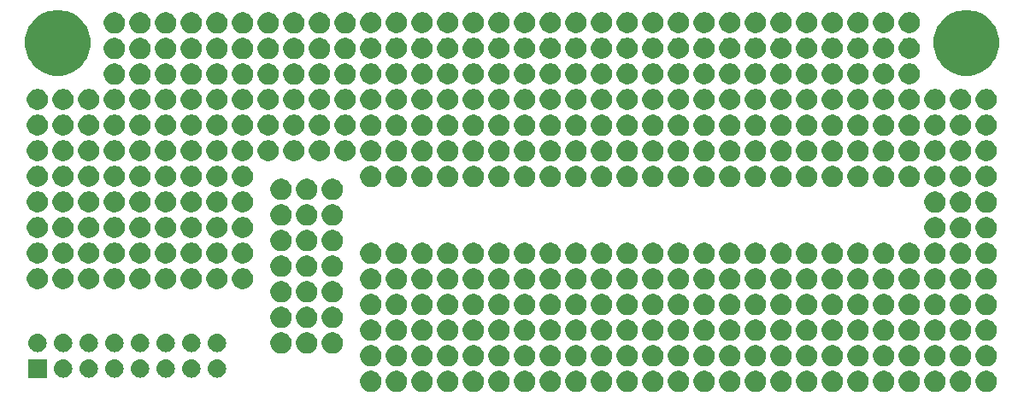
<source format=gbr>
G04 #@! TF.GenerationSoftware,KiCad,Pcbnew,(5.1.4)-1*
G04 #@! TF.CreationDate,2020-01-19T21:47:34+01:00*
G04 #@! TF.ProjectId,EuroHelper,4575726f-4865-46c7-9065-722e6b696361,rev?*
G04 #@! TF.SameCoordinates,Original*
G04 #@! TF.FileFunction,Soldermask,Top*
G04 #@! TF.FilePolarity,Negative*
%FSLAX46Y46*%
G04 Gerber Fmt 4.6, Leading zero omitted, Abs format (unit mm)*
G04 Created by KiCad (PCBNEW (5.1.4)-1) date 2020-01-19 21:47:34*
%MOMM*%
%LPD*%
G04 APERTURE LIST*
%ADD10C,0.100000*%
G04 APERTURE END LIST*
D10*
G36*
X96318416Y-81565279D02*
G01*
X96509592Y-81644467D01*
X96509594Y-81644468D01*
X96681648Y-81759431D01*
X96827969Y-81905752D01*
X96938237Y-82070779D01*
X96942933Y-82077808D01*
X97022121Y-82268984D01*
X97062490Y-82471934D01*
X97062490Y-82678866D01*
X97022121Y-82881816D01*
X96942933Y-83072992D01*
X96942932Y-83072994D01*
X96827969Y-83245048D01*
X96681648Y-83391369D01*
X96509594Y-83506332D01*
X96509593Y-83506333D01*
X96509592Y-83506333D01*
X96318416Y-83585521D01*
X96115466Y-83625890D01*
X95908534Y-83625890D01*
X95705584Y-83585521D01*
X95514408Y-83506333D01*
X95514407Y-83506333D01*
X95514406Y-83506332D01*
X95342352Y-83391369D01*
X95196031Y-83245048D01*
X95081068Y-83072994D01*
X95081067Y-83072992D01*
X95001879Y-82881816D01*
X94961510Y-82678866D01*
X94961510Y-82471934D01*
X95001879Y-82268984D01*
X95081067Y-82077808D01*
X95085764Y-82070779D01*
X95196031Y-81905752D01*
X95342352Y-81759431D01*
X95514406Y-81644468D01*
X95514408Y-81644467D01*
X95705584Y-81565279D01*
X95908534Y-81524910D01*
X96115466Y-81524910D01*
X96318416Y-81565279D01*
X96318416Y-81565279D01*
G37*
G36*
X126798416Y-81565279D02*
G01*
X126989592Y-81644467D01*
X126989594Y-81644468D01*
X127161648Y-81759431D01*
X127307969Y-81905752D01*
X127418237Y-82070779D01*
X127422933Y-82077808D01*
X127502121Y-82268984D01*
X127542490Y-82471934D01*
X127542490Y-82678866D01*
X127502121Y-82881816D01*
X127422933Y-83072992D01*
X127422932Y-83072994D01*
X127307969Y-83245048D01*
X127161648Y-83391369D01*
X126989594Y-83506332D01*
X126989593Y-83506333D01*
X126989592Y-83506333D01*
X126798416Y-83585521D01*
X126595466Y-83625890D01*
X126388534Y-83625890D01*
X126185584Y-83585521D01*
X125994408Y-83506333D01*
X125994407Y-83506333D01*
X125994406Y-83506332D01*
X125822352Y-83391369D01*
X125676031Y-83245048D01*
X125561068Y-83072994D01*
X125561067Y-83072992D01*
X125481879Y-82881816D01*
X125441510Y-82678866D01*
X125441510Y-82471934D01*
X125481879Y-82268984D01*
X125561067Y-82077808D01*
X125565764Y-82070779D01*
X125676031Y-81905752D01*
X125822352Y-81759431D01*
X125994406Y-81644468D01*
X125994408Y-81644467D01*
X126185584Y-81565279D01*
X126388534Y-81524910D01*
X126595466Y-81524910D01*
X126798416Y-81565279D01*
X126798416Y-81565279D01*
G37*
G36*
X157278416Y-81565279D02*
G01*
X157469592Y-81644467D01*
X157469594Y-81644468D01*
X157641648Y-81759431D01*
X157787969Y-81905752D01*
X157898237Y-82070779D01*
X157902933Y-82077808D01*
X157982121Y-82268984D01*
X158022490Y-82471934D01*
X158022490Y-82678866D01*
X157982121Y-82881816D01*
X157902933Y-83072992D01*
X157902932Y-83072994D01*
X157787969Y-83245048D01*
X157641648Y-83391369D01*
X157469594Y-83506332D01*
X157469593Y-83506333D01*
X157469592Y-83506333D01*
X157278416Y-83585521D01*
X157075466Y-83625890D01*
X156868534Y-83625890D01*
X156665584Y-83585521D01*
X156474408Y-83506333D01*
X156474407Y-83506333D01*
X156474406Y-83506332D01*
X156302352Y-83391369D01*
X156156031Y-83245048D01*
X156041068Y-83072994D01*
X156041067Y-83072992D01*
X155961879Y-82881816D01*
X155921510Y-82678866D01*
X155921510Y-82471934D01*
X155961879Y-82268984D01*
X156041067Y-82077808D01*
X156045764Y-82070779D01*
X156156031Y-81905752D01*
X156302352Y-81759431D01*
X156474406Y-81644468D01*
X156474408Y-81644467D01*
X156665584Y-81565279D01*
X156868534Y-81524910D01*
X157075466Y-81524910D01*
X157278416Y-81565279D01*
X157278416Y-81565279D01*
G37*
G36*
X152198416Y-81565279D02*
G01*
X152389592Y-81644467D01*
X152389594Y-81644468D01*
X152561648Y-81759431D01*
X152707969Y-81905752D01*
X152818237Y-82070779D01*
X152822933Y-82077808D01*
X152902121Y-82268984D01*
X152942490Y-82471934D01*
X152942490Y-82678866D01*
X152902121Y-82881816D01*
X152822933Y-83072992D01*
X152822932Y-83072994D01*
X152707969Y-83245048D01*
X152561648Y-83391369D01*
X152389594Y-83506332D01*
X152389593Y-83506333D01*
X152389592Y-83506333D01*
X152198416Y-83585521D01*
X151995466Y-83625890D01*
X151788534Y-83625890D01*
X151585584Y-83585521D01*
X151394408Y-83506333D01*
X151394407Y-83506333D01*
X151394406Y-83506332D01*
X151222352Y-83391369D01*
X151076031Y-83245048D01*
X150961068Y-83072994D01*
X150961067Y-83072992D01*
X150881879Y-82881816D01*
X150841510Y-82678866D01*
X150841510Y-82471934D01*
X150881879Y-82268984D01*
X150961067Y-82077808D01*
X150965764Y-82070779D01*
X151076031Y-81905752D01*
X151222352Y-81759431D01*
X151394406Y-81644468D01*
X151394408Y-81644467D01*
X151585584Y-81565279D01*
X151788534Y-81524910D01*
X151995466Y-81524910D01*
X152198416Y-81565279D01*
X152198416Y-81565279D01*
G37*
G36*
X149658416Y-81565279D02*
G01*
X149849592Y-81644467D01*
X149849594Y-81644468D01*
X150021648Y-81759431D01*
X150167969Y-81905752D01*
X150278237Y-82070779D01*
X150282933Y-82077808D01*
X150362121Y-82268984D01*
X150402490Y-82471934D01*
X150402490Y-82678866D01*
X150362121Y-82881816D01*
X150282933Y-83072992D01*
X150282932Y-83072994D01*
X150167969Y-83245048D01*
X150021648Y-83391369D01*
X149849594Y-83506332D01*
X149849593Y-83506333D01*
X149849592Y-83506333D01*
X149658416Y-83585521D01*
X149455466Y-83625890D01*
X149248534Y-83625890D01*
X149045584Y-83585521D01*
X148854408Y-83506333D01*
X148854407Y-83506333D01*
X148854406Y-83506332D01*
X148682352Y-83391369D01*
X148536031Y-83245048D01*
X148421068Y-83072994D01*
X148421067Y-83072992D01*
X148341879Y-82881816D01*
X148301510Y-82678866D01*
X148301510Y-82471934D01*
X148341879Y-82268984D01*
X148421067Y-82077808D01*
X148425764Y-82070779D01*
X148536031Y-81905752D01*
X148682352Y-81759431D01*
X148854406Y-81644468D01*
X148854408Y-81644467D01*
X149045584Y-81565279D01*
X149248534Y-81524910D01*
X149455466Y-81524910D01*
X149658416Y-81565279D01*
X149658416Y-81565279D01*
G37*
G36*
X147118416Y-81565279D02*
G01*
X147309592Y-81644467D01*
X147309594Y-81644468D01*
X147481648Y-81759431D01*
X147627969Y-81905752D01*
X147738237Y-82070779D01*
X147742933Y-82077808D01*
X147822121Y-82268984D01*
X147862490Y-82471934D01*
X147862490Y-82678866D01*
X147822121Y-82881816D01*
X147742933Y-83072992D01*
X147742932Y-83072994D01*
X147627969Y-83245048D01*
X147481648Y-83391369D01*
X147309594Y-83506332D01*
X147309593Y-83506333D01*
X147309592Y-83506333D01*
X147118416Y-83585521D01*
X146915466Y-83625890D01*
X146708534Y-83625890D01*
X146505584Y-83585521D01*
X146314408Y-83506333D01*
X146314407Y-83506333D01*
X146314406Y-83506332D01*
X146142352Y-83391369D01*
X145996031Y-83245048D01*
X145881068Y-83072994D01*
X145881067Y-83072992D01*
X145801879Y-82881816D01*
X145761510Y-82678866D01*
X145761510Y-82471934D01*
X145801879Y-82268984D01*
X145881067Y-82077808D01*
X145885764Y-82070779D01*
X145996031Y-81905752D01*
X146142352Y-81759431D01*
X146314406Y-81644468D01*
X146314408Y-81644467D01*
X146505584Y-81565279D01*
X146708534Y-81524910D01*
X146915466Y-81524910D01*
X147118416Y-81565279D01*
X147118416Y-81565279D01*
G37*
G36*
X144578416Y-81565279D02*
G01*
X144769592Y-81644467D01*
X144769594Y-81644468D01*
X144941648Y-81759431D01*
X145087969Y-81905752D01*
X145198237Y-82070779D01*
X145202933Y-82077808D01*
X145282121Y-82268984D01*
X145322490Y-82471934D01*
X145322490Y-82678866D01*
X145282121Y-82881816D01*
X145202933Y-83072992D01*
X145202932Y-83072994D01*
X145087969Y-83245048D01*
X144941648Y-83391369D01*
X144769594Y-83506332D01*
X144769593Y-83506333D01*
X144769592Y-83506333D01*
X144578416Y-83585521D01*
X144375466Y-83625890D01*
X144168534Y-83625890D01*
X143965584Y-83585521D01*
X143774408Y-83506333D01*
X143774407Y-83506333D01*
X143774406Y-83506332D01*
X143602352Y-83391369D01*
X143456031Y-83245048D01*
X143341068Y-83072994D01*
X143341067Y-83072992D01*
X143261879Y-82881816D01*
X143221510Y-82678866D01*
X143221510Y-82471934D01*
X143261879Y-82268984D01*
X143341067Y-82077808D01*
X143345764Y-82070779D01*
X143456031Y-81905752D01*
X143602352Y-81759431D01*
X143774406Y-81644468D01*
X143774408Y-81644467D01*
X143965584Y-81565279D01*
X144168534Y-81524910D01*
X144375466Y-81524910D01*
X144578416Y-81565279D01*
X144578416Y-81565279D01*
G37*
G36*
X142038416Y-81565279D02*
G01*
X142229592Y-81644467D01*
X142229594Y-81644468D01*
X142401648Y-81759431D01*
X142547969Y-81905752D01*
X142658237Y-82070779D01*
X142662933Y-82077808D01*
X142742121Y-82268984D01*
X142782490Y-82471934D01*
X142782490Y-82678866D01*
X142742121Y-82881816D01*
X142662933Y-83072992D01*
X142662932Y-83072994D01*
X142547969Y-83245048D01*
X142401648Y-83391369D01*
X142229594Y-83506332D01*
X142229593Y-83506333D01*
X142229592Y-83506333D01*
X142038416Y-83585521D01*
X141835466Y-83625890D01*
X141628534Y-83625890D01*
X141425584Y-83585521D01*
X141234408Y-83506333D01*
X141234407Y-83506333D01*
X141234406Y-83506332D01*
X141062352Y-83391369D01*
X140916031Y-83245048D01*
X140801068Y-83072994D01*
X140801067Y-83072992D01*
X140721879Y-82881816D01*
X140681510Y-82678866D01*
X140681510Y-82471934D01*
X140721879Y-82268984D01*
X140801067Y-82077808D01*
X140805764Y-82070779D01*
X140916031Y-81905752D01*
X141062352Y-81759431D01*
X141234406Y-81644468D01*
X141234408Y-81644467D01*
X141425584Y-81565279D01*
X141628534Y-81524910D01*
X141835466Y-81524910D01*
X142038416Y-81565279D01*
X142038416Y-81565279D01*
G37*
G36*
X139498416Y-81565279D02*
G01*
X139689592Y-81644467D01*
X139689594Y-81644468D01*
X139861648Y-81759431D01*
X140007969Y-81905752D01*
X140118237Y-82070779D01*
X140122933Y-82077808D01*
X140202121Y-82268984D01*
X140242490Y-82471934D01*
X140242490Y-82678866D01*
X140202121Y-82881816D01*
X140122933Y-83072992D01*
X140122932Y-83072994D01*
X140007969Y-83245048D01*
X139861648Y-83391369D01*
X139689594Y-83506332D01*
X139689593Y-83506333D01*
X139689592Y-83506333D01*
X139498416Y-83585521D01*
X139295466Y-83625890D01*
X139088534Y-83625890D01*
X138885584Y-83585521D01*
X138694408Y-83506333D01*
X138694407Y-83506333D01*
X138694406Y-83506332D01*
X138522352Y-83391369D01*
X138376031Y-83245048D01*
X138261068Y-83072994D01*
X138261067Y-83072992D01*
X138181879Y-82881816D01*
X138141510Y-82678866D01*
X138141510Y-82471934D01*
X138181879Y-82268984D01*
X138261067Y-82077808D01*
X138265764Y-82070779D01*
X138376031Y-81905752D01*
X138522352Y-81759431D01*
X138694406Y-81644468D01*
X138694408Y-81644467D01*
X138885584Y-81565279D01*
X139088534Y-81524910D01*
X139295466Y-81524910D01*
X139498416Y-81565279D01*
X139498416Y-81565279D01*
G37*
G36*
X136958416Y-81565279D02*
G01*
X137149592Y-81644467D01*
X137149594Y-81644468D01*
X137321648Y-81759431D01*
X137467969Y-81905752D01*
X137578237Y-82070779D01*
X137582933Y-82077808D01*
X137662121Y-82268984D01*
X137702490Y-82471934D01*
X137702490Y-82678866D01*
X137662121Y-82881816D01*
X137582933Y-83072992D01*
X137582932Y-83072994D01*
X137467969Y-83245048D01*
X137321648Y-83391369D01*
X137149594Y-83506332D01*
X137149593Y-83506333D01*
X137149592Y-83506333D01*
X136958416Y-83585521D01*
X136755466Y-83625890D01*
X136548534Y-83625890D01*
X136345584Y-83585521D01*
X136154408Y-83506333D01*
X136154407Y-83506333D01*
X136154406Y-83506332D01*
X135982352Y-83391369D01*
X135836031Y-83245048D01*
X135721068Y-83072994D01*
X135721067Y-83072992D01*
X135641879Y-82881816D01*
X135601510Y-82678866D01*
X135601510Y-82471934D01*
X135641879Y-82268984D01*
X135721067Y-82077808D01*
X135725764Y-82070779D01*
X135836031Y-81905752D01*
X135982352Y-81759431D01*
X136154406Y-81644468D01*
X136154408Y-81644467D01*
X136345584Y-81565279D01*
X136548534Y-81524910D01*
X136755466Y-81524910D01*
X136958416Y-81565279D01*
X136958416Y-81565279D01*
G37*
G36*
X134418416Y-81565279D02*
G01*
X134609592Y-81644467D01*
X134609594Y-81644468D01*
X134781648Y-81759431D01*
X134927969Y-81905752D01*
X135038237Y-82070779D01*
X135042933Y-82077808D01*
X135122121Y-82268984D01*
X135162490Y-82471934D01*
X135162490Y-82678866D01*
X135122121Y-82881816D01*
X135042933Y-83072992D01*
X135042932Y-83072994D01*
X134927969Y-83245048D01*
X134781648Y-83391369D01*
X134609594Y-83506332D01*
X134609593Y-83506333D01*
X134609592Y-83506333D01*
X134418416Y-83585521D01*
X134215466Y-83625890D01*
X134008534Y-83625890D01*
X133805584Y-83585521D01*
X133614408Y-83506333D01*
X133614407Y-83506333D01*
X133614406Y-83506332D01*
X133442352Y-83391369D01*
X133296031Y-83245048D01*
X133181068Y-83072994D01*
X133181067Y-83072992D01*
X133101879Y-82881816D01*
X133061510Y-82678866D01*
X133061510Y-82471934D01*
X133101879Y-82268984D01*
X133181067Y-82077808D01*
X133185764Y-82070779D01*
X133296031Y-81905752D01*
X133442352Y-81759431D01*
X133614406Y-81644468D01*
X133614408Y-81644467D01*
X133805584Y-81565279D01*
X134008534Y-81524910D01*
X134215466Y-81524910D01*
X134418416Y-81565279D01*
X134418416Y-81565279D01*
G37*
G36*
X131878416Y-81565279D02*
G01*
X132069592Y-81644467D01*
X132069594Y-81644468D01*
X132241648Y-81759431D01*
X132387969Y-81905752D01*
X132498237Y-82070779D01*
X132502933Y-82077808D01*
X132582121Y-82268984D01*
X132622490Y-82471934D01*
X132622490Y-82678866D01*
X132582121Y-82881816D01*
X132502933Y-83072992D01*
X132502932Y-83072994D01*
X132387969Y-83245048D01*
X132241648Y-83391369D01*
X132069594Y-83506332D01*
X132069593Y-83506333D01*
X132069592Y-83506333D01*
X131878416Y-83585521D01*
X131675466Y-83625890D01*
X131468534Y-83625890D01*
X131265584Y-83585521D01*
X131074408Y-83506333D01*
X131074407Y-83506333D01*
X131074406Y-83506332D01*
X130902352Y-83391369D01*
X130756031Y-83245048D01*
X130641068Y-83072994D01*
X130641067Y-83072992D01*
X130561879Y-82881816D01*
X130521510Y-82678866D01*
X130521510Y-82471934D01*
X130561879Y-82268984D01*
X130641067Y-82077808D01*
X130645764Y-82070779D01*
X130756031Y-81905752D01*
X130902352Y-81759431D01*
X131074406Y-81644468D01*
X131074408Y-81644467D01*
X131265584Y-81565279D01*
X131468534Y-81524910D01*
X131675466Y-81524910D01*
X131878416Y-81565279D01*
X131878416Y-81565279D01*
G37*
G36*
X129338416Y-81565279D02*
G01*
X129529592Y-81644467D01*
X129529594Y-81644468D01*
X129701648Y-81759431D01*
X129847969Y-81905752D01*
X129958237Y-82070779D01*
X129962933Y-82077808D01*
X130042121Y-82268984D01*
X130082490Y-82471934D01*
X130082490Y-82678866D01*
X130042121Y-82881816D01*
X129962933Y-83072992D01*
X129962932Y-83072994D01*
X129847969Y-83245048D01*
X129701648Y-83391369D01*
X129529594Y-83506332D01*
X129529593Y-83506333D01*
X129529592Y-83506333D01*
X129338416Y-83585521D01*
X129135466Y-83625890D01*
X128928534Y-83625890D01*
X128725584Y-83585521D01*
X128534408Y-83506333D01*
X128534407Y-83506333D01*
X128534406Y-83506332D01*
X128362352Y-83391369D01*
X128216031Y-83245048D01*
X128101068Y-83072994D01*
X128101067Y-83072992D01*
X128021879Y-82881816D01*
X127981510Y-82678866D01*
X127981510Y-82471934D01*
X128021879Y-82268984D01*
X128101067Y-82077808D01*
X128105764Y-82070779D01*
X128216031Y-81905752D01*
X128362352Y-81759431D01*
X128534406Y-81644468D01*
X128534408Y-81644467D01*
X128725584Y-81565279D01*
X128928534Y-81524910D01*
X129135466Y-81524910D01*
X129338416Y-81565279D01*
X129338416Y-81565279D01*
G37*
G36*
X124258416Y-81565279D02*
G01*
X124449592Y-81644467D01*
X124449594Y-81644468D01*
X124621648Y-81759431D01*
X124767969Y-81905752D01*
X124878237Y-82070779D01*
X124882933Y-82077808D01*
X124962121Y-82268984D01*
X125002490Y-82471934D01*
X125002490Y-82678866D01*
X124962121Y-82881816D01*
X124882933Y-83072992D01*
X124882932Y-83072994D01*
X124767969Y-83245048D01*
X124621648Y-83391369D01*
X124449594Y-83506332D01*
X124449593Y-83506333D01*
X124449592Y-83506333D01*
X124258416Y-83585521D01*
X124055466Y-83625890D01*
X123848534Y-83625890D01*
X123645584Y-83585521D01*
X123454408Y-83506333D01*
X123454407Y-83506333D01*
X123454406Y-83506332D01*
X123282352Y-83391369D01*
X123136031Y-83245048D01*
X123021068Y-83072994D01*
X123021067Y-83072992D01*
X122941879Y-82881816D01*
X122901510Y-82678866D01*
X122901510Y-82471934D01*
X122941879Y-82268984D01*
X123021067Y-82077808D01*
X123025764Y-82070779D01*
X123136031Y-81905752D01*
X123282352Y-81759431D01*
X123454406Y-81644468D01*
X123454408Y-81644467D01*
X123645584Y-81565279D01*
X123848534Y-81524910D01*
X124055466Y-81524910D01*
X124258416Y-81565279D01*
X124258416Y-81565279D01*
G37*
G36*
X121718416Y-81565279D02*
G01*
X121909592Y-81644467D01*
X121909594Y-81644468D01*
X122081648Y-81759431D01*
X122227969Y-81905752D01*
X122338237Y-82070779D01*
X122342933Y-82077808D01*
X122422121Y-82268984D01*
X122462490Y-82471934D01*
X122462490Y-82678866D01*
X122422121Y-82881816D01*
X122342933Y-83072992D01*
X122342932Y-83072994D01*
X122227969Y-83245048D01*
X122081648Y-83391369D01*
X121909594Y-83506332D01*
X121909593Y-83506333D01*
X121909592Y-83506333D01*
X121718416Y-83585521D01*
X121515466Y-83625890D01*
X121308534Y-83625890D01*
X121105584Y-83585521D01*
X120914408Y-83506333D01*
X120914407Y-83506333D01*
X120914406Y-83506332D01*
X120742352Y-83391369D01*
X120596031Y-83245048D01*
X120481068Y-83072994D01*
X120481067Y-83072992D01*
X120401879Y-82881816D01*
X120361510Y-82678866D01*
X120361510Y-82471934D01*
X120401879Y-82268984D01*
X120481067Y-82077808D01*
X120485764Y-82070779D01*
X120596031Y-81905752D01*
X120742352Y-81759431D01*
X120914406Y-81644468D01*
X120914408Y-81644467D01*
X121105584Y-81565279D01*
X121308534Y-81524910D01*
X121515466Y-81524910D01*
X121718416Y-81565279D01*
X121718416Y-81565279D01*
G37*
G36*
X119178416Y-81565279D02*
G01*
X119369592Y-81644467D01*
X119369594Y-81644468D01*
X119541648Y-81759431D01*
X119687969Y-81905752D01*
X119798237Y-82070779D01*
X119802933Y-82077808D01*
X119882121Y-82268984D01*
X119922490Y-82471934D01*
X119922490Y-82678866D01*
X119882121Y-82881816D01*
X119802933Y-83072992D01*
X119802932Y-83072994D01*
X119687969Y-83245048D01*
X119541648Y-83391369D01*
X119369594Y-83506332D01*
X119369593Y-83506333D01*
X119369592Y-83506333D01*
X119178416Y-83585521D01*
X118975466Y-83625890D01*
X118768534Y-83625890D01*
X118565584Y-83585521D01*
X118374408Y-83506333D01*
X118374407Y-83506333D01*
X118374406Y-83506332D01*
X118202352Y-83391369D01*
X118056031Y-83245048D01*
X117941068Y-83072994D01*
X117941067Y-83072992D01*
X117861879Y-82881816D01*
X117821510Y-82678866D01*
X117821510Y-82471934D01*
X117861879Y-82268984D01*
X117941067Y-82077808D01*
X117945764Y-82070779D01*
X118056031Y-81905752D01*
X118202352Y-81759431D01*
X118374406Y-81644468D01*
X118374408Y-81644467D01*
X118565584Y-81565279D01*
X118768534Y-81524910D01*
X118975466Y-81524910D01*
X119178416Y-81565279D01*
X119178416Y-81565279D01*
G37*
G36*
X116638416Y-81565279D02*
G01*
X116829592Y-81644467D01*
X116829594Y-81644468D01*
X117001648Y-81759431D01*
X117147969Y-81905752D01*
X117258237Y-82070779D01*
X117262933Y-82077808D01*
X117342121Y-82268984D01*
X117382490Y-82471934D01*
X117382490Y-82678866D01*
X117342121Y-82881816D01*
X117262933Y-83072992D01*
X117262932Y-83072994D01*
X117147969Y-83245048D01*
X117001648Y-83391369D01*
X116829594Y-83506332D01*
X116829593Y-83506333D01*
X116829592Y-83506333D01*
X116638416Y-83585521D01*
X116435466Y-83625890D01*
X116228534Y-83625890D01*
X116025584Y-83585521D01*
X115834408Y-83506333D01*
X115834407Y-83506333D01*
X115834406Y-83506332D01*
X115662352Y-83391369D01*
X115516031Y-83245048D01*
X115401068Y-83072994D01*
X115401067Y-83072992D01*
X115321879Y-82881816D01*
X115281510Y-82678866D01*
X115281510Y-82471934D01*
X115321879Y-82268984D01*
X115401067Y-82077808D01*
X115405764Y-82070779D01*
X115516031Y-81905752D01*
X115662352Y-81759431D01*
X115834406Y-81644468D01*
X115834408Y-81644467D01*
X116025584Y-81565279D01*
X116228534Y-81524910D01*
X116435466Y-81524910D01*
X116638416Y-81565279D01*
X116638416Y-81565279D01*
G37*
G36*
X114098416Y-81565279D02*
G01*
X114289592Y-81644467D01*
X114289594Y-81644468D01*
X114461648Y-81759431D01*
X114607969Y-81905752D01*
X114718237Y-82070779D01*
X114722933Y-82077808D01*
X114802121Y-82268984D01*
X114842490Y-82471934D01*
X114842490Y-82678866D01*
X114802121Y-82881816D01*
X114722933Y-83072992D01*
X114722932Y-83072994D01*
X114607969Y-83245048D01*
X114461648Y-83391369D01*
X114289594Y-83506332D01*
X114289593Y-83506333D01*
X114289592Y-83506333D01*
X114098416Y-83585521D01*
X113895466Y-83625890D01*
X113688534Y-83625890D01*
X113485584Y-83585521D01*
X113294408Y-83506333D01*
X113294407Y-83506333D01*
X113294406Y-83506332D01*
X113122352Y-83391369D01*
X112976031Y-83245048D01*
X112861068Y-83072994D01*
X112861067Y-83072992D01*
X112781879Y-82881816D01*
X112741510Y-82678866D01*
X112741510Y-82471934D01*
X112781879Y-82268984D01*
X112861067Y-82077808D01*
X112865764Y-82070779D01*
X112976031Y-81905752D01*
X113122352Y-81759431D01*
X113294406Y-81644468D01*
X113294408Y-81644467D01*
X113485584Y-81565279D01*
X113688534Y-81524910D01*
X113895466Y-81524910D01*
X114098416Y-81565279D01*
X114098416Y-81565279D01*
G37*
G36*
X111558416Y-81565279D02*
G01*
X111749592Y-81644467D01*
X111749594Y-81644468D01*
X111921648Y-81759431D01*
X112067969Y-81905752D01*
X112178237Y-82070779D01*
X112182933Y-82077808D01*
X112262121Y-82268984D01*
X112302490Y-82471934D01*
X112302490Y-82678866D01*
X112262121Y-82881816D01*
X112182933Y-83072992D01*
X112182932Y-83072994D01*
X112067969Y-83245048D01*
X111921648Y-83391369D01*
X111749594Y-83506332D01*
X111749593Y-83506333D01*
X111749592Y-83506333D01*
X111558416Y-83585521D01*
X111355466Y-83625890D01*
X111148534Y-83625890D01*
X110945584Y-83585521D01*
X110754408Y-83506333D01*
X110754407Y-83506333D01*
X110754406Y-83506332D01*
X110582352Y-83391369D01*
X110436031Y-83245048D01*
X110321068Y-83072994D01*
X110321067Y-83072992D01*
X110241879Y-82881816D01*
X110201510Y-82678866D01*
X110201510Y-82471934D01*
X110241879Y-82268984D01*
X110321067Y-82077808D01*
X110325764Y-82070779D01*
X110436031Y-81905752D01*
X110582352Y-81759431D01*
X110754406Y-81644468D01*
X110754408Y-81644467D01*
X110945584Y-81565279D01*
X111148534Y-81524910D01*
X111355466Y-81524910D01*
X111558416Y-81565279D01*
X111558416Y-81565279D01*
G37*
G36*
X109018416Y-81565279D02*
G01*
X109209592Y-81644467D01*
X109209594Y-81644468D01*
X109381648Y-81759431D01*
X109527969Y-81905752D01*
X109638237Y-82070779D01*
X109642933Y-82077808D01*
X109722121Y-82268984D01*
X109762490Y-82471934D01*
X109762490Y-82678866D01*
X109722121Y-82881816D01*
X109642933Y-83072992D01*
X109642932Y-83072994D01*
X109527969Y-83245048D01*
X109381648Y-83391369D01*
X109209594Y-83506332D01*
X109209593Y-83506333D01*
X109209592Y-83506333D01*
X109018416Y-83585521D01*
X108815466Y-83625890D01*
X108608534Y-83625890D01*
X108405584Y-83585521D01*
X108214408Y-83506333D01*
X108214407Y-83506333D01*
X108214406Y-83506332D01*
X108042352Y-83391369D01*
X107896031Y-83245048D01*
X107781068Y-83072994D01*
X107781067Y-83072992D01*
X107701879Y-82881816D01*
X107661510Y-82678866D01*
X107661510Y-82471934D01*
X107701879Y-82268984D01*
X107781067Y-82077808D01*
X107785764Y-82070779D01*
X107896031Y-81905752D01*
X108042352Y-81759431D01*
X108214406Y-81644468D01*
X108214408Y-81644467D01*
X108405584Y-81565279D01*
X108608534Y-81524910D01*
X108815466Y-81524910D01*
X109018416Y-81565279D01*
X109018416Y-81565279D01*
G37*
G36*
X106478416Y-81565279D02*
G01*
X106669592Y-81644467D01*
X106669594Y-81644468D01*
X106841648Y-81759431D01*
X106987969Y-81905752D01*
X107098237Y-82070779D01*
X107102933Y-82077808D01*
X107182121Y-82268984D01*
X107222490Y-82471934D01*
X107222490Y-82678866D01*
X107182121Y-82881816D01*
X107102933Y-83072992D01*
X107102932Y-83072994D01*
X106987969Y-83245048D01*
X106841648Y-83391369D01*
X106669594Y-83506332D01*
X106669593Y-83506333D01*
X106669592Y-83506333D01*
X106478416Y-83585521D01*
X106275466Y-83625890D01*
X106068534Y-83625890D01*
X105865584Y-83585521D01*
X105674408Y-83506333D01*
X105674407Y-83506333D01*
X105674406Y-83506332D01*
X105502352Y-83391369D01*
X105356031Y-83245048D01*
X105241068Y-83072994D01*
X105241067Y-83072992D01*
X105161879Y-82881816D01*
X105121510Y-82678866D01*
X105121510Y-82471934D01*
X105161879Y-82268984D01*
X105241067Y-82077808D01*
X105245764Y-82070779D01*
X105356031Y-81905752D01*
X105502352Y-81759431D01*
X105674406Y-81644468D01*
X105674408Y-81644467D01*
X105865584Y-81565279D01*
X106068534Y-81524910D01*
X106275466Y-81524910D01*
X106478416Y-81565279D01*
X106478416Y-81565279D01*
G37*
G36*
X103938416Y-81565279D02*
G01*
X104129592Y-81644467D01*
X104129594Y-81644468D01*
X104301648Y-81759431D01*
X104447969Y-81905752D01*
X104558237Y-82070779D01*
X104562933Y-82077808D01*
X104642121Y-82268984D01*
X104682490Y-82471934D01*
X104682490Y-82678866D01*
X104642121Y-82881816D01*
X104562933Y-83072992D01*
X104562932Y-83072994D01*
X104447969Y-83245048D01*
X104301648Y-83391369D01*
X104129594Y-83506332D01*
X104129593Y-83506333D01*
X104129592Y-83506333D01*
X103938416Y-83585521D01*
X103735466Y-83625890D01*
X103528534Y-83625890D01*
X103325584Y-83585521D01*
X103134408Y-83506333D01*
X103134407Y-83506333D01*
X103134406Y-83506332D01*
X102962352Y-83391369D01*
X102816031Y-83245048D01*
X102701068Y-83072994D01*
X102701067Y-83072992D01*
X102621879Y-82881816D01*
X102581510Y-82678866D01*
X102581510Y-82471934D01*
X102621879Y-82268984D01*
X102701067Y-82077808D01*
X102705764Y-82070779D01*
X102816031Y-81905752D01*
X102962352Y-81759431D01*
X103134406Y-81644468D01*
X103134408Y-81644467D01*
X103325584Y-81565279D01*
X103528534Y-81524910D01*
X103735466Y-81524910D01*
X103938416Y-81565279D01*
X103938416Y-81565279D01*
G37*
G36*
X101398416Y-81565279D02*
G01*
X101589592Y-81644467D01*
X101589594Y-81644468D01*
X101761648Y-81759431D01*
X101907969Y-81905752D01*
X102018237Y-82070779D01*
X102022933Y-82077808D01*
X102102121Y-82268984D01*
X102142490Y-82471934D01*
X102142490Y-82678866D01*
X102102121Y-82881816D01*
X102022933Y-83072992D01*
X102022932Y-83072994D01*
X101907969Y-83245048D01*
X101761648Y-83391369D01*
X101589594Y-83506332D01*
X101589593Y-83506333D01*
X101589592Y-83506333D01*
X101398416Y-83585521D01*
X101195466Y-83625890D01*
X100988534Y-83625890D01*
X100785584Y-83585521D01*
X100594408Y-83506333D01*
X100594407Y-83506333D01*
X100594406Y-83506332D01*
X100422352Y-83391369D01*
X100276031Y-83245048D01*
X100161068Y-83072994D01*
X100161067Y-83072992D01*
X100081879Y-82881816D01*
X100041510Y-82678866D01*
X100041510Y-82471934D01*
X100081879Y-82268984D01*
X100161067Y-82077808D01*
X100165764Y-82070779D01*
X100276031Y-81905752D01*
X100422352Y-81759431D01*
X100594406Y-81644468D01*
X100594408Y-81644467D01*
X100785584Y-81565279D01*
X100988534Y-81524910D01*
X101195466Y-81524910D01*
X101398416Y-81565279D01*
X101398416Y-81565279D01*
G37*
G36*
X98858416Y-81565279D02*
G01*
X99049592Y-81644467D01*
X99049594Y-81644468D01*
X99221648Y-81759431D01*
X99367969Y-81905752D01*
X99478237Y-82070779D01*
X99482933Y-82077808D01*
X99562121Y-82268984D01*
X99602490Y-82471934D01*
X99602490Y-82678866D01*
X99562121Y-82881816D01*
X99482933Y-83072992D01*
X99482932Y-83072994D01*
X99367969Y-83245048D01*
X99221648Y-83391369D01*
X99049594Y-83506332D01*
X99049593Y-83506333D01*
X99049592Y-83506333D01*
X98858416Y-83585521D01*
X98655466Y-83625890D01*
X98448534Y-83625890D01*
X98245584Y-83585521D01*
X98054408Y-83506333D01*
X98054407Y-83506333D01*
X98054406Y-83506332D01*
X97882352Y-83391369D01*
X97736031Y-83245048D01*
X97621068Y-83072994D01*
X97621067Y-83072992D01*
X97541879Y-82881816D01*
X97501510Y-82678866D01*
X97501510Y-82471934D01*
X97541879Y-82268984D01*
X97621067Y-82077808D01*
X97625764Y-82070779D01*
X97736031Y-81905752D01*
X97882352Y-81759431D01*
X98054406Y-81644468D01*
X98054408Y-81644467D01*
X98245584Y-81565279D01*
X98448534Y-81524910D01*
X98655466Y-81524910D01*
X98858416Y-81565279D01*
X98858416Y-81565279D01*
G37*
G36*
X154738416Y-81565279D02*
G01*
X154929592Y-81644467D01*
X154929594Y-81644468D01*
X155101648Y-81759431D01*
X155247969Y-81905752D01*
X155358237Y-82070779D01*
X155362933Y-82077808D01*
X155442121Y-82268984D01*
X155482490Y-82471934D01*
X155482490Y-82678866D01*
X155442121Y-82881816D01*
X155362933Y-83072992D01*
X155362932Y-83072994D01*
X155247969Y-83245048D01*
X155101648Y-83391369D01*
X154929594Y-83506332D01*
X154929593Y-83506333D01*
X154929592Y-83506333D01*
X154738416Y-83585521D01*
X154535466Y-83625890D01*
X154328534Y-83625890D01*
X154125584Y-83585521D01*
X153934408Y-83506333D01*
X153934407Y-83506333D01*
X153934406Y-83506332D01*
X153762352Y-83391369D01*
X153616031Y-83245048D01*
X153501068Y-83072994D01*
X153501067Y-83072992D01*
X153421879Y-82881816D01*
X153381510Y-82678866D01*
X153381510Y-82471934D01*
X153421879Y-82268984D01*
X153501067Y-82077808D01*
X153505764Y-82070779D01*
X153616031Y-81905752D01*
X153762352Y-81759431D01*
X153934406Y-81644468D01*
X153934408Y-81644467D01*
X154125584Y-81565279D01*
X154328534Y-81524910D01*
X154535466Y-81524910D01*
X154738416Y-81565279D01*
X154738416Y-81565279D01*
G37*
G36*
X75810442Y-80423518D02*
G01*
X75876627Y-80430037D01*
X76046466Y-80481557D01*
X76202991Y-80565222D01*
X76238729Y-80594552D01*
X76340186Y-80677814D01*
X76423448Y-80779271D01*
X76452778Y-80815009D01*
X76452779Y-80815011D01*
X76533663Y-80966332D01*
X76536443Y-80971534D01*
X76587963Y-81141373D01*
X76605359Y-81318000D01*
X76587963Y-81494627D01*
X76536443Y-81664466D01*
X76452778Y-81820991D01*
X76423448Y-81856729D01*
X76340186Y-81958186D01*
X76238729Y-82041448D01*
X76202991Y-82070778D01*
X76046466Y-82154443D01*
X75876627Y-82205963D01*
X75810443Y-82212481D01*
X75744260Y-82219000D01*
X75655740Y-82219000D01*
X75589557Y-82212481D01*
X75523373Y-82205963D01*
X75353534Y-82154443D01*
X75197009Y-82070778D01*
X75161271Y-82041448D01*
X75059814Y-81958186D01*
X74976552Y-81856729D01*
X74947222Y-81820991D01*
X74863557Y-81664466D01*
X74812037Y-81494627D01*
X74794641Y-81318000D01*
X74812037Y-81141373D01*
X74863557Y-80971534D01*
X74866338Y-80966332D01*
X74947221Y-80815011D01*
X74947222Y-80815009D01*
X74976552Y-80779271D01*
X75059814Y-80677814D01*
X75161271Y-80594552D01*
X75197009Y-80565222D01*
X75353534Y-80481557D01*
X75523373Y-80430037D01*
X75589558Y-80423518D01*
X75655740Y-80417000D01*
X75744260Y-80417000D01*
X75810442Y-80423518D01*
X75810442Y-80423518D01*
G37*
G36*
X68190442Y-80423518D02*
G01*
X68256627Y-80430037D01*
X68426466Y-80481557D01*
X68582991Y-80565222D01*
X68618729Y-80594552D01*
X68720186Y-80677814D01*
X68803448Y-80779271D01*
X68832778Y-80815009D01*
X68832779Y-80815011D01*
X68913663Y-80966332D01*
X68916443Y-80971534D01*
X68967963Y-81141373D01*
X68985359Y-81318000D01*
X68967963Y-81494627D01*
X68916443Y-81664466D01*
X68832778Y-81820991D01*
X68803448Y-81856729D01*
X68720186Y-81958186D01*
X68618729Y-82041448D01*
X68582991Y-82070778D01*
X68426466Y-82154443D01*
X68256627Y-82205963D01*
X68190443Y-82212481D01*
X68124260Y-82219000D01*
X68035740Y-82219000D01*
X67969557Y-82212481D01*
X67903373Y-82205963D01*
X67733534Y-82154443D01*
X67577009Y-82070778D01*
X67541271Y-82041448D01*
X67439814Y-81958186D01*
X67356552Y-81856729D01*
X67327222Y-81820991D01*
X67243557Y-81664466D01*
X67192037Y-81494627D01*
X67174641Y-81318000D01*
X67192037Y-81141373D01*
X67243557Y-80971534D01*
X67246338Y-80966332D01*
X67327221Y-80815011D01*
X67327222Y-80815009D01*
X67356552Y-80779271D01*
X67439814Y-80677814D01*
X67541271Y-80594552D01*
X67577009Y-80565222D01*
X67733534Y-80481557D01*
X67903373Y-80430037D01*
X67969558Y-80423518D01*
X68035740Y-80417000D01*
X68124260Y-80417000D01*
X68190442Y-80423518D01*
X68190442Y-80423518D01*
G37*
G36*
X70730442Y-80423518D02*
G01*
X70796627Y-80430037D01*
X70966466Y-80481557D01*
X71122991Y-80565222D01*
X71158729Y-80594552D01*
X71260186Y-80677814D01*
X71343448Y-80779271D01*
X71372778Y-80815009D01*
X71372779Y-80815011D01*
X71453663Y-80966332D01*
X71456443Y-80971534D01*
X71507963Y-81141373D01*
X71525359Y-81318000D01*
X71507963Y-81494627D01*
X71456443Y-81664466D01*
X71372778Y-81820991D01*
X71343448Y-81856729D01*
X71260186Y-81958186D01*
X71158729Y-82041448D01*
X71122991Y-82070778D01*
X70966466Y-82154443D01*
X70796627Y-82205963D01*
X70730443Y-82212481D01*
X70664260Y-82219000D01*
X70575740Y-82219000D01*
X70509557Y-82212481D01*
X70443373Y-82205963D01*
X70273534Y-82154443D01*
X70117009Y-82070778D01*
X70081271Y-82041448D01*
X69979814Y-81958186D01*
X69896552Y-81856729D01*
X69867222Y-81820991D01*
X69783557Y-81664466D01*
X69732037Y-81494627D01*
X69714641Y-81318000D01*
X69732037Y-81141373D01*
X69783557Y-80971534D01*
X69786338Y-80966332D01*
X69867221Y-80815011D01*
X69867222Y-80815009D01*
X69896552Y-80779271D01*
X69979814Y-80677814D01*
X70081271Y-80594552D01*
X70117009Y-80565222D01*
X70273534Y-80481557D01*
X70443373Y-80430037D01*
X70509558Y-80423518D01*
X70575740Y-80417000D01*
X70664260Y-80417000D01*
X70730442Y-80423518D01*
X70730442Y-80423518D01*
G37*
G36*
X73270442Y-80423518D02*
G01*
X73336627Y-80430037D01*
X73506466Y-80481557D01*
X73662991Y-80565222D01*
X73698729Y-80594552D01*
X73800186Y-80677814D01*
X73883448Y-80779271D01*
X73912778Y-80815009D01*
X73912779Y-80815011D01*
X73993663Y-80966332D01*
X73996443Y-80971534D01*
X74047963Y-81141373D01*
X74065359Y-81318000D01*
X74047963Y-81494627D01*
X73996443Y-81664466D01*
X73912778Y-81820991D01*
X73883448Y-81856729D01*
X73800186Y-81958186D01*
X73698729Y-82041448D01*
X73662991Y-82070778D01*
X73506466Y-82154443D01*
X73336627Y-82205963D01*
X73270443Y-82212481D01*
X73204260Y-82219000D01*
X73115740Y-82219000D01*
X73049557Y-82212481D01*
X72983373Y-82205963D01*
X72813534Y-82154443D01*
X72657009Y-82070778D01*
X72621271Y-82041448D01*
X72519814Y-81958186D01*
X72436552Y-81856729D01*
X72407222Y-81820991D01*
X72323557Y-81664466D01*
X72272037Y-81494627D01*
X72254641Y-81318000D01*
X72272037Y-81141373D01*
X72323557Y-80971534D01*
X72326338Y-80966332D01*
X72407221Y-80815011D01*
X72407222Y-80815009D01*
X72436552Y-80779271D01*
X72519814Y-80677814D01*
X72621271Y-80594552D01*
X72657009Y-80565222D01*
X72813534Y-80481557D01*
X72983373Y-80430037D01*
X73049558Y-80423518D01*
X73115740Y-80417000D01*
X73204260Y-80417000D01*
X73270442Y-80423518D01*
X73270442Y-80423518D01*
G37*
G36*
X78350442Y-80423518D02*
G01*
X78416627Y-80430037D01*
X78586466Y-80481557D01*
X78742991Y-80565222D01*
X78778729Y-80594552D01*
X78880186Y-80677814D01*
X78963448Y-80779271D01*
X78992778Y-80815009D01*
X78992779Y-80815011D01*
X79073663Y-80966332D01*
X79076443Y-80971534D01*
X79127963Y-81141373D01*
X79145359Y-81318000D01*
X79127963Y-81494627D01*
X79076443Y-81664466D01*
X78992778Y-81820991D01*
X78963448Y-81856729D01*
X78880186Y-81958186D01*
X78778729Y-82041448D01*
X78742991Y-82070778D01*
X78586466Y-82154443D01*
X78416627Y-82205963D01*
X78350443Y-82212481D01*
X78284260Y-82219000D01*
X78195740Y-82219000D01*
X78129557Y-82212481D01*
X78063373Y-82205963D01*
X77893534Y-82154443D01*
X77737009Y-82070778D01*
X77701271Y-82041448D01*
X77599814Y-81958186D01*
X77516552Y-81856729D01*
X77487222Y-81820991D01*
X77403557Y-81664466D01*
X77352037Y-81494627D01*
X77334641Y-81318000D01*
X77352037Y-81141373D01*
X77403557Y-80971534D01*
X77406338Y-80966332D01*
X77487221Y-80815011D01*
X77487222Y-80815009D01*
X77516552Y-80779271D01*
X77599814Y-80677814D01*
X77701271Y-80594552D01*
X77737009Y-80565222D01*
X77893534Y-80481557D01*
X78063373Y-80430037D01*
X78129558Y-80423518D01*
X78195740Y-80417000D01*
X78284260Y-80417000D01*
X78350442Y-80423518D01*
X78350442Y-80423518D01*
G37*
G36*
X80890442Y-80423518D02*
G01*
X80956627Y-80430037D01*
X81126466Y-80481557D01*
X81282991Y-80565222D01*
X81318729Y-80594552D01*
X81420186Y-80677814D01*
X81503448Y-80779271D01*
X81532778Y-80815009D01*
X81532779Y-80815011D01*
X81613663Y-80966332D01*
X81616443Y-80971534D01*
X81667963Y-81141373D01*
X81685359Y-81318000D01*
X81667963Y-81494627D01*
X81616443Y-81664466D01*
X81532778Y-81820991D01*
X81503448Y-81856729D01*
X81420186Y-81958186D01*
X81318729Y-82041448D01*
X81282991Y-82070778D01*
X81126466Y-82154443D01*
X80956627Y-82205963D01*
X80890443Y-82212481D01*
X80824260Y-82219000D01*
X80735740Y-82219000D01*
X80669557Y-82212481D01*
X80603373Y-82205963D01*
X80433534Y-82154443D01*
X80277009Y-82070778D01*
X80241271Y-82041448D01*
X80139814Y-81958186D01*
X80056552Y-81856729D01*
X80027222Y-81820991D01*
X79943557Y-81664466D01*
X79892037Y-81494627D01*
X79874641Y-81318000D01*
X79892037Y-81141373D01*
X79943557Y-80971534D01*
X79946338Y-80966332D01*
X80027221Y-80815011D01*
X80027222Y-80815009D01*
X80056552Y-80779271D01*
X80139814Y-80677814D01*
X80241271Y-80594552D01*
X80277009Y-80565222D01*
X80433534Y-80481557D01*
X80603373Y-80430037D01*
X80669558Y-80423518D01*
X80735740Y-80417000D01*
X80824260Y-80417000D01*
X80890442Y-80423518D01*
X80890442Y-80423518D01*
G37*
G36*
X65650442Y-80423518D02*
G01*
X65716627Y-80430037D01*
X65886466Y-80481557D01*
X66042991Y-80565222D01*
X66078729Y-80594552D01*
X66180186Y-80677814D01*
X66263448Y-80779271D01*
X66292778Y-80815009D01*
X66292779Y-80815011D01*
X66373663Y-80966332D01*
X66376443Y-80971534D01*
X66427963Y-81141373D01*
X66445359Y-81318000D01*
X66427963Y-81494627D01*
X66376443Y-81664466D01*
X66292778Y-81820991D01*
X66263448Y-81856729D01*
X66180186Y-81958186D01*
X66078729Y-82041448D01*
X66042991Y-82070778D01*
X65886466Y-82154443D01*
X65716627Y-82205963D01*
X65650443Y-82212481D01*
X65584260Y-82219000D01*
X65495740Y-82219000D01*
X65429557Y-82212481D01*
X65363373Y-82205963D01*
X65193534Y-82154443D01*
X65037009Y-82070778D01*
X65001271Y-82041448D01*
X64899814Y-81958186D01*
X64816552Y-81856729D01*
X64787222Y-81820991D01*
X64703557Y-81664466D01*
X64652037Y-81494627D01*
X64634641Y-81318000D01*
X64652037Y-81141373D01*
X64703557Y-80971534D01*
X64706338Y-80966332D01*
X64787221Y-80815011D01*
X64787222Y-80815009D01*
X64816552Y-80779271D01*
X64899814Y-80677814D01*
X65001271Y-80594552D01*
X65037009Y-80565222D01*
X65193534Y-80481557D01*
X65363373Y-80430037D01*
X65429558Y-80423518D01*
X65495740Y-80417000D01*
X65584260Y-80417000D01*
X65650442Y-80423518D01*
X65650442Y-80423518D01*
G37*
G36*
X63901000Y-82219000D02*
G01*
X62099000Y-82219000D01*
X62099000Y-80417000D01*
X63901000Y-80417000D01*
X63901000Y-82219000D01*
X63901000Y-82219000D01*
G37*
G36*
X106478416Y-79025279D02*
G01*
X106669592Y-79104467D01*
X106669594Y-79104468D01*
X106841648Y-79219431D01*
X106987969Y-79365752D01*
X107098237Y-79530779D01*
X107102933Y-79537808D01*
X107182121Y-79728984D01*
X107222490Y-79931934D01*
X107222490Y-80138866D01*
X107182121Y-80341816D01*
X107102933Y-80532992D01*
X107102932Y-80532994D01*
X106987969Y-80705048D01*
X106841648Y-80851369D01*
X106669594Y-80966332D01*
X106669593Y-80966333D01*
X106669592Y-80966333D01*
X106478416Y-81045521D01*
X106275466Y-81085890D01*
X106068534Y-81085890D01*
X105865584Y-81045521D01*
X105674408Y-80966333D01*
X105674407Y-80966333D01*
X105674406Y-80966332D01*
X105502352Y-80851369D01*
X105356031Y-80705048D01*
X105241068Y-80532994D01*
X105241067Y-80532992D01*
X105161879Y-80341816D01*
X105121510Y-80138866D01*
X105121510Y-79931934D01*
X105161879Y-79728984D01*
X105241067Y-79537808D01*
X105245764Y-79530779D01*
X105356031Y-79365752D01*
X105502352Y-79219431D01*
X105674406Y-79104468D01*
X105674408Y-79104467D01*
X105865584Y-79025279D01*
X106068534Y-78984910D01*
X106275466Y-78984910D01*
X106478416Y-79025279D01*
X106478416Y-79025279D01*
G37*
G36*
X98858416Y-79025279D02*
G01*
X99049592Y-79104467D01*
X99049594Y-79104468D01*
X99221648Y-79219431D01*
X99367969Y-79365752D01*
X99478237Y-79530779D01*
X99482933Y-79537808D01*
X99562121Y-79728984D01*
X99602490Y-79931934D01*
X99602490Y-80138866D01*
X99562121Y-80341816D01*
X99482933Y-80532992D01*
X99482932Y-80532994D01*
X99367969Y-80705048D01*
X99221648Y-80851369D01*
X99049594Y-80966332D01*
X99049593Y-80966333D01*
X99049592Y-80966333D01*
X98858416Y-81045521D01*
X98655466Y-81085890D01*
X98448534Y-81085890D01*
X98245584Y-81045521D01*
X98054408Y-80966333D01*
X98054407Y-80966333D01*
X98054406Y-80966332D01*
X97882352Y-80851369D01*
X97736031Y-80705048D01*
X97621068Y-80532994D01*
X97621067Y-80532992D01*
X97541879Y-80341816D01*
X97501510Y-80138866D01*
X97501510Y-79931934D01*
X97541879Y-79728984D01*
X97621067Y-79537808D01*
X97625764Y-79530779D01*
X97736031Y-79365752D01*
X97882352Y-79219431D01*
X98054406Y-79104468D01*
X98054408Y-79104467D01*
X98245584Y-79025279D01*
X98448534Y-78984910D01*
X98655466Y-78984910D01*
X98858416Y-79025279D01*
X98858416Y-79025279D01*
G37*
G36*
X101398416Y-79025279D02*
G01*
X101589592Y-79104467D01*
X101589594Y-79104468D01*
X101761648Y-79219431D01*
X101907969Y-79365752D01*
X102018237Y-79530779D01*
X102022933Y-79537808D01*
X102102121Y-79728984D01*
X102142490Y-79931934D01*
X102142490Y-80138866D01*
X102102121Y-80341816D01*
X102022933Y-80532992D01*
X102022932Y-80532994D01*
X101907969Y-80705048D01*
X101761648Y-80851369D01*
X101589594Y-80966332D01*
X101589593Y-80966333D01*
X101589592Y-80966333D01*
X101398416Y-81045521D01*
X101195466Y-81085890D01*
X100988534Y-81085890D01*
X100785584Y-81045521D01*
X100594408Y-80966333D01*
X100594407Y-80966333D01*
X100594406Y-80966332D01*
X100422352Y-80851369D01*
X100276031Y-80705048D01*
X100161068Y-80532994D01*
X100161067Y-80532992D01*
X100081879Y-80341816D01*
X100041510Y-80138866D01*
X100041510Y-79931934D01*
X100081879Y-79728984D01*
X100161067Y-79537808D01*
X100165764Y-79530779D01*
X100276031Y-79365752D01*
X100422352Y-79219431D01*
X100594406Y-79104468D01*
X100594408Y-79104467D01*
X100785584Y-79025279D01*
X100988534Y-78984910D01*
X101195466Y-78984910D01*
X101398416Y-79025279D01*
X101398416Y-79025279D01*
G37*
G36*
X103938416Y-79025279D02*
G01*
X104129592Y-79104467D01*
X104129594Y-79104468D01*
X104301648Y-79219431D01*
X104447969Y-79365752D01*
X104558237Y-79530779D01*
X104562933Y-79537808D01*
X104642121Y-79728984D01*
X104682490Y-79931934D01*
X104682490Y-80138866D01*
X104642121Y-80341816D01*
X104562933Y-80532992D01*
X104562932Y-80532994D01*
X104447969Y-80705048D01*
X104301648Y-80851369D01*
X104129594Y-80966332D01*
X104129593Y-80966333D01*
X104129592Y-80966333D01*
X103938416Y-81045521D01*
X103735466Y-81085890D01*
X103528534Y-81085890D01*
X103325584Y-81045521D01*
X103134408Y-80966333D01*
X103134407Y-80966333D01*
X103134406Y-80966332D01*
X102962352Y-80851369D01*
X102816031Y-80705048D01*
X102701068Y-80532994D01*
X102701067Y-80532992D01*
X102621879Y-80341816D01*
X102581510Y-80138866D01*
X102581510Y-79931934D01*
X102621879Y-79728984D01*
X102701067Y-79537808D01*
X102705764Y-79530779D01*
X102816031Y-79365752D01*
X102962352Y-79219431D01*
X103134406Y-79104468D01*
X103134408Y-79104467D01*
X103325584Y-79025279D01*
X103528534Y-78984910D01*
X103735466Y-78984910D01*
X103938416Y-79025279D01*
X103938416Y-79025279D01*
G37*
G36*
X109018416Y-79025279D02*
G01*
X109209592Y-79104467D01*
X109209594Y-79104468D01*
X109381648Y-79219431D01*
X109527969Y-79365752D01*
X109638237Y-79530779D01*
X109642933Y-79537808D01*
X109722121Y-79728984D01*
X109762490Y-79931934D01*
X109762490Y-80138866D01*
X109722121Y-80341816D01*
X109642933Y-80532992D01*
X109642932Y-80532994D01*
X109527969Y-80705048D01*
X109381648Y-80851369D01*
X109209594Y-80966332D01*
X109209593Y-80966333D01*
X109209592Y-80966333D01*
X109018416Y-81045521D01*
X108815466Y-81085890D01*
X108608534Y-81085890D01*
X108405584Y-81045521D01*
X108214408Y-80966333D01*
X108214407Y-80966333D01*
X108214406Y-80966332D01*
X108042352Y-80851369D01*
X107896031Y-80705048D01*
X107781068Y-80532994D01*
X107781067Y-80532992D01*
X107701879Y-80341816D01*
X107661510Y-80138866D01*
X107661510Y-79931934D01*
X107701879Y-79728984D01*
X107781067Y-79537808D01*
X107785764Y-79530779D01*
X107896031Y-79365752D01*
X108042352Y-79219431D01*
X108214406Y-79104468D01*
X108214408Y-79104467D01*
X108405584Y-79025279D01*
X108608534Y-78984910D01*
X108815466Y-78984910D01*
X109018416Y-79025279D01*
X109018416Y-79025279D01*
G37*
G36*
X111558416Y-79025279D02*
G01*
X111749592Y-79104467D01*
X111749594Y-79104468D01*
X111921648Y-79219431D01*
X112067969Y-79365752D01*
X112178237Y-79530779D01*
X112182933Y-79537808D01*
X112262121Y-79728984D01*
X112302490Y-79931934D01*
X112302490Y-80138866D01*
X112262121Y-80341816D01*
X112182933Y-80532992D01*
X112182932Y-80532994D01*
X112067969Y-80705048D01*
X111921648Y-80851369D01*
X111749594Y-80966332D01*
X111749593Y-80966333D01*
X111749592Y-80966333D01*
X111558416Y-81045521D01*
X111355466Y-81085890D01*
X111148534Y-81085890D01*
X110945584Y-81045521D01*
X110754408Y-80966333D01*
X110754407Y-80966333D01*
X110754406Y-80966332D01*
X110582352Y-80851369D01*
X110436031Y-80705048D01*
X110321068Y-80532994D01*
X110321067Y-80532992D01*
X110241879Y-80341816D01*
X110201510Y-80138866D01*
X110201510Y-79931934D01*
X110241879Y-79728984D01*
X110321067Y-79537808D01*
X110325764Y-79530779D01*
X110436031Y-79365752D01*
X110582352Y-79219431D01*
X110754406Y-79104468D01*
X110754408Y-79104467D01*
X110945584Y-79025279D01*
X111148534Y-78984910D01*
X111355466Y-78984910D01*
X111558416Y-79025279D01*
X111558416Y-79025279D01*
G37*
G36*
X114098416Y-79025279D02*
G01*
X114289592Y-79104467D01*
X114289594Y-79104468D01*
X114461648Y-79219431D01*
X114607969Y-79365752D01*
X114718237Y-79530779D01*
X114722933Y-79537808D01*
X114802121Y-79728984D01*
X114842490Y-79931934D01*
X114842490Y-80138866D01*
X114802121Y-80341816D01*
X114722933Y-80532992D01*
X114722932Y-80532994D01*
X114607969Y-80705048D01*
X114461648Y-80851369D01*
X114289594Y-80966332D01*
X114289593Y-80966333D01*
X114289592Y-80966333D01*
X114098416Y-81045521D01*
X113895466Y-81085890D01*
X113688534Y-81085890D01*
X113485584Y-81045521D01*
X113294408Y-80966333D01*
X113294407Y-80966333D01*
X113294406Y-80966332D01*
X113122352Y-80851369D01*
X112976031Y-80705048D01*
X112861068Y-80532994D01*
X112861067Y-80532992D01*
X112781879Y-80341816D01*
X112741510Y-80138866D01*
X112741510Y-79931934D01*
X112781879Y-79728984D01*
X112861067Y-79537808D01*
X112865764Y-79530779D01*
X112976031Y-79365752D01*
X113122352Y-79219431D01*
X113294406Y-79104468D01*
X113294408Y-79104467D01*
X113485584Y-79025279D01*
X113688534Y-78984910D01*
X113895466Y-78984910D01*
X114098416Y-79025279D01*
X114098416Y-79025279D01*
G37*
G36*
X116638416Y-79025279D02*
G01*
X116829592Y-79104467D01*
X116829594Y-79104468D01*
X117001648Y-79219431D01*
X117147969Y-79365752D01*
X117258237Y-79530779D01*
X117262933Y-79537808D01*
X117342121Y-79728984D01*
X117382490Y-79931934D01*
X117382490Y-80138866D01*
X117342121Y-80341816D01*
X117262933Y-80532992D01*
X117262932Y-80532994D01*
X117147969Y-80705048D01*
X117001648Y-80851369D01*
X116829594Y-80966332D01*
X116829593Y-80966333D01*
X116829592Y-80966333D01*
X116638416Y-81045521D01*
X116435466Y-81085890D01*
X116228534Y-81085890D01*
X116025584Y-81045521D01*
X115834408Y-80966333D01*
X115834407Y-80966333D01*
X115834406Y-80966332D01*
X115662352Y-80851369D01*
X115516031Y-80705048D01*
X115401068Y-80532994D01*
X115401067Y-80532992D01*
X115321879Y-80341816D01*
X115281510Y-80138866D01*
X115281510Y-79931934D01*
X115321879Y-79728984D01*
X115401067Y-79537808D01*
X115405764Y-79530779D01*
X115516031Y-79365752D01*
X115662352Y-79219431D01*
X115834406Y-79104468D01*
X115834408Y-79104467D01*
X116025584Y-79025279D01*
X116228534Y-78984910D01*
X116435466Y-78984910D01*
X116638416Y-79025279D01*
X116638416Y-79025279D01*
G37*
G36*
X119178416Y-79025279D02*
G01*
X119369592Y-79104467D01*
X119369594Y-79104468D01*
X119541648Y-79219431D01*
X119687969Y-79365752D01*
X119798237Y-79530779D01*
X119802933Y-79537808D01*
X119882121Y-79728984D01*
X119922490Y-79931934D01*
X119922490Y-80138866D01*
X119882121Y-80341816D01*
X119802933Y-80532992D01*
X119802932Y-80532994D01*
X119687969Y-80705048D01*
X119541648Y-80851369D01*
X119369594Y-80966332D01*
X119369593Y-80966333D01*
X119369592Y-80966333D01*
X119178416Y-81045521D01*
X118975466Y-81085890D01*
X118768534Y-81085890D01*
X118565584Y-81045521D01*
X118374408Y-80966333D01*
X118374407Y-80966333D01*
X118374406Y-80966332D01*
X118202352Y-80851369D01*
X118056031Y-80705048D01*
X117941068Y-80532994D01*
X117941067Y-80532992D01*
X117861879Y-80341816D01*
X117821510Y-80138866D01*
X117821510Y-79931934D01*
X117861879Y-79728984D01*
X117941067Y-79537808D01*
X117945764Y-79530779D01*
X118056031Y-79365752D01*
X118202352Y-79219431D01*
X118374406Y-79104468D01*
X118374408Y-79104467D01*
X118565584Y-79025279D01*
X118768534Y-78984910D01*
X118975466Y-78984910D01*
X119178416Y-79025279D01*
X119178416Y-79025279D01*
G37*
G36*
X121718416Y-79025279D02*
G01*
X121909592Y-79104467D01*
X121909594Y-79104468D01*
X122081648Y-79219431D01*
X122227969Y-79365752D01*
X122338237Y-79530779D01*
X122342933Y-79537808D01*
X122422121Y-79728984D01*
X122462490Y-79931934D01*
X122462490Y-80138866D01*
X122422121Y-80341816D01*
X122342933Y-80532992D01*
X122342932Y-80532994D01*
X122227969Y-80705048D01*
X122081648Y-80851369D01*
X121909594Y-80966332D01*
X121909593Y-80966333D01*
X121909592Y-80966333D01*
X121718416Y-81045521D01*
X121515466Y-81085890D01*
X121308534Y-81085890D01*
X121105584Y-81045521D01*
X120914408Y-80966333D01*
X120914407Y-80966333D01*
X120914406Y-80966332D01*
X120742352Y-80851369D01*
X120596031Y-80705048D01*
X120481068Y-80532994D01*
X120481067Y-80532992D01*
X120401879Y-80341816D01*
X120361510Y-80138866D01*
X120361510Y-79931934D01*
X120401879Y-79728984D01*
X120481067Y-79537808D01*
X120485764Y-79530779D01*
X120596031Y-79365752D01*
X120742352Y-79219431D01*
X120914406Y-79104468D01*
X120914408Y-79104467D01*
X121105584Y-79025279D01*
X121308534Y-78984910D01*
X121515466Y-78984910D01*
X121718416Y-79025279D01*
X121718416Y-79025279D01*
G37*
G36*
X124258416Y-79025279D02*
G01*
X124449592Y-79104467D01*
X124449594Y-79104468D01*
X124621648Y-79219431D01*
X124767969Y-79365752D01*
X124878237Y-79530779D01*
X124882933Y-79537808D01*
X124962121Y-79728984D01*
X125002490Y-79931934D01*
X125002490Y-80138866D01*
X124962121Y-80341816D01*
X124882933Y-80532992D01*
X124882932Y-80532994D01*
X124767969Y-80705048D01*
X124621648Y-80851369D01*
X124449594Y-80966332D01*
X124449593Y-80966333D01*
X124449592Y-80966333D01*
X124258416Y-81045521D01*
X124055466Y-81085890D01*
X123848534Y-81085890D01*
X123645584Y-81045521D01*
X123454408Y-80966333D01*
X123454407Y-80966333D01*
X123454406Y-80966332D01*
X123282352Y-80851369D01*
X123136031Y-80705048D01*
X123021068Y-80532994D01*
X123021067Y-80532992D01*
X122941879Y-80341816D01*
X122901510Y-80138866D01*
X122901510Y-79931934D01*
X122941879Y-79728984D01*
X123021067Y-79537808D01*
X123025764Y-79530779D01*
X123136031Y-79365752D01*
X123282352Y-79219431D01*
X123454406Y-79104468D01*
X123454408Y-79104467D01*
X123645584Y-79025279D01*
X123848534Y-78984910D01*
X124055466Y-78984910D01*
X124258416Y-79025279D01*
X124258416Y-79025279D01*
G37*
G36*
X126798416Y-79025279D02*
G01*
X126989592Y-79104467D01*
X126989594Y-79104468D01*
X127161648Y-79219431D01*
X127307969Y-79365752D01*
X127418237Y-79530779D01*
X127422933Y-79537808D01*
X127502121Y-79728984D01*
X127542490Y-79931934D01*
X127542490Y-80138866D01*
X127502121Y-80341816D01*
X127422933Y-80532992D01*
X127422932Y-80532994D01*
X127307969Y-80705048D01*
X127161648Y-80851369D01*
X126989594Y-80966332D01*
X126989593Y-80966333D01*
X126989592Y-80966333D01*
X126798416Y-81045521D01*
X126595466Y-81085890D01*
X126388534Y-81085890D01*
X126185584Y-81045521D01*
X125994408Y-80966333D01*
X125994407Y-80966333D01*
X125994406Y-80966332D01*
X125822352Y-80851369D01*
X125676031Y-80705048D01*
X125561068Y-80532994D01*
X125561067Y-80532992D01*
X125481879Y-80341816D01*
X125441510Y-80138866D01*
X125441510Y-79931934D01*
X125481879Y-79728984D01*
X125561067Y-79537808D01*
X125565764Y-79530779D01*
X125676031Y-79365752D01*
X125822352Y-79219431D01*
X125994406Y-79104468D01*
X125994408Y-79104467D01*
X126185584Y-79025279D01*
X126388534Y-78984910D01*
X126595466Y-78984910D01*
X126798416Y-79025279D01*
X126798416Y-79025279D01*
G37*
G36*
X96318416Y-79025279D02*
G01*
X96509592Y-79104467D01*
X96509594Y-79104468D01*
X96681648Y-79219431D01*
X96827969Y-79365752D01*
X96938237Y-79530779D01*
X96942933Y-79537808D01*
X97022121Y-79728984D01*
X97062490Y-79931934D01*
X97062490Y-80138866D01*
X97022121Y-80341816D01*
X96942933Y-80532992D01*
X96942932Y-80532994D01*
X96827969Y-80705048D01*
X96681648Y-80851369D01*
X96509594Y-80966332D01*
X96509593Y-80966333D01*
X96509592Y-80966333D01*
X96318416Y-81045521D01*
X96115466Y-81085890D01*
X95908534Y-81085890D01*
X95705584Y-81045521D01*
X95514408Y-80966333D01*
X95514407Y-80966333D01*
X95514406Y-80966332D01*
X95342352Y-80851369D01*
X95196031Y-80705048D01*
X95081068Y-80532994D01*
X95081067Y-80532992D01*
X95001879Y-80341816D01*
X94961510Y-80138866D01*
X94961510Y-79931934D01*
X95001879Y-79728984D01*
X95081067Y-79537808D01*
X95085764Y-79530779D01*
X95196031Y-79365752D01*
X95342352Y-79219431D01*
X95514406Y-79104468D01*
X95514408Y-79104467D01*
X95705584Y-79025279D01*
X95908534Y-78984910D01*
X96115466Y-78984910D01*
X96318416Y-79025279D01*
X96318416Y-79025279D01*
G37*
G36*
X129338416Y-79025279D02*
G01*
X129529592Y-79104467D01*
X129529594Y-79104468D01*
X129701648Y-79219431D01*
X129847969Y-79365752D01*
X129958237Y-79530779D01*
X129962933Y-79537808D01*
X130042121Y-79728984D01*
X130082490Y-79931934D01*
X130082490Y-80138866D01*
X130042121Y-80341816D01*
X129962933Y-80532992D01*
X129962932Y-80532994D01*
X129847969Y-80705048D01*
X129701648Y-80851369D01*
X129529594Y-80966332D01*
X129529593Y-80966333D01*
X129529592Y-80966333D01*
X129338416Y-81045521D01*
X129135466Y-81085890D01*
X128928534Y-81085890D01*
X128725584Y-81045521D01*
X128534408Y-80966333D01*
X128534407Y-80966333D01*
X128534406Y-80966332D01*
X128362352Y-80851369D01*
X128216031Y-80705048D01*
X128101068Y-80532994D01*
X128101067Y-80532992D01*
X128021879Y-80341816D01*
X127981510Y-80138866D01*
X127981510Y-79931934D01*
X128021879Y-79728984D01*
X128101067Y-79537808D01*
X128105764Y-79530779D01*
X128216031Y-79365752D01*
X128362352Y-79219431D01*
X128534406Y-79104468D01*
X128534408Y-79104467D01*
X128725584Y-79025279D01*
X128928534Y-78984910D01*
X129135466Y-78984910D01*
X129338416Y-79025279D01*
X129338416Y-79025279D01*
G37*
G36*
X154738416Y-79025279D02*
G01*
X154929592Y-79104467D01*
X154929594Y-79104468D01*
X155101648Y-79219431D01*
X155247969Y-79365752D01*
X155358237Y-79530779D01*
X155362933Y-79537808D01*
X155442121Y-79728984D01*
X155482490Y-79931934D01*
X155482490Y-80138866D01*
X155442121Y-80341816D01*
X155362933Y-80532992D01*
X155362932Y-80532994D01*
X155247969Y-80705048D01*
X155101648Y-80851369D01*
X154929594Y-80966332D01*
X154929593Y-80966333D01*
X154929592Y-80966333D01*
X154738416Y-81045521D01*
X154535466Y-81085890D01*
X154328534Y-81085890D01*
X154125584Y-81045521D01*
X153934408Y-80966333D01*
X153934407Y-80966333D01*
X153934406Y-80966332D01*
X153762352Y-80851369D01*
X153616031Y-80705048D01*
X153501068Y-80532994D01*
X153501067Y-80532992D01*
X153421879Y-80341816D01*
X153381510Y-80138866D01*
X153381510Y-79931934D01*
X153421879Y-79728984D01*
X153501067Y-79537808D01*
X153505764Y-79530779D01*
X153616031Y-79365752D01*
X153762352Y-79219431D01*
X153934406Y-79104468D01*
X153934408Y-79104467D01*
X154125584Y-79025279D01*
X154328534Y-78984910D01*
X154535466Y-78984910D01*
X154738416Y-79025279D01*
X154738416Y-79025279D01*
G37*
G36*
X134418416Y-79025279D02*
G01*
X134609592Y-79104467D01*
X134609594Y-79104468D01*
X134781648Y-79219431D01*
X134927969Y-79365752D01*
X135038237Y-79530779D01*
X135042933Y-79537808D01*
X135122121Y-79728984D01*
X135162490Y-79931934D01*
X135162490Y-80138866D01*
X135122121Y-80341816D01*
X135042933Y-80532992D01*
X135042932Y-80532994D01*
X134927969Y-80705048D01*
X134781648Y-80851369D01*
X134609594Y-80966332D01*
X134609593Y-80966333D01*
X134609592Y-80966333D01*
X134418416Y-81045521D01*
X134215466Y-81085890D01*
X134008534Y-81085890D01*
X133805584Y-81045521D01*
X133614408Y-80966333D01*
X133614407Y-80966333D01*
X133614406Y-80966332D01*
X133442352Y-80851369D01*
X133296031Y-80705048D01*
X133181068Y-80532994D01*
X133181067Y-80532992D01*
X133101879Y-80341816D01*
X133061510Y-80138866D01*
X133061510Y-79931934D01*
X133101879Y-79728984D01*
X133181067Y-79537808D01*
X133185764Y-79530779D01*
X133296031Y-79365752D01*
X133442352Y-79219431D01*
X133614406Y-79104468D01*
X133614408Y-79104467D01*
X133805584Y-79025279D01*
X134008534Y-78984910D01*
X134215466Y-78984910D01*
X134418416Y-79025279D01*
X134418416Y-79025279D01*
G37*
G36*
X136958416Y-79025279D02*
G01*
X137149592Y-79104467D01*
X137149594Y-79104468D01*
X137321648Y-79219431D01*
X137467969Y-79365752D01*
X137578237Y-79530779D01*
X137582933Y-79537808D01*
X137662121Y-79728984D01*
X137702490Y-79931934D01*
X137702490Y-80138866D01*
X137662121Y-80341816D01*
X137582933Y-80532992D01*
X137582932Y-80532994D01*
X137467969Y-80705048D01*
X137321648Y-80851369D01*
X137149594Y-80966332D01*
X137149593Y-80966333D01*
X137149592Y-80966333D01*
X136958416Y-81045521D01*
X136755466Y-81085890D01*
X136548534Y-81085890D01*
X136345584Y-81045521D01*
X136154408Y-80966333D01*
X136154407Y-80966333D01*
X136154406Y-80966332D01*
X135982352Y-80851369D01*
X135836031Y-80705048D01*
X135721068Y-80532994D01*
X135721067Y-80532992D01*
X135641879Y-80341816D01*
X135601510Y-80138866D01*
X135601510Y-79931934D01*
X135641879Y-79728984D01*
X135721067Y-79537808D01*
X135725764Y-79530779D01*
X135836031Y-79365752D01*
X135982352Y-79219431D01*
X136154406Y-79104468D01*
X136154408Y-79104467D01*
X136345584Y-79025279D01*
X136548534Y-78984910D01*
X136755466Y-78984910D01*
X136958416Y-79025279D01*
X136958416Y-79025279D01*
G37*
G36*
X131878416Y-79025279D02*
G01*
X132069592Y-79104467D01*
X132069594Y-79104468D01*
X132241648Y-79219431D01*
X132387969Y-79365752D01*
X132498237Y-79530779D01*
X132502933Y-79537808D01*
X132582121Y-79728984D01*
X132622490Y-79931934D01*
X132622490Y-80138866D01*
X132582121Y-80341816D01*
X132502933Y-80532992D01*
X132502932Y-80532994D01*
X132387969Y-80705048D01*
X132241648Y-80851369D01*
X132069594Y-80966332D01*
X132069593Y-80966333D01*
X132069592Y-80966333D01*
X131878416Y-81045521D01*
X131675466Y-81085890D01*
X131468534Y-81085890D01*
X131265584Y-81045521D01*
X131074408Y-80966333D01*
X131074407Y-80966333D01*
X131074406Y-80966332D01*
X130902352Y-80851369D01*
X130756031Y-80705048D01*
X130641068Y-80532994D01*
X130641067Y-80532992D01*
X130561879Y-80341816D01*
X130521510Y-80138866D01*
X130521510Y-79931934D01*
X130561879Y-79728984D01*
X130641067Y-79537808D01*
X130645764Y-79530779D01*
X130756031Y-79365752D01*
X130902352Y-79219431D01*
X131074406Y-79104468D01*
X131074408Y-79104467D01*
X131265584Y-79025279D01*
X131468534Y-78984910D01*
X131675466Y-78984910D01*
X131878416Y-79025279D01*
X131878416Y-79025279D01*
G37*
G36*
X139498416Y-79025279D02*
G01*
X139689592Y-79104467D01*
X139689594Y-79104468D01*
X139861648Y-79219431D01*
X140007969Y-79365752D01*
X140118237Y-79530779D01*
X140122933Y-79537808D01*
X140202121Y-79728984D01*
X140242490Y-79931934D01*
X140242490Y-80138866D01*
X140202121Y-80341816D01*
X140122933Y-80532992D01*
X140122932Y-80532994D01*
X140007969Y-80705048D01*
X139861648Y-80851369D01*
X139689594Y-80966332D01*
X139689593Y-80966333D01*
X139689592Y-80966333D01*
X139498416Y-81045521D01*
X139295466Y-81085890D01*
X139088534Y-81085890D01*
X138885584Y-81045521D01*
X138694408Y-80966333D01*
X138694407Y-80966333D01*
X138694406Y-80966332D01*
X138522352Y-80851369D01*
X138376031Y-80705048D01*
X138261068Y-80532994D01*
X138261067Y-80532992D01*
X138181879Y-80341816D01*
X138141510Y-80138866D01*
X138141510Y-79931934D01*
X138181879Y-79728984D01*
X138261067Y-79537808D01*
X138265764Y-79530779D01*
X138376031Y-79365752D01*
X138522352Y-79219431D01*
X138694406Y-79104468D01*
X138694408Y-79104467D01*
X138885584Y-79025279D01*
X139088534Y-78984910D01*
X139295466Y-78984910D01*
X139498416Y-79025279D01*
X139498416Y-79025279D01*
G37*
G36*
X142038416Y-79025279D02*
G01*
X142229592Y-79104467D01*
X142229594Y-79104468D01*
X142401648Y-79219431D01*
X142547969Y-79365752D01*
X142658237Y-79530779D01*
X142662933Y-79537808D01*
X142742121Y-79728984D01*
X142782490Y-79931934D01*
X142782490Y-80138866D01*
X142742121Y-80341816D01*
X142662933Y-80532992D01*
X142662932Y-80532994D01*
X142547969Y-80705048D01*
X142401648Y-80851369D01*
X142229594Y-80966332D01*
X142229593Y-80966333D01*
X142229592Y-80966333D01*
X142038416Y-81045521D01*
X141835466Y-81085890D01*
X141628534Y-81085890D01*
X141425584Y-81045521D01*
X141234408Y-80966333D01*
X141234407Y-80966333D01*
X141234406Y-80966332D01*
X141062352Y-80851369D01*
X140916031Y-80705048D01*
X140801068Y-80532994D01*
X140801067Y-80532992D01*
X140721879Y-80341816D01*
X140681510Y-80138866D01*
X140681510Y-79931934D01*
X140721879Y-79728984D01*
X140801067Y-79537808D01*
X140805764Y-79530779D01*
X140916031Y-79365752D01*
X141062352Y-79219431D01*
X141234406Y-79104468D01*
X141234408Y-79104467D01*
X141425584Y-79025279D01*
X141628534Y-78984910D01*
X141835466Y-78984910D01*
X142038416Y-79025279D01*
X142038416Y-79025279D01*
G37*
G36*
X144578416Y-79025279D02*
G01*
X144769592Y-79104467D01*
X144769594Y-79104468D01*
X144941648Y-79219431D01*
X145087969Y-79365752D01*
X145198237Y-79530779D01*
X145202933Y-79537808D01*
X145282121Y-79728984D01*
X145322490Y-79931934D01*
X145322490Y-80138866D01*
X145282121Y-80341816D01*
X145202933Y-80532992D01*
X145202932Y-80532994D01*
X145087969Y-80705048D01*
X144941648Y-80851369D01*
X144769594Y-80966332D01*
X144769593Y-80966333D01*
X144769592Y-80966333D01*
X144578416Y-81045521D01*
X144375466Y-81085890D01*
X144168534Y-81085890D01*
X143965584Y-81045521D01*
X143774408Y-80966333D01*
X143774407Y-80966333D01*
X143774406Y-80966332D01*
X143602352Y-80851369D01*
X143456031Y-80705048D01*
X143341068Y-80532994D01*
X143341067Y-80532992D01*
X143261879Y-80341816D01*
X143221510Y-80138866D01*
X143221510Y-79931934D01*
X143261879Y-79728984D01*
X143341067Y-79537808D01*
X143345764Y-79530779D01*
X143456031Y-79365752D01*
X143602352Y-79219431D01*
X143774406Y-79104468D01*
X143774408Y-79104467D01*
X143965584Y-79025279D01*
X144168534Y-78984910D01*
X144375466Y-78984910D01*
X144578416Y-79025279D01*
X144578416Y-79025279D01*
G37*
G36*
X147118416Y-79025279D02*
G01*
X147309592Y-79104467D01*
X147309594Y-79104468D01*
X147481648Y-79219431D01*
X147627969Y-79365752D01*
X147738237Y-79530779D01*
X147742933Y-79537808D01*
X147822121Y-79728984D01*
X147862490Y-79931934D01*
X147862490Y-80138866D01*
X147822121Y-80341816D01*
X147742933Y-80532992D01*
X147742932Y-80532994D01*
X147627969Y-80705048D01*
X147481648Y-80851369D01*
X147309594Y-80966332D01*
X147309593Y-80966333D01*
X147309592Y-80966333D01*
X147118416Y-81045521D01*
X146915466Y-81085890D01*
X146708534Y-81085890D01*
X146505584Y-81045521D01*
X146314408Y-80966333D01*
X146314407Y-80966333D01*
X146314406Y-80966332D01*
X146142352Y-80851369D01*
X145996031Y-80705048D01*
X145881068Y-80532994D01*
X145881067Y-80532992D01*
X145801879Y-80341816D01*
X145761510Y-80138866D01*
X145761510Y-79931934D01*
X145801879Y-79728984D01*
X145881067Y-79537808D01*
X145885764Y-79530779D01*
X145996031Y-79365752D01*
X146142352Y-79219431D01*
X146314406Y-79104468D01*
X146314408Y-79104467D01*
X146505584Y-79025279D01*
X146708534Y-78984910D01*
X146915466Y-78984910D01*
X147118416Y-79025279D01*
X147118416Y-79025279D01*
G37*
G36*
X149658416Y-79025279D02*
G01*
X149849592Y-79104467D01*
X149849594Y-79104468D01*
X150021648Y-79219431D01*
X150167969Y-79365752D01*
X150278237Y-79530779D01*
X150282933Y-79537808D01*
X150362121Y-79728984D01*
X150402490Y-79931934D01*
X150402490Y-80138866D01*
X150362121Y-80341816D01*
X150282933Y-80532992D01*
X150282932Y-80532994D01*
X150167969Y-80705048D01*
X150021648Y-80851369D01*
X149849594Y-80966332D01*
X149849593Y-80966333D01*
X149849592Y-80966333D01*
X149658416Y-81045521D01*
X149455466Y-81085890D01*
X149248534Y-81085890D01*
X149045584Y-81045521D01*
X148854408Y-80966333D01*
X148854407Y-80966333D01*
X148854406Y-80966332D01*
X148682352Y-80851369D01*
X148536031Y-80705048D01*
X148421068Y-80532994D01*
X148421067Y-80532992D01*
X148341879Y-80341816D01*
X148301510Y-80138866D01*
X148301510Y-79931934D01*
X148341879Y-79728984D01*
X148421067Y-79537808D01*
X148425764Y-79530779D01*
X148536031Y-79365752D01*
X148682352Y-79219431D01*
X148854406Y-79104468D01*
X148854408Y-79104467D01*
X149045584Y-79025279D01*
X149248534Y-78984910D01*
X149455466Y-78984910D01*
X149658416Y-79025279D01*
X149658416Y-79025279D01*
G37*
G36*
X152198416Y-79025279D02*
G01*
X152389592Y-79104467D01*
X152389594Y-79104468D01*
X152561648Y-79219431D01*
X152707969Y-79365752D01*
X152818237Y-79530779D01*
X152822933Y-79537808D01*
X152902121Y-79728984D01*
X152942490Y-79931934D01*
X152942490Y-80138866D01*
X152902121Y-80341816D01*
X152822933Y-80532992D01*
X152822932Y-80532994D01*
X152707969Y-80705048D01*
X152561648Y-80851369D01*
X152389594Y-80966332D01*
X152389593Y-80966333D01*
X152389592Y-80966333D01*
X152198416Y-81045521D01*
X151995466Y-81085890D01*
X151788534Y-81085890D01*
X151585584Y-81045521D01*
X151394408Y-80966333D01*
X151394407Y-80966333D01*
X151394406Y-80966332D01*
X151222352Y-80851369D01*
X151076031Y-80705048D01*
X150961068Y-80532994D01*
X150961067Y-80532992D01*
X150881879Y-80341816D01*
X150841510Y-80138866D01*
X150841510Y-79931934D01*
X150881879Y-79728984D01*
X150961067Y-79537808D01*
X150965764Y-79530779D01*
X151076031Y-79365752D01*
X151222352Y-79219431D01*
X151394406Y-79104468D01*
X151394408Y-79104467D01*
X151585584Y-79025279D01*
X151788534Y-78984910D01*
X151995466Y-78984910D01*
X152198416Y-79025279D01*
X152198416Y-79025279D01*
G37*
G36*
X157278416Y-79025279D02*
G01*
X157469592Y-79104467D01*
X157469594Y-79104468D01*
X157641648Y-79219431D01*
X157787969Y-79365752D01*
X157898237Y-79530779D01*
X157902933Y-79537808D01*
X157982121Y-79728984D01*
X158022490Y-79931934D01*
X158022490Y-80138866D01*
X157982121Y-80341816D01*
X157902933Y-80532992D01*
X157902932Y-80532994D01*
X157787969Y-80705048D01*
X157641648Y-80851369D01*
X157469594Y-80966332D01*
X157469593Y-80966333D01*
X157469592Y-80966333D01*
X157278416Y-81045521D01*
X157075466Y-81085890D01*
X156868534Y-81085890D01*
X156665584Y-81045521D01*
X156474408Y-80966333D01*
X156474407Y-80966333D01*
X156474406Y-80966332D01*
X156302352Y-80851369D01*
X156156031Y-80705048D01*
X156041068Y-80532994D01*
X156041067Y-80532992D01*
X155961879Y-80341816D01*
X155921510Y-80138866D01*
X155921510Y-79931934D01*
X155961879Y-79728984D01*
X156041067Y-79537808D01*
X156045764Y-79530779D01*
X156156031Y-79365752D01*
X156302352Y-79219431D01*
X156474406Y-79104468D01*
X156474408Y-79104467D01*
X156665584Y-79025279D01*
X156868534Y-78984910D01*
X157075466Y-78984910D01*
X157278416Y-79025279D01*
X157278416Y-79025279D01*
G37*
G36*
X92508416Y-77755279D02*
G01*
X92699592Y-77834467D01*
X92699594Y-77834468D01*
X92859864Y-77941557D01*
X92871648Y-77949431D01*
X93017969Y-78095752D01*
X93132933Y-78267808D01*
X93212121Y-78458984D01*
X93252490Y-78661934D01*
X93252490Y-78868866D01*
X93212121Y-79071816D01*
X93132933Y-79262992D01*
X93132932Y-79262994D01*
X93017969Y-79435048D01*
X92871648Y-79581369D01*
X92699594Y-79696332D01*
X92699593Y-79696333D01*
X92699592Y-79696333D01*
X92508416Y-79775521D01*
X92305466Y-79815890D01*
X92098534Y-79815890D01*
X91895584Y-79775521D01*
X91704408Y-79696333D01*
X91704407Y-79696333D01*
X91704406Y-79696332D01*
X91532352Y-79581369D01*
X91386031Y-79435048D01*
X91271068Y-79262994D01*
X91271067Y-79262992D01*
X91191879Y-79071816D01*
X91151510Y-78868866D01*
X91151510Y-78661934D01*
X91191879Y-78458984D01*
X91271067Y-78267808D01*
X91386031Y-78095752D01*
X91532352Y-77949431D01*
X91544136Y-77941557D01*
X91704406Y-77834468D01*
X91704408Y-77834467D01*
X91895584Y-77755279D01*
X92098534Y-77714910D01*
X92305466Y-77714910D01*
X92508416Y-77755279D01*
X92508416Y-77755279D01*
G37*
G36*
X89968416Y-77755279D02*
G01*
X90159592Y-77834467D01*
X90159594Y-77834468D01*
X90319864Y-77941557D01*
X90331648Y-77949431D01*
X90477969Y-78095752D01*
X90592933Y-78267808D01*
X90672121Y-78458984D01*
X90712490Y-78661934D01*
X90712490Y-78868866D01*
X90672121Y-79071816D01*
X90592933Y-79262992D01*
X90592932Y-79262994D01*
X90477969Y-79435048D01*
X90331648Y-79581369D01*
X90159594Y-79696332D01*
X90159593Y-79696333D01*
X90159592Y-79696333D01*
X89968416Y-79775521D01*
X89765466Y-79815890D01*
X89558534Y-79815890D01*
X89355584Y-79775521D01*
X89164408Y-79696333D01*
X89164407Y-79696333D01*
X89164406Y-79696332D01*
X88992352Y-79581369D01*
X88846031Y-79435048D01*
X88731068Y-79262994D01*
X88731067Y-79262992D01*
X88651879Y-79071816D01*
X88611510Y-78868866D01*
X88611510Y-78661934D01*
X88651879Y-78458984D01*
X88731067Y-78267808D01*
X88846031Y-78095752D01*
X88992352Y-77949431D01*
X89004136Y-77941557D01*
X89164406Y-77834468D01*
X89164408Y-77834467D01*
X89355584Y-77755279D01*
X89558534Y-77714910D01*
X89765466Y-77714910D01*
X89968416Y-77755279D01*
X89968416Y-77755279D01*
G37*
G36*
X87428416Y-77755279D02*
G01*
X87619592Y-77834467D01*
X87619594Y-77834468D01*
X87779864Y-77941557D01*
X87791648Y-77949431D01*
X87937969Y-78095752D01*
X88052933Y-78267808D01*
X88132121Y-78458984D01*
X88172490Y-78661934D01*
X88172490Y-78868866D01*
X88132121Y-79071816D01*
X88052933Y-79262992D01*
X88052932Y-79262994D01*
X87937969Y-79435048D01*
X87791648Y-79581369D01*
X87619594Y-79696332D01*
X87619593Y-79696333D01*
X87619592Y-79696333D01*
X87428416Y-79775521D01*
X87225466Y-79815890D01*
X87018534Y-79815890D01*
X86815584Y-79775521D01*
X86624408Y-79696333D01*
X86624407Y-79696333D01*
X86624406Y-79696332D01*
X86452352Y-79581369D01*
X86306031Y-79435048D01*
X86191068Y-79262994D01*
X86191067Y-79262992D01*
X86111879Y-79071816D01*
X86071510Y-78868866D01*
X86071510Y-78661934D01*
X86111879Y-78458984D01*
X86191067Y-78267808D01*
X86306031Y-78095752D01*
X86452352Y-77949431D01*
X86464136Y-77941557D01*
X86624406Y-77834468D01*
X86624408Y-77834467D01*
X86815584Y-77755279D01*
X87018534Y-77714910D01*
X87225466Y-77714910D01*
X87428416Y-77755279D01*
X87428416Y-77755279D01*
G37*
G36*
X80890443Y-77883519D02*
G01*
X80956627Y-77890037D01*
X81126466Y-77941557D01*
X81282991Y-78025222D01*
X81318729Y-78054552D01*
X81420186Y-78137814D01*
X81503448Y-78239271D01*
X81532778Y-78275009D01*
X81532779Y-78275011D01*
X81613663Y-78426332D01*
X81616443Y-78431534D01*
X81667963Y-78601373D01*
X81685359Y-78778000D01*
X81667963Y-78954627D01*
X81616443Y-79124466D01*
X81532778Y-79280991D01*
X81503448Y-79316729D01*
X81420186Y-79418186D01*
X81318729Y-79501448D01*
X81282991Y-79530778D01*
X81126466Y-79614443D01*
X80956627Y-79665963D01*
X80890442Y-79672482D01*
X80824260Y-79679000D01*
X80735740Y-79679000D01*
X80669558Y-79672482D01*
X80603373Y-79665963D01*
X80433534Y-79614443D01*
X80277009Y-79530778D01*
X80241271Y-79501448D01*
X80139814Y-79418186D01*
X80056552Y-79316729D01*
X80027222Y-79280991D01*
X79943557Y-79124466D01*
X79892037Y-78954627D01*
X79874641Y-78778000D01*
X79892037Y-78601373D01*
X79943557Y-78431534D01*
X79946338Y-78426332D01*
X80027221Y-78275011D01*
X80027222Y-78275009D01*
X80056552Y-78239271D01*
X80139814Y-78137814D01*
X80241271Y-78054552D01*
X80277009Y-78025222D01*
X80433534Y-77941557D01*
X80603373Y-77890037D01*
X80669557Y-77883519D01*
X80735740Y-77877000D01*
X80824260Y-77877000D01*
X80890443Y-77883519D01*
X80890443Y-77883519D01*
G37*
G36*
X73270443Y-77883519D02*
G01*
X73336627Y-77890037D01*
X73506466Y-77941557D01*
X73662991Y-78025222D01*
X73698729Y-78054552D01*
X73800186Y-78137814D01*
X73883448Y-78239271D01*
X73912778Y-78275009D01*
X73912779Y-78275011D01*
X73993663Y-78426332D01*
X73996443Y-78431534D01*
X74047963Y-78601373D01*
X74065359Y-78778000D01*
X74047963Y-78954627D01*
X73996443Y-79124466D01*
X73912778Y-79280991D01*
X73883448Y-79316729D01*
X73800186Y-79418186D01*
X73698729Y-79501448D01*
X73662991Y-79530778D01*
X73506466Y-79614443D01*
X73336627Y-79665963D01*
X73270442Y-79672482D01*
X73204260Y-79679000D01*
X73115740Y-79679000D01*
X73049558Y-79672482D01*
X72983373Y-79665963D01*
X72813534Y-79614443D01*
X72657009Y-79530778D01*
X72621271Y-79501448D01*
X72519814Y-79418186D01*
X72436552Y-79316729D01*
X72407222Y-79280991D01*
X72323557Y-79124466D01*
X72272037Y-78954627D01*
X72254641Y-78778000D01*
X72272037Y-78601373D01*
X72323557Y-78431534D01*
X72326338Y-78426332D01*
X72407221Y-78275011D01*
X72407222Y-78275009D01*
X72436552Y-78239271D01*
X72519814Y-78137814D01*
X72621271Y-78054552D01*
X72657009Y-78025222D01*
X72813534Y-77941557D01*
X72983373Y-77890037D01*
X73049557Y-77883519D01*
X73115740Y-77877000D01*
X73204260Y-77877000D01*
X73270443Y-77883519D01*
X73270443Y-77883519D01*
G37*
G36*
X75810443Y-77883519D02*
G01*
X75876627Y-77890037D01*
X76046466Y-77941557D01*
X76202991Y-78025222D01*
X76238729Y-78054552D01*
X76340186Y-78137814D01*
X76423448Y-78239271D01*
X76452778Y-78275009D01*
X76452779Y-78275011D01*
X76533663Y-78426332D01*
X76536443Y-78431534D01*
X76587963Y-78601373D01*
X76605359Y-78778000D01*
X76587963Y-78954627D01*
X76536443Y-79124466D01*
X76452778Y-79280991D01*
X76423448Y-79316729D01*
X76340186Y-79418186D01*
X76238729Y-79501448D01*
X76202991Y-79530778D01*
X76046466Y-79614443D01*
X75876627Y-79665963D01*
X75810442Y-79672482D01*
X75744260Y-79679000D01*
X75655740Y-79679000D01*
X75589558Y-79672482D01*
X75523373Y-79665963D01*
X75353534Y-79614443D01*
X75197009Y-79530778D01*
X75161271Y-79501448D01*
X75059814Y-79418186D01*
X74976552Y-79316729D01*
X74947222Y-79280991D01*
X74863557Y-79124466D01*
X74812037Y-78954627D01*
X74794641Y-78778000D01*
X74812037Y-78601373D01*
X74863557Y-78431534D01*
X74866338Y-78426332D01*
X74947221Y-78275011D01*
X74947222Y-78275009D01*
X74976552Y-78239271D01*
X75059814Y-78137814D01*
X75161271Y-78054552D01*
X75197009Y-78025222D01*
X75353534Y-77941557D01*
X75523373Y-77890037D01*
X75589557Y-77883519D01*
X75655740Y-77877000D01*
X75744260Y-77877000D01*
X75810443Y-77883519D01*
X75810443Y-77883519D01*
G37*
G36*
X70730443Y-77883519D02*
G01*
X70796627Y-77890037D01*
X70966466Y-77941557D01*
X71122991Y-78025222D01*
X71158729Y-78054552D01*
X71260186Y-78137814D01*
X71343448Y-78239271D01*
X71372778Y-78275009D01*
X71372779Y-78275011D01*
X71453663Y-78426332D01*
X71456443Y-78431534D01*
X71507963Y-78601373D01*
X71525359Y-78778000D01*
X71507963Y-78954627D01*
X71456443Y-79124466D01*
X71372778Y-79280991D01*
X71343448Y-79316729D01*
X71260186Y-79418186D01*
X71158729Y-79501448D01*
X71122991Y-79530778D01*
X70966466Y-79614443D01*
X70796627Y-79665963D01*
X70730442Y-79672482D01*
X70664260Y-79679000D01*
X70575740Y-79679000D01*
X70509558Y-79672482D01*
X70443373Y-79665963D01*
X70273534Y-79614443D01*
X70117009Y-79530778D01*
X70081271Y-79501448D01*
X69979814Y-79418186D01*
X69896552Y-79316729D01*
X69867222Y-79280991D01*
X69783557Y-79124466D01*
X69732037Y-78954627D01*
X69714641Y-78778000D01*
X69732037Y-78601373D01*
X69783557Y-78431534D01*
X69786338Y-78426332D01*
X69867221Y-78275011D01*
X69867222Y-78275009D01*
X69896552Y-78239271D01*
X69979814Y-78137814D01*
X70081271Y-78054552D01*
X70117009Y-78025222D01*
X70273534Y-77941557D01*
X70443373Y-77890037D01*
X70509557Y-77883519D01*
X70575740Y-77877000D01*
X70664260Y-77877000D01*
X70730443Y-77883519D01*
X70730443Y-77883519D01*
G37*
G36*
X68190443Y-77883519D02*
G01*
X68256627Y-77890037D01*
X68426466Y-77941557D01*
X68582991Y-78025222D01*
X68618729Y-78054552D01*
X68720186Y-78137814D01*
X68803448Y-78239271D01*
X68832778Y-78275009D01*
X68832779Y-78275011D01*
X68913663Y-78426332D01*
X68916443Y-78431534D01*
X68967963Y-78601373D01*
X68985359Y-78778000D01*
X68967963Y-78954627D01*
X68916443Y-79124466D01*
X68832778Y-79280991D01*
X68803448Y-79316729D01*
X68720186Y-79418186D01*
X68618729Y-79501448D01*
X68582991Y-79530778D01*
X68426466Y-79614443D01*
X68256627Y-79665963D01*
X68190442Y-79672482D01*
X68124260Y-79679000D01*
X68035740Y-79679000D01*
X67969558Y-79672482D01*
X67903373Y-79665963D01*
X67733534Y-79614443D01*
X67577009Y-79530778D01*
X67541271Y-79501448D01*
X67439814Y-79418186D01*
X67356552Y-79316729D01*
X67327222Y-79280991D01*
X67243557Y-79124466D01*
X67192037Y-78954627D01*
X67174641Y-78778000D01*
X67192037Y-78601373D01*
X67243557Y-78431534D01*
X67246338Y-78426332D01*
X67327221Y-78275011D01*
X67327222Y-78275009D01*
X67356552Y-78239271D01*
X67439814Y-78137814D01*
X67541271Y-78054552D01*
X67577009Y-78025222D01*
X67733534Y-77941557D01*
X67903373Y-77890037D01*
X67969557Y-77883519D01*
X68035740Y-77877000D01*
X68124260Y-77877000D01*
X68190443Y-77883519D01*
X68190443Y-77883519D01*
G37*
G36*
X78350443Y-77883519D02*
G01*
X78416627Y-77890037D01*
X78586466Y-77941557D01*
X78742991Y-78025222D01*
X78778729Y-78054552D01*
X78880186Y-78137814D01*
X78963448Y-78239271D01*
X78992778Y-78275009D01*
X78992779Y-78275011D01*
X79073663Y-78426332D01*
X79076443Y-78431534D01*
X79127963Y-78601373D01*
X79145359Y-78778000D01*
X79127963Y-78954627D01*
X79076443Y-79124466D01*
X78992778Y-79280991D01*
X78963448Y-79316729D01*
X78880186Y-79418186D01*
X78778729Y-79501448D01*
X78742991Y-79530778D01*
X78586466Y-79614443D01*
X78416627Y-79665963D01*
X78350442Y-79672482D01*
X78284260Y-79679000D01*
X78195740Y-79679000D01*
X78129558Y-79672482D01*
X78063373Y-79665963D01*
X77893534Y-79614443D01*
X77737009Y-79530778D01*
X77701271Y-79501448D01*
X77599814Y-79418186D01*
X77516552Y-79316729D01*
X77487222Y-79280991D01*
X77403557Y-79124466D01*
X77352037Y-78954627D01*
X77334641Y-78778000D01*
X77352037Y-78601373D01*
X77403557Y-78431534D01*
X77406338Y-78426332D01*
X77487221Y-78275011D01*
X77487222Y-78275009D01*
X77516552Y-78239271D01*
X77599814Y-78137814D01*
X77701271Y-78054552D01*
X77737009Y-78025222D01*
X77893534Y-77941557D01*
X78063373Y-77890037D01*
X78129557Y-77883519D01*
X78195740Y-77877000D01*
X78284260Y-77877000D01*
X78350443Y-77883519D01*
X78350443Y-77883519D01*
G37*
G36*
X63110443Y-77883519D02*
G01*
X63176627Y-77890037D01*
X63346466Y-77941557D01*
X63502991Y-78025222D01*
X63538729Y-78054552D01*
X63640186Y-78137814D01*
X63723448Y-78239271D01*
X63752778Y-78275009D01*
X63752779Y-78275011D01*
X63833663Y-78426332D01*
X63836443Y-78431534D01*
X63887963Y-78601373D01*
X63905359Y-78778000D01*
X63887963Y-78954627D01*
X63836443Y-79124466D01*
X63752778Y-79280991D01*
X63723448Y-79316729D01*
X63640186Y-79418186D01*
X63538729Y-79501448D01*
X63502991Y-79530778D01*
X63346466Y-79614443D01*
X63176627Y-79665963D01*
X63110442Y-79672482D01*
X63044260Y-79679000D01*
X62955740Y-79679000D01*
X62889558Y-79672482D01*
X62823373Y-79665963D01*
X62653534Y-79614443D01*
X62497009Y-79530778D01*
X62461271Y-79501448D01*
X62359814Y-79418186D01*
X62276552Y-79316729D01*
X62247222Y-79280991D01*
X62163557Y-79124466D01*
X62112037Y-78954627D01*
X62094641Y-78778000D01*
X62112037Y-78601373D01*
X62163557Y-78431534D01*
X62166338Y-78426332D01*
X62247221Y-78275011D01*
X62247222Y-78275009D01*
X62276552Y-78239271D01*
X62359814Y-78137814D01*
X62461271Y-78054552D01*
X62497009Y-78025222D01*
X62653534Y-77941557D01*
X62823373Y-77890037D01*
X62889557Y-77883519D01*
X62955740Y-77877000D01*
X63044260Y-77877000D01*
X63110443Y-77883519D01*
X63110443Y-77883519D01*
G37*
G36*
X65650443Y-77883519D02*
G01*
X65716627Y-77890037D01*
X65886466Y-77941557D01*
X66042991Y-78025222D01*
X66078729Y-78054552D01*
X66180186Y-78137814D01*
X66263448Y-78239271D01*
X66292778Y-78275009D01*
X66292779Y-78275011D01*
X66373663Y-78426332D01*
X66376443Y-78431534D01*
X66427963Y-78601373D01*
X66445359Y-78778000D01*
X66427963Y-78954627D01*
X66376443Y-79124466D01*
X66292778Y-79280991D01*
X66263448Y-79316729D01*
X66180186Y-79418186D01*
X66078729Y-79501448D01*
X66042991Y-79530778D01*
X65886466Y-79614443D01*
X65716627Y-79665963D01*
X65650442Y-79672482D01*
X65584260Y-79679000D01*
X65495740Y-79679000D01*
X65429558Y-79672482D01*
X65363373Y-79665963D01*
X65193534Y-79614443D01*
X65037009Y-79530778D01*
X65001271Y-79501448D01*
X64899814Y-79418186D01*
X64816552Y-79316729D01*
X64787222Y-79280991D01*
X64703557Y-79124466D01*
X64652037Y-78954627D01*
X64634641Y-78778000D01*
X64652037Y-78601373D01*
X64703557Y-78431534D01*
X64706338Y-78426332D01*
X64787221Y-78275011D01*
X64787222Y-78275009D01*
X64816552Y-78239271D01*
X64899814Y-78137814D01*
X65001271Y-78054552D01*
X65037009Y-78025222D01*
X65193534Y-77941557D01*
X65363373Y-77890037D01*
X65429557Y-77883519D01*
X65495740Y-77877000D01*
X65584260Y-77877000D01*
X65650443Y-77883519D01*
X65650443Y-77883519D01*
G37*
G36*
X124258416Y-76485279D02*
G01*
X124449592Y-76564467D01*
X124449594Y-76564468D01*
X124621648Y-76679431D01*
X124767969Y-76825752D01*
X124882933Y-76997808D01*
X124962121Y-77188984D01*
X125002490Y-77391934D01*
X125002490Y-77598866D01*
X124962121Y-77801816D01*
X124882933Y-77992992D01*
X124882932Y-77992994D01*
X124767969Y-78165048D01*
X124621648Y-78311369D01*
X124449594Y-78426332D01*
X124449593Y-78426333D01*
X124449592Y-78426333D01*
X124258416Y-78505521D01*
X124055466Y-78545890D01*
X123848534Y-78545890D01*
X123645584Y-78505521D01*
X123454408Y-78426333D01*
X123454407Y-78426333D01*
X123454406Y-78426332D01*
X123282352Y-78311369D01*
X123136031Y-78165048D01*
X123021068Y-77992994D01*
X123021067Y-77992992D01*
X122941879Y-77801816D01*
X122901510Y-77598866D01*
X122901510Y-77391934D01*
X122941879Y-77188984D01*
X123021067Y-76997808D01*
X123136031Y-76825752D01*
X123282352Y-76679431D01*
X123454406Y-76564468D01*
X123454408Y-76564467D01*
X123645584Y-76485279D01*
X123848534Y-76444910D01*
X124055466Y-76444910D01*
X124258416Y-76485279D01*
X124258416Y-76485279D01*
G37*
G36*
X129338416Y-76485279D02*
G01*
X129529592Y-76564467D01*
X129529594Y-76564468D01*
X129701648Y-76679431D01*
X129847969Y-76825752D01*
X129962933Y-76997808D01*
X130042121Y-77188984D01*
X130082490Y-77391934D01*
X130082490Y-77598866D01*
X130042121Y-77801816D01*
X129962933Y-77992992D01*
X129962932Y-77992994D01*
X129847969Y-78165048D01*
X129701648Y-78311369D01*
X129529594Y-78426332D01*
X129529593Y-78426333D01*
X129529592Y-78426333D01*
X129338416Y-78505521D01*
X129135466Y-78545890D01*
X128928534Y-78545890D01*
X128725584Y-78505521D01*
X128534408Y-78426333D01*
X128534407Y-78426333D01*
X128534406Y-78426332D01*
X128362352Y-78311369D01*
X128216031Y-78165048D01*
X128101068Y-77992994D01*
X128101067Y-77992992D01*
X128021879Y-77801816D01*
X127981510Y-77598866D01*
X127981510Y-77391934D01*
X128021879Y-77188984D01*
X128101067Y-76997808D01*
X128216031Y-76825752D01*
X128362352Y-76679431D01*
X128534406Y-76564468D01*
X128534408Y-76564467D01*
X128725584Y-76485279D01*
X128928534Y-76444910D01*
X129135466Y-76444910D01*
X129338416Y-76485279D01*
X129338416Y-76485279D01*
G37*
G36*
X119178416Y-76485279D02*
G01*
X119369592Y-76564467D01*
X119369594Y-76564468D01*
X119541648Y-76679431D01*
X119687969Y-76825752D01*
X119802933Y-76997808D01*
X119882121Y-77188984D01*
X119922490Y-77391934D01*
X119922490Y-77598866D01*
X119882121Y-77801816D01*
X119802933Y-77992992D01*
X119802932Y-77992994D01*
X119687969Y-78165048D01*
X119541648Y-78311369D01*
X119369594Y-78426332D01*
X119369593Y-78426333D01*
X119369592Y-78426333D01*
X119178416Y-78505521D01*
X118975466Y-78545890D01*
X118768534Y-78545890D01*
X118565584Y-78505521D01*
X118374408Y-78426333D01*
X118374407Y-78426333D01*
X118374406Y-78426332D01*
X118202352Y-78311369D01*
X118056031Y-78165048D01*
X117941068Y-77992994D01*
X117941067Y-77992992D01*
X117861879Y-77801816D01*
X117821510Y-77598866D01*
X117821510Y-77391934D01*
X117861879Y-77188984D01*
X117941067Y-76997808D01*
X118056031Y-76825752D01*
X118202352Y-76679431D01*
X118374406Y-76564468D01*
X118374408Y-76564467D01*
X118565584Y-76485279D01*
X118768534Y-76444910D01*
X118975466Y-76444910D01*
X119178416Y-76485279D01*
X119178416Y-76485279D01*
G37*
G36*
X96318416Y-76485279D02*
G01*
X96509592Y-76564467D01*
X96509594Y-76564468D01*
X96681648Y-76679431D01*
X96827969Y-76825752D01*
X96942933Y-76997808D01*
X97022121Y-77188984D01*
X97062490Y-77391934D01*
X97062490Y-77598866D01*
X97022121Y-77801816D01*
X96942933Y-77992992D01*
X96942932Y-77992994D01*
X96827969Y-78165048D01*
X96681648Y-78311369D01*
X96509594Y-78426332D01*
X96509593Y-78426333D01*
X96509592Y-78426333D01*
X96318416Y-78505521D01*
X96115466Y-78545890D01*
X95908534Y-78545890D01*
X95705584Y-78505521D01*
X95514408Y-78426333D01*
X95514407Y-78426333D01*
X95514406Y-78426332D01*
X95342352Y-78311369D01*
X95196031Y-78165048D01*
X95081068Y-77992994D01*
X95081067Y-77992992D01*
X95001879Y-77801816D01*
X94961510Y-77598866D01*
X94961510Y-77391934D01*
X95001879Y-77188984D01*
X95081067Y-76997808D01*
X95196031Y-76825752D01*
X95342352Y-76679431D01*
X95514406Y-76564468D01*
X95514408Y-76564467D01*
X95705584Y-76485279D01*
X95908534Y-76444910D01*
X96115466Y-76444910D01*
X96318416Y-76485279D01*
X96318416Y-76485279D01*
G37*
G36*
X98858416Y-76485279D02*
G01*
X99049592Y-76564467D01*
X99049594Y-76564468D01*
X99221648Y-76679431D01*
X99367969Y-76825752D01*
X99482933Y-76997808D01*
X99562121Y-77188984D01*
X99602490Y-77391934D01*
X99602490Y-77598866D01*
X99562121Y-77801816D01*
X99482933Y-77992992D01*
X99482932Y-77992994D01*
X99367969Y-78165048D01*
X99221648Y-78311369D01*
X99049594Y-78426332D01*
X99049593Y-78426333D01*
X99049592Y-78426333D01*
X98858416Y-78505521D01*
X98655466Y-78545890D01*
X98448534Y-78545890D01*
X98245584Y-78505521D01*
X98054408Y-78426333D01*
X98054407Y-78426333D01*
X98054406Y-78426332D01*
X97882352Y-78311369D01*
X97736031Y-78165048D01*
X97621068Y-77992994D01*
X97621067Y-77992992D01*
X97541879Y-77801816D01*
X97501510Y-77598866D01*
X97501510Y-77391934D01*
X97541879Y-77188984D01*
X97621067Y-76997808D01*
X97736031Y-76825752D01*
X97882352Y-76679431D01*
X98054406Y-76564468D01*
X98054408Y-76564467D01*
X98245584Y-76485279D01*
X98448534Y-76444910D01*
X98655466Y-76444910D01*
X98858416Y-76485279D01*
X98858416Y-76485279D01*
G37*
G36*
X101398416Y-76485279D02*
G01*
X101589592Y-76564467D01*
X101589594Y-76564468D01*
X101761648Y-76679431D01*
X101907969Y-76825752D01*
X102022933Y-76997808D01*
X102102121Y-77188984D01*
X102142490Y-77391934D01*
X102142490Y-77598866D01*
X102102121Y-77801816D01*
X102022933Y-77992992D01*
X102022932Y-77992994D01*
X101907969Y-78165048D01*
X101761648Y-78311369D01*
X101589594Y-78426332D01*
X101589593Y-78426333D01*
X101589592Y-78426333D01*
X101398416Y-78505521D01*
X101195466Y-78545890D01*
X100988534Y-78545890D01*
X100785584Y-78505521D01*
X100594408Y-78426333D01*
X100594407Y-78426333D01*
X100594406Y-78426332D01*
X100422352Y-78311369D01*
X100276031Y-78165048D01*
X100161068Y-77992994D01*
X100161067Y-77992992D01*
X100081879Y-77801816D01*
X100041510Y-77598866D01*
X100041510Y-77391934D01*
X100081879Y-77188984D01*
X100161067Y-76997808D01*
X100276031Y-76825752D01*
X100422352Y-76679431D01*
X100594406Y-76564468D01*
X100594408Y-76564467D01*
X100785584Y-76485279D01*
X100988534Y-76444910D01*
X101195466Y-76444910D01*
X101398416Y-76485279D01*
X101398416Y-76485279D01*
G37*
G36*
X103938416Y-76485279D02*
G01*
X104129592Y-76564467D01*
X104129594Y-76564468D01*
X104301648Y-76679431D01*
X104447969Y-76825752D01*
X104562933Y-76997808D01*
X104642121Y-77188984D01*
X104682490Y-77391934D01*
X104682490Y-77598866D01*
X104642121Y-77801816D01*
X104562933Y-77992992D01*
X104562932Y-77992994D01*
X104447969Y-78165048D01*
X104301648Y-78311369D01*
X104129594Y-78426332D01*
X104129593Y-78426333D01*
X104129592Y-78426333D01*
X103938416Y-78505521D01*
X103735466Y-78545890D01*
X103528534Y-78545890D01*
X103325584Y-78505521D01*
X103134408Y-78426333D01*
X103134407Y-78426333D01*
X103134406Y-78426332D01*
X102962352Y-78311369D01*
X102816031Y-78165048D01*
X102701068Y-77992994D01*
X102701067Y-77992992D01*
X102621879Y-77801816D01*
X102581510Y-77598866D01*
X102581510Y-77391934D01*
X102621879Y-77188984D01*
X102701067Y-76997808D01*
X102816031Y-76825752D01*
X102962352Y-76679431D01*
X103134406Y-76564468D01*
X103134408Y-76564467D01*
X103325584Y-76485279D01*
X103528534Y-76444910D01*
X103735466Y-76444910D01*
X103938416Y-76485279D01*
X103938416Y-76485279D01*
G37*
G36*
X106478416Y-76485279D02*
G01*
X106669592Y-76564467D01*
X106669594Y-76564468D01*
X106841648Y-76679431D01*
X106987969Y-76825752D01*
X107102933Y-76997808D01*
X107182121Y-77188984D01*
X107222490Y-77391934D01*
X107222490Y-77598866D01*
X107182121Y-77801816D01*
X107102933Y-77992992D01*
X107102932Y-77992994D01*
X106987969Y-78165048D01*
X106841648Y-78311369D01*
X106669594Y-78426332D01*
X106669593Y-78426333D01*
X106669592Y-78426333D01*
X106478416Y-78505521D01*
X106275466Y-78545890D01*
X106068534Y-78545890D01*
X105865584Y-78505521D01*
X105674408Y-78426333D01*
X105674407Y-78426333D01*
X105674406Y-78426332D01*
X105502352Y-78311369D01*
X105356031Y-78165048D01*
X105241068Y-77992994D01*
X105241067Y-77992992D01*
X105161879Y-77801816D01*
X105121510Y-77598866D01*
X105121510Y-77391934D01*
X105161879Y-77188984D01*
X105241067Y-76997808D01*
X105356031Y-76825752D01*
X105502352Y-76679431D01*
X105674406Y-76564468D01*
X105674408Y-76564467D01*
X105865584Y-76485279D01*
X106068534Y-76444910D01*
X106275466Y-76444910D01*
X106478416Y-76485279D01*
X106478416Y-76485279D01*
G37*
G36*
X109018416Y-76485279D02*
G01*
X109209592Y-76564467D01*
X109209594Y-76564468D01*
X109381648Y-76679431D01*
X109527969Y-76825752D01*
X109642933Y-76997808D01*
X109722121Y-77188984D01*
X109762490Y-77391934D01*
X109762490Y-77598866D01*
X109722121Y-77801816D01*
X109642933Y-77992992D01*
X109642932Y-77992994D01*
X109527969Y-78165048D01*
X109381648Y-78311369D01*
X109209594Y-78426332D01*
X109209593Y-78426333D01*
X109209592Y-78426333D01*
X109018416Y-78505521D01*
X108815466Y-78545890D01*
X108608534Y-78545890D01*
X108405584Y-78505521D01*
X108214408Y-78426333D01*
X108214407Y-78426333D01*
X108214406Y-78426332D01*
X108042352Y-78311369D01*
X107896031Y-78165048D01*
X107781068Y-77992994D01*
X107781067Y-77992992D01*
X107701879Y-77801816D01*
X107661510Y-77598866D01*
X107661510Y-77391934D01*
X107701879Y-77188984D01*
X107781067Y-76997808D01*
X107896031Y-76825752D01*
X108042352Y-76679431D01*
X108214406Y-76564468D01*
X108214408Y-76564467D01*
X108405584Y-76485279D01*
X108608534Y-76444910D01*
X108815466Y-76444910D01*
X109018416Y-76485279D01*
X109018416Y-76485279D01*
G37*
G36*
X111558416Y-76485279D02*
G01*
X111749592Y-76564467D01*
X111749594Y-76564468D01*
X111921648Y-76679431D01*
X112067969Y-76825752D01*
X112182933Y-76997808D01*
X112262121Y-77188984D01*
X112302490Y-77391934D01*
X112302490Y-77598866D01*
X112262121Y-77801816D01*
X112182933Y-77992992D01*
X112182932Y-77992994D01*
X112067969Y-78165048D01*
X111921648Y-78311369D01*
X111749594Y-78426332D01*
X111749593Y-78426333D01*
X111749592Y-78426333D01*
X111558416Y-78505521D01*
X111355466Y-78545890D01*
X111148534Y-78545890D01*
X110945584Y-78505521D01*
X110754408Y-78426333D01*
X110754407Y-78426333D01*
X110754406Y-78426332D01*
X110582352Y-78311369D01*
X110436031Y-78165048D01*
X110321068Y-77992994D01*
X110321067Y-77992992D01*
X110241879Y-77801816D01*
X110201510Y-77598866D01*
X110201510Y-77391934D01*
X110241879Y-77188984D01*
X110321067Y-76997808D01*
X110436031Y-76825752D01*
X110582352Y-76679431D01*
X110754406Y-76564468D01*
X110754408Y-76564467D01*
X110945584Y-76485279D01*
X111148534Y-76444910D01*
X111355466Y-76444910D01*
X111558416Y-76485279D01*
X111558416Y-76485279D01*
G37*
G36*
X114098416Y-76485279D02*
G01*
X114289592Y-76564467D01*
X114289594Y-76564468D01*
X114461648Y-76679431D01*
X114607969Y-76825752D01*
X114722933Y-76997808D01*
X114802121Y-77188984D01*
X114842490Y-77391934D01*
X114842490Y-77598866D01*
X114802121Y-77801816D01*
X114722933Y-77992992D01*
X114722932Y-77992994D01*
X114607969Y-78165048D01*
X114461648Y-78311369D01*
X114289594Y-78426332D01*
X114289593Y-78426333D01*
X114289592Y-78426333D01*
X114098416Y-78505521D01*
X113895466Y-78545890D01*
X113688534Y-78545890D01*
X113485584Y-78505521D01*
X113294408Y-78426333D01*
X113294407Y-78426333D01*
X113294406Y-78426332D01*
X113122352Y-78311369D01*
X112976031Y-78165048D01*
X112861068Y-77992994D01*
X112861067Y-77992992D01*
X112781879Y-77801816D01*
X112741510Y-77598866D01*
X112741510Y-77391934D01*
X112781879Y-77188984D01*
X112861067Y-76997808D01*
X112976031Y-76825752D01*
X113122352Y-76679431D01*
X113294406Y-76564468D01*
X113294408Y-76564467D01*
X113485584Y-76485279D01*
X113688534Y-76444910D01*
X113895466Y-76444910D01*
X114098416Y-76485279D01*
X114098416Y-76485279D01*
G37*
G36*
X116638416Y-76485279D02*
G01*
X116829592Y-76564467D01*
X116829594Y-76564468D01*
X117001648Y-76679431D01*
X117147969Y-76825752D01*
X117262933Y-76997808D01*
X117342121Y-77188984D01*
X117382490Y-77391934D01*
X117382490Y-77598866D01*
X117342121Y-77801816D01*
X117262933Y-77992992D01*
X117262932Y-77992994D01*
X117147969Y-78165048D01*
X117001648Y-78311369D01*
X116829594Y-78426332D01*
X116829593Y-78426333D01*
X116829592Y-78426333D01*
X116638416Y-78505521D01*
X116435466Y-78545890D01*
X116228534Y-78545890D01*
X116025584Y-78505521D01*
X115834408Y-78426333D01*
X115834407Y-78426333D01*
X115834406Y-78426332D01*
X115662352Y-78311369D01*
X115516031Y-78165048D01*
X115401068Y-77992994D01*
X115401067Y-77992992D01*
X115321879Y-77801816D01*
X115281510Y-77598866D01*
X115281510Y-77391934D01*
X115321879Y-77188984D01*
X115401067Y-76997808D01*
X115516031Y-76825752D01*
X115662352Y-76679431D01*
X115834406Y-76564468D01*
X115834408Y-76564467D01*
X116025584Y-76485279D01*
X116228534Y-76444910D01*
X116435466Y-76444910D01*
X116638416Y-76485279D01*
X116638416Y-76485279D01*
G37*
G36*
X139498416Y-76485279D02*
G01*
X139689592Y-76564467D01*
X139689594Y-76564468D01*
X139861648Y-76679431D01*
X140007969Y-76825752D01*
X140122933Y-76997808D01*
X140202121Y-77188984D01*
X140242490Y-77391934D01*
X140242490Y-77598866D01*
X140202121Y-77801816D01*
X140122933Y-77992992D01*
X140122932Y-77992994D01*
X140007969Y-78165048D01*
X139861648Y-78311369D01*
X139689594Y-78426332D01*
X139689593Y-78426333D01*
X139689592Y-78426333D01*
X139498416Y-78505521D01*
X139295466Y-78545890D01*
X139088534Y-78545890D01*
X138885584Y-78505521D01*
X138694408Y-78426333D01*
X138694407Y-78426333D01*
X138694406Y-78426332D01*
X138522352Y-78311369D01*
X138376031Y-78165048D01*
X138261068Y-77992994D01*
X138261067Y-77992992D01*
X138181879Y-77801816D01*
X138141510Y-77598866D01*
X138141510Y-77391934D01*
X138181879Y-77188984D01*
X138261067Y-76997808D01*
X138376031Y-76825752D01*
X138522352Y-76679431D01*
X138694406Y-76564468D01*
X138694408Y-76564467D01*
X138885584Y-76485279D01*
X139088534Y-76444910D01*
X139295466Y-76444910D01*
X139498416Y-76485279D01*
X139498416Y-76485279D01*
G37*
G36*
X131878416Y-76485279D02*
G01*
X132069592Y-76564467D01*
X132069594Y-76564468D01*
X132241648Y-76679431D01*
X132387969Y-76825752D01*
X132502933Y-76997808D01*
X132582121Y-77188984D01*
X132622490Y-77391934D01*
X132622490Y-77598866D01*
X132582121Y-77801816D01*
X132502933Y-77992992D01*
X132502932Y-77992994D01*
X132387969Y-78165048D01*
X132241648Y-78311369D01*
X132069594Y-78426332D01*
X132069593Y-78426333D01*
X132069592Y-78426333D01*
X131878416Y-78505521D01*
X131675466Y-78545890D01*
X131468534Y-78545890D01*
X131265584Y-78505521D01*
X131074408Y-78426333D01*
X131074407Y-78426333D01*
X131074406Y-78426332D01*
X130902352Y-78311369D01*
X130756031Y-78165048D01*
X130641068Y-77992994D01*
X130641067Y-77992992D01*
X130561879Y-77801816D01*
X130521510Y-77598866D01*
X130521510Y-77391934D01*
X130561879Y-77188984D01*
X130641067Y-76997808D01*
X130756031Y-76825752D01*
X130902352Y-76679431D01*
X131074406Y-76564468D01*
X131074408Y-76564467D01*
X131265584Y-76485279D01*
X131468534Y-76444910D01*
X131675466Y-76444910D01*
X131878416Y-76485279D01*
X131878416Y-76485279D01*
G37*
G36*
X134418416Y-76485279D02*
G01*
X134609592Y-76564467D01*
X134609594Y-76564468D01*
X134781648Y-76679431D01*
X134927969Y-76825752D01*
X135042933Y-76997808D01*
X135122121Y-77188984D01*
X135162490Y-77391934D01*
X135162490Y-77598866D01*
X135122121Y-77801816D01*
X135042933Y-77992992D01*
X135042932Y-77992994D01*
X134927969Y-78165048D01*
X134781648Y-78311369D01*
X134609594Y-78426332D01*
X134609593Y-78426333D01*
X134609592Y-78426333D01*
X134418416Y-78505521D01*
X134215466Y-78545890D01*
X134008534Y-78545890D01*
X133805584Y-78505521D01*
X133614408Y-78426333D01*
X133614407Y-78426333D01*
X133614406Y-78426332D01*
X133442352Y-78311369D01*
X133296031Y-78165048D01*
X133181068Y-77992994D01*
X133181067Y-77992992D01*
X133101879Y-77801816D01*
X133061510Y-77598866D01*
X133061510Y-77391934D01*
X133101879Y-77188984D01*
X133181067Y-76997808D01*
X133296031Y-76825752D01*
X133442352Y-76679431D01*
X133614406Y-76564468D01*
X133614408Y-76564467D01*
X133805584Y-76485279D01*
X134008534Y-76444910D01*
X134215466Y-76444910D01*
X134418416Y-76485279D01*
X134418416Y-76485279D01*
G37*
G36*
X136958416Y-76485279D02*
G01*
X137149592Y-76564467D01*
X137149594Y-76564468D01*
X137321648Y-76679431D01*
X137467969Y-76825752D01*
X137582933Y-76997808D01*
X137662121Y-77188984D01*
X137702490Y-77391934D01*
X137702490Y-77598866D01*
X137662121Y-77801816D01*
X137582933Y-77992992D01*
X137582932Y-77992994D01*
X137467969Y-78165048D01*
X137321648Y-78311369D01*
X137149594Y-78426332D01*
X137149593Y-78426333D01*
X137149592Y-78426333D01*
X136958416Y-78505521D01*
X136755466Y-78545890D01*
X136548534Y-78545890D01*
X136345584Y-78505521D01*
X136154408Y-78426333D01*
X136154407Y-78426333D01*
X136154406Y-78426332D01*
X135982352Y-78311369D01*
X135836031Y-78165048D01*
X135721068Y-77992994D01*
X135721067Y-77992992D01*
X135641879Y-77801816D01*
X135601510Y-77598866D01*
X135601510Y-77391934D01*
X135641879Y-77188984D01*
X135721067Y-76997808D01*
X135836031Y-76825752D01*
X135982352Y-76679431D01*
X136154406Y-76564468D01*
X136154408Y-76564467D01*
X136345584Y-76485279D01*
X136548534Y-76444910D01*
X136755466Y-76444910D01*
X136958416Y-76485279D01*
X136958416Y-76485279D01*
G37*
G36*
X142038416Y-76485279D02*
G01*
X142229592Y-76564467D01*
X142229594Y-76564468D01*
X142401648Y-76679431D01*
X142547969Y-76825752D01*
X142662933Y-76997808D01*
X142742121Y-77188984D01*
X142782490Y-77391934D01*
X142782490Y-77598866D01*
X142742121Y-77801816D01*
X142662933Y-77992992D01*
X142662932Y-77992994D01*
X142547969Y-78165048D01*
X142401648Y-78311369D01*
X142229594Y-78426332D01*
X142229593Y-78426333D01*
X142229592Y-78426333D01*
X142038416Y-78505521D01*
X141835466Y-78545890D01*
X141628534Y-78545890D01*
X141425584Y-78505521D01*
X141234408Y-78426333D01*
X141234407Y-78426333D01*
X141234406Y-78426332D01*
X141062352Y-78311369D01*
X140916031Y-78165048D01*
X140801068Y-77992994D01*
X140801067Y-77992992D01*
X140721879Y-77801816D01*
X140681510Y-77598866D01*
X140681510Y-77391934D01*
X140721879Y-77188984D01*
X140801067Y-76997808D01*
X140916031Y-76825752D01*
X141062352Y-76679431D01*
X141234406Y-76564468D01*
X141234408Y-76564467D01*
X141425584Y-76485279D01*
X141628534Y-76444910D01*
X141835466Y-76444910D01*
X142038416Y-76485279D01*
X142038416Y-76485279D01*
G37*
G36*
X144578416Y-76485279D02*
G01*
X144769592Y-76564467D01*
X144769594Y-76564468D01*
X144941648Y-76679431D01*
X145087969Y-76825752D01*
X145202933Y-76997808D01*
X145282121Y-77188984D01*
X145322490Y-77391934D01*
X145322490Y-77598866D01*
X145282121Y-77801816D01*
X145202933Y-77992992D01*
X145202932Y-77992994D01*
X145087969Y-78165048D01*
X144941648Y-78311369D01*
X144769594Y-78426332D01*
X144769593Y-78426333D01*
X144769592Y-78426333D01*
X144578416Y-78505521D01*
X144375466Y-78545890D01*
X144168534Y-78545890D01*
X143965584Y-78505521D01*
X143774408Y-78426333D01*
X143774407Y-78426333D01*
X143774406Y-78426332D01*
X143602352Y-78311369D01*
X143456031Y-78165048D01*
X143341068Y-77992994D01*
X143341067Y-77992992D01*
X143261879Y-77801816D01*
X143221510Y-77598866D01*
X143221510Y-77391934D01*
X143261879Y-77188984D01*
X143341067Y-76997808D01*
X143456031Y-76825752D01*
X143602352Y-76679431D01*
X143774406Y-76564468D01*
X143774408Y-76564467D01*
X143965584Y-76485279D01*
X144168534Y-76444910D01*
X144375466Y-76444910D01*
X144578416Y-76485279D01*
X144578416Y-76485279D01*
G37*
G36*
X121718416Y-76485279D02*
G01*
X121909592Y-76564467D01*
X121909594Y-76564468D01*
X122081648Y-76679431D01*
X122227969Y-76825752D01*
X122342933Y-76997808D01*
X122422121Y-77188984D01*
X122462490Y-77391934D01*
X122462490Y-77598866D01*
X122422121Y-77801816D01*
X122342933Y-77992992D01*
X122342932Y-77992994D01*
X122227969Y-78165048D01*
X122081648Y-78311369D01*
X121909594Y-78426332D01*
X121909593Y-78426333D01*
X121909592Y-78426333D01*
X121718416Y-78505521D01*
X121515466Y-78545890D01*
X121308534Y-78545890D01*
X121105584Y-78505521D01*
X120914408Y-78426333D01*
X120914407Y-78426333D01*
X120914406Y-78426332D01*
X120742352Y-78311369D01*
X120596031Y-78165048D01*
X120481068Y-77992994D01*
X120481067Y-77992992D01*
X120401879Y-77801816D01*
X120361510Y-77598866D01*
X120361510Y-77391934D01*
X120401879Y-77188984D01*
X120481067Y-76997808D01*
X120596031Y-76825752D01*
X120742352Y-76679431D01*
X120914406Y-76564468D01*
X120914408Y-76564467D01*
X121105584Y-76485279D01*
X121308534Y-76444910D01*
X121515466Y-76444910D01*
X121718416Y-76485279D01*
X121718416Y-76485279D01*
G37*
G36*
X157278416Y-76485279D02*
G01*
X157469592Y-76564467D01*
X157469594Y-76564468D01*
X157641648Y-76679431D01*
X157787969Y-76825752D01*
X157902933Y-76997808D01*
X157982121Y-77188984D01*
X158022490Y-77391934D01*
X158022490Y-77598866D01*
X157982121Y-77801816D01*
X157902933Y-77992992D01*
X157902932Y-77992994D01*
X157787969Y-78165048D01*
X157641648Y-78311369D01*
X157469594Y-78426332D01*
X157469593Y-78426333D01*
X157469592Y-78426333D01*
X157278416Y-78505521D01*
X157075466Y-78545890D01*
X156868534Y-78545890D01*
X156665584Y-78505521D01*
X156474408Y-78426333D01*
X156474407Y-78426333D01*
X156474406Y-78426332D01*
X156302352Y-78311369D01*
X156156031Y-78165048D01*
X156041068Y-77992994D01*
X156041067Y-77992992D01*
X155961879Y-77801816D01*
X155921510Y-77598866D01*
X155921510Y-77391934D01*
X155961879Y-77188984D01*
X156041067Y-76997808D01*
X156156031Y-76825752D01*
X156302352Y-76679431D01*
X156474406Y-76564468D01*
X156474408Y-76564467D01*
X156665584Y-76485279D01*
X156868534Y-76444910D01*
X157075466Y-76444910D01*
X157278416Y-76485279D01*
X157278416Y-76485279D01*
G37*
G36*
X154738416Y-76485279D02*
G01*
X154929592Y-76564467D01*
X154929594Y-76564468D01*
X155101648Y-76679431D01*
X155247969Y-76825752D01*
X155362933Y-76997808D01*
X155442121Y-77188984D01*
X155482490Y-77391934D01*
X155482490Y-77598866D01*
X155442121Y-77801816D01*
X155362933Y-77992992D01*
X155362932Y-77992994D01*
X155247969Y-78165048D01*
X155101648Y-78311369D01*
X154929594Y-78426332D01*
X154929593Y-78426333D01*
X154929592Y-78426333D01*
X154738416Y-78505521D01*
X154535466Y-78545890D01*
X154328534Y-78545890D01*
X154125584Y-78505521D01*
X153934408Y-78426333D01*
X153934407Y-78426333D01*
X153934406Y-78426332D01*
X153762352Y-78311369D01*
X153616031Y-78165048D01*
X153501068Y-77992994D01*
X153501067Y-77992992D01*
X153421879Y-77801816D01*
X153381510Y-77598866D01*
X153381510Y-77391934D01*
X153421879Y-77188984D01*
X153501067Y-76997808D01*
X153616031Y-76825752D01*
X153762352Y-76679431D01*
X153934406Y-76564468D01*
X153934408Y-76564467D01*
X154125584Y-76485279D01*
X154328534Y-76444910D01*
X154535466Y-76444910D01*
X154738416Y-76485279D01*
X154738416Y-76485279D01*
G37*
G36*
X152198416Y-76485279D02*
G01*
X152389592Y-76564467D01*
X152389594Y-76564468D01*
X152561648Y-76679431D01*
X152707969Y-76825752D01*
X152822933Y-76997808D01*
X152902121Y-77188984D01*
X152942490Y-77391934D01*
X152942490Y-77598866D01*
X152902121Y-77801816D01*
X152822933Y-77992992D01*
X152822932Y-77992994D01*
X152707969Y-78165048D01*
X152561648Y-78311369D01*
X152389594Y-78426332D01*
X152389593Y-78426333D01*
X152389592Y-78426333D01*
X152198416Y-78505521D01*
X151995466Y-78545890D01*
X151788534Y-78545890D01*
X151585584Y-78505521D01*
X151394408Y-78426333D01*
X151394407Y-78426333D01*
X151394406Y-78426332D01*
X151222352Y-78311369D01*
X151076031Y-78165048D01*
X150961068Y-77992994D01*
X150961067Y-77992992D01*
X150881879Y-77801816D01*
X150841510Y-77598866D01*
X150841510Y-77391934D01*
X150881879Y-77188984D01*
X150961067Y-76997808D01*
X151076031Y-76825752D01*
X151222352Y-76679431D01*
X151394406Y-76564468D01*
X151394408Y-76564467D01*
X151585584Y-76485279D01*
X151788534Y-76444910D01*
X151995466Y-76444910D01*
X152198416Y-76485279D01*
X152198416Y-76485279D01*
G37*
G36*
X149658416Y-76485279D02*
G01*
X149849592Y-76564467D01*
X149849594Y-76564468D01*
X150021648Y-76679431D01*
X150167969Y-76825752D01*
X150282933Y-76997808D01*
X150362121Y-77188984D01*
X150402490Y-77391934D01*
X150402490Y-77598866D01*
X150362121Y-77801816D01*
X150282933Y-77992992D01*
X150282932Y-77992994D01*
X150167969Y-78165048D01*
X150021648Y-78311369D01*
X149849594Y-78426332D01*
X149849593Y-78426333D01*
X149849592Y-78426333D01*
X149658416Y-78505521D01*
X149455466Y-78545890D01*
X149248534Y-78545890D01*
X149045584Y-78505521D01*
X148854408Y-78426333D01*
X148854407Y-78426333D01*
X148854406Y-78426332D01*
X148682352Y-78311369D01*
X148536031Y-78165048D01*
X148421068Y-77992994D01*
X148421067Y-77992992D01*
X148341879Y-77801816D01*
X148301510Y-77598866D01*
X148301510Y-77391934D01*
X148341879Y-77188984D01*
X148421067Y-76997808D01*
X148536031Y-76825752D01*
X148682352Y-76679431D01*
X148854406Y-76564468D01*
X148854408Y-76564467D01*
X149045584Y-76485279D01*
X149248534Y-76444910D01*
X149455466Y-76444910D01*
X149658416Y-76485279D01*
X149658416Y-76485279D01*
G37*
G36*
X147118416Y-76485279D02*
G01*
X147309592Y-76564467D01*
X147309594Y-76564468D01*
X147481648Y-76679431D01*
X147627969Y-76825752D01*
X147742933Y-76997808D01*
X147822121Y-77188984D01*
X147862490Y-77391934D01*
X147862490Y-77598866D01*
X147822121Y-77801816D01*
X147742933Y-77992992D01*
X147742932Y-77992994D01*
X147627969Y-78165048D01*
X147481648Y-78311369D01*
X147309594Y-78426332D01*
X147309593Y-78426333D01*
X147309592Y-78426333D01*
X147118416Y-78505521D01*
X146915466Y-78545890D01*
X146708534Y-78545890D01*
X146505584Y-78505521D01*
X146314408Y-78426333D01*
X146314407Y-78426333D01*
X146314406Y-78426332D01*
X146142352Y-78311369D01*
X145996031Y-78165048D01*
X145881068Y-77992994D01*
X145881067Y-77992992D01*
X145801879Y-77801816D01*
X145761510Y-77598866D01*
X145761510Y-77391934D01*
X145801879Y-77188984D01*
X145881067Y-76997808D01*
X145996031Y-76825752D01*
X146142352Y-76679431D01*
X146314406Y-76564468D01*
X146314408Y-76564467D01*
X146505584Y-76485279D01*
X146708534Y-76444910D01*
X146915466Y-76444910D01*
X147118416Y-76485279D01*
X147118416Y-76485279D01*
G37*
G36*
X126798416Y-76485279D02*
G01*
X126989592Y-76564467D01*
X126989594Y-76564468D01*
X127161648Y-76679431D01*
X127307969Y-76825752D01*
X127422933Y-76997808D01*
X127502121Y-77188984D01*
X127542490Y-77391934D01*
X127542490Y-77598866D01*
X127502121Y-77801816D01*
X127422933Y-77992992D01*
X127422932Y-77992994D01*
X127307969Y-78165048D01*
X127161648Y-78311369D01*
X126989594Y-78426332D01*
X126989593Y-78426333D01*
X126989592Y-78426333D01*
X126798416Y-78505521D01*
X126595466Y-78545890D01*
X126388534Y-78545890D01*
X126185584Y-78505521D01*
X125994408Y-78426333D01*
X125994407Y-78426333D01*
X125994406Y-78426332D01*
X125822352Y-78311369D01*
X125676031Y-78165048D01*
X125561068Y-77992994D01*
X125561067Y-77992992D01*
X125481879Y-77801816D01*
X125441510Y-77598866D01*
X125441510Y-77391934D01*
X125481879Y-77188984D01*
X125561067Y-76997808D01*
X125676031Y-76825752D01*
X125822352Y-76679431D01*
X125994406Y-76564468D01*
X125994408Y-76564467D01*
X126185584Y-76485279D01*
X126388534Y-76444910D01*
X126595466Y-76444910D01*
X126798416Y-76485279D01*
X126798416Y-76485279D01*
G37*
G36*
X92508416Y-75215279D02*
G01*
X92699592Y-75294467D01*
X92699594Y-75294468D01*
X92871648Y-75409431D01*
X93017969Y-75555752D01*
X93132933Y-75727808D01*
X93212121Y-75918984D01*
X93252490Y-76121934D01*
X93252490Y-76328866D01*
X93212121Y-76531816D01*
X93132933Y-76722992D01*
X93132932Y-76722994D01*
X93017969Y-76895048D01*
X92871648Y-77041369D01*
X92699594Y-77156332D01*
X92699593Y-77156333D01*
X92699592Y-77156333D01*
X92508416Y-77235521D01*
X92305466Y-77275890D01*
X92098534Y-77275890D01*
X91895584Y-77235521D01*
X91704408Y-77156333D01*
X91704407Y-77156333D01*
X91704406Y-77156332D01*
X91532352Y-77041369D01*
X91386031Y-76895048D01*
X91271068Y-76722994D01*
X91271067Y-76722992D01*
X91191879Y-76531816D01*
X91151510Y-76328866D01*
X91151510Y-76121934D01*
X91191879Y-75918984D01*
X91271067Y-75727808D01*
X91386031Y-75555752D01*
X91532352Y-75409431D01*
X91704406Y-75294468D01*
X91704408Y-75294467D01*
X91895584Y-75215279D01*
X92098534Y-75174910D01*
X92305466Y-75174910D01*
X92508416Y-75215279D01*
X92508416Y-75215279D01*
G37*
G36*
X89968416Y-75215279D02*
G01*
X90159592Y-75294467D01*
X90159594Y-75294468D01*
X90331648Y-75409431D01*
X90477969Y-75555752D01*
X90592933Y-75727808D01*
X90672121Y-75918984D01*
X90712490Y-76121934D01*
X90712490Y-76328866D01*
X90672121Y-76531816D01*
X90592933Y-76722992D01*
X90592932Y-76722994D01*
X90477969Y-76895048D01*
X90331648Y-77041369D01*
X90159594Y-77156332D01*
X90159593Y-77156333D01*
X90159592Y-77156333D01*
X89968416Y-77235521D01*
X89765466Y-77275890D01*
X89558534Y-77275890D01*
X89355584Y-77235521D01*
X89164408Y-77156333D01*
X89164407Y-77156333D01*
X89164406Y-77156332D01*
X88992352Y-77041369D01*
X88846031Y-76895048D01*
X88731068Y-76722994D01*
X88731067Y-76722992D01*
X88651879Y-76531816D01*
X88611510Y-76328866D01*
X88611510Y-76121934D01*
X88651879Y-75918984D01*
X88731067Y-75727808D01*
X88846031Y-75555752D01*
X88992352Y-75409431D01*
X89164406Y-75294468D01*
X89164408Y-75294467D01*
X89355584Y-75215279D01*
X89558534Y-75174910D01*
X89765466Y-75174910D01*
X89968416Y-75215279D01*
X89968416Y-75215279D01*
G37*
G36*
X87428416Y-75215279D02*
G01*
X87619592Y-75294467D01*
X87619594Y-75294468D01*
X87791648Y-75409431D01*
X87937969Y-75555752D01*
X88052933Y-75727808D01*
X88132121Y-75918984D01*
X88172490Y-76121934D01*
X88172490Y-76328866D01*
X88132121Y-76531816D01*
X88052933Y-76722992D01*
X88052932Y-76722994D01*
X87937969Y-76895048D01*
X87791648Y-77041369D01*
X87619594Y-77156332D01*
X87619593Y-77156333D01*
X87619592Y-77156333D01*
X87428416Y-77235521D01*
X87225466Y-77275890D01*
X87018534Y-77275890D01*
X86815584Y-77235521D01*
X86624408Y-77156333D01*
X86624407Y-77156333D01*
X86624406Y-77156332D01*
X86452352Y-77041369D01*
X86306031Y-76895048D01*
X86191068Y-76722994D01*
X86191067Y-76722992D01*
X86111879Y-76531816D01*
X86071510Y-76328866D01*
X86071510Y-76121934D01*
X86111879Y-75918984D01*
X86191067Y-75727808D01*
X86306031Y-75555752D01*
X86452352Y-75409431D01*
X86624406Y-75294468D01*
X86624408Y-75294467D01*
X86815584Y-75215279D01*
X87018534Y-75174910D01*
X87225466Y-75174910D01*
X87428416Y-75215279D01*
X87428416Y-75215279D01*
G37*
G36*
X96318416Y-73945279D02*
G01*
X96509592Y-74024467D01*
X96509594Y-74024468D01*
X96681648Y-74139431D01*
X96827969Y-74285752D01*
X96942933Y-74457808D01*
X97022121Y-74648984D01*
X97062490Y-74851934D01*
X97062490Y-75058866D01*
X97022121Y-75261816D01*
X96942933Y-75452992D01*
X96942932Y-75452994D01*
X96827969Y-75625048D01*
X96681648Y-75771369D01*
X96509594Y-75886332D01*
X96509593Y-75886333D01*
X96509592Y-75886333D01*
X96318416Y-75965521D01*
X96115466Y-76005890D01*
X95908534Y-76005890D01*
X95705584Y-75965521D01*
X95514408Y-75886333D01*
X95514407Y-75886333D01*
X95514406Y-75886332D01*
X95342352Y-75771369D01*
X95196031Y-75625048D01*
X95081068Y-75452994D01*
X95081067Y-75452992D01*
X95001879Y-75261816D01*
X94961510Y-75058866D01*
X94961510Y-74851934D01*
X95001879Y-74648984D01*
X95081067Y-74457808D01*
X95196031Y-74285752D01*
X95342352Y-74139431D01*
X95514406Y-74024468D01*
X95514408Y-74024467D01*
X95705584Y-73945279D01*
X95908534Y-73904910D01*
X96115466Y-73904910D01*
X96318416Y-73945279D01*
X96318416Y-73945279D01*
G37*
G36*
X98858416Y-73945279D02*
G01*
X99049592Y-74024467D01*
X99049594Y-74024468D01*
X99221648Y-74139431D01*
X99367969Y-74285752D01*
X99482933Y-74457808D01*
X99562121Y-74648984D01*
X99602490Y-74851934D01*
X99602490Y-75058866D01*
X99562121Y-75261816D01*
X99482933Y-75452992D01*
X99482932Y-75452994D01*
X99367969Y-75625048D01*
X99221648Y-75771369D01*
X99049594Y-75886332D01*
X99049593Y-75886333D01*
X99049592Y-75886333D01*
X98858416Y-75965521D01*
X98655466Y-76005890D01*
X98448534Y-76005890D01*
X98245584Y-75965521D01*
X98054408Y-75886333D01*
X98054407Y-75886333D01*
X98054406Y-75886332D01*
X97882352Y-75771369D01*
X97736031Y-75625048D01*
X97621068Y-75452994D01*
X97621067Y-75452992D01*
X97541879Y-75261816D01*
X97501510Y-75058866D01*
X97501510Y-74851934D01*
X97541879Y-74648984D01*
X97621067Y-74457808D01*
X97736031Y-74285752D01*
X97882352Y-74139431D01*
X98054406Y-74024468D01*
X98054408Y-74024467D01*
X98245584Y-73945279D01*
X98448534Y-73904910D01*
X98655466Y-73904910D01*
X98858416Y-73945279D01*
X98858416Y-73945279D01*
G37*
G36*
X106478416Y-73945279D02*
G01*
X106669592Y-74024467D01*
X106669594Y-74024468D01*
X106841648Y-74139431D01*
X106987969Y-74285752D01*
X107102933Y-74457808D01*
X107182121Y-74648984D01*
X107222490Y-74851934D01*
X107222490Y-75058866D01*
X107182121Y-75261816D01*
X107102933Y-75452992D01*
X107102932Y-75452994D01*
X106987969Y-75625048D01*
X106841648Y-75771369D01*
X106669594Y-75886332D01*
X106669593Y-75886333D01*
X106669592Y-75886333D01*
X106478416Y-75965521D01*
X106275466Y-76005890D01*
X106068534Y-76005890D01*
X105865584Y-75965521D01*
X105674408Y-75886333D01*
X105674407Y-75886333D01*
X105674406Y-75886332D01*
X105502352Y-75771369D01*
X105356031Y-75625048D01*
X105241068Y-75452994D01*
X105241067Y-75452992D01*
X105161879Y-75261816D01*
X105121510Y-75058866D01*
X105121510Y-74851934D01*
X105161879Y-74648984D01*
X105241067Y-74457808D01*
X105356031Y-74285752D01*
X105502352Y-74139431D01*
X105674406Y-74024468D01*
X105674408Y-74024467D01*
X105865584Y-73945279D01*
X106068534Y-73904910D01*
X106275466Y-73904910D01*
X106478416Y-73945279D01*
X106478416Y-73945279D01*
G37*
G36*
X111558416Y-73945279D02*
G01*
X111749592Y-74024467D01*
X111749594Y-74024468D01*
X111921648Y-74139431D01*
X112067969Y-74285752D01*
X112182933Y-74457808D01*
X112262121Y-74648984D01*
X112302490Y-74851934D01*
X112302490Y-75058866D01*
X112262121Y-75261816D01*
X112182933Y-75452992D01*
X112182932Y-75452994D01*
X112067969Y-75625048D01*
X111921648Y-75771369D01*
X111749594Y-75886332D01*
X111749593Y-75886333D01*
X111749592Y-75886333D01*
X111558416Y-75965521D01*
X111355466Y-76005890D01*
X111148534Y-76005890D01*
X110945584Y-75965521D01*
X110754408Y-75886333D01*
X110754407Y-75886333D01*
X110754406Y-75886332D01*
X110582352Y-75771369D01*
X110436031Y-75625048D01*
X110321068Y-75452994D01*
X110321067Y-75452992D01*
X110241879Y-75261816D01*
X110201510Y-75058866D01*
X110201510Y-74851934D01*
X110241879Y-74648984D01*
X110321067Y-74457808D01*
X110436031Y-74285752D01*
X110582352Y-74139431D01*
X110754406Y-74024468D01*
X110754408Y-74024467D01*
X110945584Y-73945279D01*
X111148534Y-73904910D01*
X111355466Y-73904910D01*
X111558416Y-73945279D01*
X111558416Y-73945279D01*
G37*
G36*
X114098416Y-73945279D02*
G01*
X114289592Y-74024467D01*
X114289594Y-74024468D01*
X114461648Y-74139431D01*
X114607969Y-74285752D01*
X114722933Y-74457808D01*
X114802121Y-74648984D01*
X114842490Y-74851934D01*
X114842490Y-75058866D01*
X114802121Y-75261816D01*
X114722933Y-75452992D01*
X114722932Y-75452994D01*
X114607969Y-75625048D01*
X114461648Y-75771369D01*
X114289594Y-75886332D01*
X114289593Y-75886333D01*
X114289592Y-75886333D01*
X114098416Y-75965521D01*
X113895466Y-76005890D01*
X113688534Y-76005890D01*
X113485584Y-75965521D01*
X113294408Y-75886333D01*
X113294407Y-75886333D01*
X113294406Y-75886332D01*
X113122352Y-75771369D01*
X112976031Y-75625048D01*
X112861068Y-75452994D01*
X112861067Y-75452992D01*
X112781879Y-75261816D01*
X112741510Y-75058866D01*
X112741510Y-74851934D01*
X112781879Y-74648984D01*
X112861067Y-74457808D01*
X112976031Y-74285752D01*
X113122352Y-74139431D01*
X113294406Y-74024468D01*
X113294408Y-74024467D01*
X113485584Y-73945279D01*
X113688534Y-73904910D01*
X113895466Y-73904910D01*
X114098416Y-73945279D01*
X114098416Y-73945279D01*
G37*
G36*
X116638416Y-73945279D02*
G01*
X116829592Y-74024467D01*
X116829594Y-74024468D01*
X117001648Y-74139431D01*
X117147969Y-74285752D01*
X117262933Y-74457808D01*
X117342121Y-74648984D01*
X117382490Y-74851934D01*
X117382490Y-75058866D01*
X117342121Y-75261816D01*
X117262933Y-75452992D01*
X117262932Y-75452994D01*
X117147969Y-75625048D01*
X117001648Y-75771369D01*
X116829594Y-75886332D01*
X116829593Y-75886333D01*
X116829592Y-75886333D01*
X116638416Y-75965521D01*
X116435466Y-76005890D01*
X116228534Y-76005890D01*
X116025584Y-75965521D01*
X115834408Y-75886333D01*
X115834407Y-75886333D01*
X115834406Y-75886332D01*
X115662352Y-75771369D01*
X115516031Y-75625048D01*
X115401068Y-75452994D01*
X115401067Y-75452992D01*
X115321879Y-75261816D01*
X115281510Y-75058866D01*
X115281510Y-74851934D01*
X115321879Y-74648984D01*
X115401067Y-74457808D01*
X115516031Y-74285752D01*
X115662352Y-74139431D01*
X115834406Y-74024468D01*
X115834408Y-74024467D01*
X116025584Y-73945279D01*
X116228534Y-73904910D01*
X116435466Y-73904910D01*
X116638416Y-73945279D01*
X116638416Y-73945279D01*
G37*
G36*
X119178416Y-73945279D02*
G01*
X119369592Y-74024467D01*
X119369594Y-74024468D01*
X119541648Y-74139431D01*
X119687969Y-74285752D01*
X119802933Y-74457808D01*
X119882121Y-74648984D01*
X119922490Y-74851934D01*
X119922490Y-75058866D01*
X119882121Y-75261816D01*
X119802933Y-75452992D01*
X119802932Y-75452994D01*
X119687969Y-75625048D01*
X119541648Y-75771369D01*
X119369594Y-75886332D01*
X119369593Y-75886333D01*
X119369592Y-75886333D01*
X119178416Y-75965521D01*
X118975466Y-76005890D01*
X118768534Y-76005890D01*
X118565584Y-75965521D01*
X118374408Y-75886333D01*
X118374407Y-75886333D01*
X118374406Y-75886332D01*
X118202352Y-75771369D01*
X118056031Y-75625048D01*
X117941068Y-75452994D01*
X117941067Y-75452992D01*
X117861879Y-75261816D01*
X117821510Y-75058866D01*
X117821510Y-74851934D01*
X117861879Y-74648984D01*
X117941067Y-74457808D01*
X118056031Y-74285752D01*
X118202352Y-74139431D01*
X118374406Y-74024468D01*
X118374408Y-74024467D01*
X118565584Y-73945279D01*
X118768534Y-73904910D01*
X118975466Y-73904910D01*
X119178416Y-73945279D01*
X119178416Y-73945279D01*
G37*
G36*
X121718416Y-73945279D02*
G01*
X121909592Y-74024467D01*
X121909594Y-74024468D01*
X122081648Y-74139431D01*
X122227969Y-74285752D01*
X122342933Y-74457808D01*
X122422121Y-74648984D01*
X122462490Y-74851934D01*
X122462490Y-75058866D01*
X122422121Y-75261816D01*
X122342933Y-75452992D01*
X122342932Y-75452994D01*
X122227969Y-75625048D01*
X122081648Y-75771369D01*
X121909594Y-75886332D01*
X121909593Y-75886333D01*
X121909592Y-75886333D01*
X121718416Y-75965521D01*
X121515466Y-76005890D01*
X121308534Y-76005890D01*
X121105584Y-75965521D01*
X120914408Y-75886333D01*
X120914407Y-75886333D01*
X120914406Y-75886332D01*
X120742352Y-75771369D01*
X120596031Y-75625048D01*
X120481068Y-75452994D01*
X120481067Y-75452992D01*
X120401879Y-75261816D01*
X120361510Y-75058866D01*
X120361510Y-74851934D01*
X120401879Y-74648984D01*
X120481067Y-74457808D01*
X120596031Y-74285752D01*
X120742352Y-74139431D01*
X120914406Y-74024468D01*
X120914408Y-74024467D01*
X121105584Y-73945279D01*
X121308534Y-73904910D01*
X121515466Y-73904910D01*
X121718416Y-73945279D01*
X121718416Y-73945279D01*
G37*
G36*
X124258416Y-73945279D02*
G01*
X124449592Y-74024467D01*
X124449594Y-74024468D01*
X124621648Y-74139431D01*
X124767969Y-74285752D01*
X124882933Y-74457808D01*
X124962121Y-74648984D01*
X125002490Y-74851934D01*
X125002490Y-75058866D01*
X124962121Y-75261816D01*
X124882933Y-75452992D01*
X124882932Y-75452994D01*
X124767969Y-75625048D01*
X124621648Y-75771369D01*
X124449594Y-75886332D01*
X124449593Y-75886333D01*
X124449592Y-75886333D01*
X124258416Y-75965521D01*
X124055466Y-76005890D01*
X123848534Y-76005890D01*
X123645584Y-75965521D01*
X123454408Y-75886333D01*
X123454407Y-75886333D01*
X123454406Y-75886332D01*
X123282352Y-75771369D01*
X123136031Y-75625048D01*
X123021068Y-75452994D01*
X123021067Y-75452992D01*
X122941879Y-75261816D01*
X122901510Y-75058866D01*
X122901510Y-74851934D01*
X122941879Y-74648984D01*
X123021067Y-74457808D01*
X123136031Y-74285752D01*
X123282352Y-74139431D01*
X123454406Y-74024468D01*
X123454408Y-74024467D01*
X123645584Y-73945279D01*
X123848534Y-73904910D01*
X124055466Y-73904910D01*
X124258416Y-73945279D01*
X124258416Y-73945279D01*
G37*
G36*
X126798416Y-73945279D02*
G01*
X126989592Y-74024467D01*
X126989594Y-74024468D01*
X127161648Y-74139431D01*
X127307969Y-74285752D01*
X127422933Y-74457808D01*
X127502121Y-74648984D01*
X127542490Y-74851934D01*
X127542490Y-75058866D01*
X127502121Y-75261816D01*
X127422933Y-75452992D01*
X127422932Y-75452994D01*
X127307969Y-75625048D01*
X127161648Y-75771369D01*
X126989594Y-75886332D01*
X126989593Y-75886333D01*
X126989592Y-75886333D01*
X126798416Y-75965521D01*
X126595466Y-76005890D01*
X126388534Y-76005890D01*
X126185584Y-75965521D01*
X125994408Y-75886333D01*
X125994407Y-75886333D01*
X125994406Y-75886332D01*
X125822352Y-75771369D01*
X125676031Y-75625048D01*
X125561068Y-75452994D01*
X125561067Y-75452992D01*
X125481879Y-75261816D01*
X125441510Y-75058866D01*
X125441510Y-74851934D01*
X125481879Y-74648984D01*
X125561067Y-74457808D01*
X125676031Y-74285752D01*
X125822352Y-74139431D01*
X125994406Y-74024468D01*
X125994408Y-74024467D01*
X126185584Y-73945279D01*
X126388534Y-73904910D01*
X126595466Y-73904910D01*
X126798416Y-73945279D01*
X126798416Y-73945279D01*
G37*
G36*
X129338416Y-73945279D02*
G01*
X129529592Y-74024467D01*
X129529594Y-74024468D01*
X129701648Y-74139431D01*
X129847969Y-74285752D01*
X129962933Y-74457808D01*
X130042121Y-74648984D01*
X130082490Y-74851934D01*
X130082490Y-75058866D01*
X130042121Y-75261816D01*
X129962933Y-75452992D01*
X129962932Y-75452994D01*
X129847969Y-75625048D01*
X129701648Y-75771369D01*
X129529594Y-75886332D01*
X129529593Y-75886333D01*
X129529592Y-75886333D01*
X129338416Y-75965521D01*
X129135466Y-76005890D01*
X128928534Y-76005890D01*
X128725584Y-75965521D01*
X128534408Y-75886333D01*
X128534407Y-75886333D01*
X128534406Y-75886332D01*
X128362352Y-75771369D01*
X128216031Y-75625048D01*
X128101068Y-75452994D01*
X128101067Y-75452992D01*
X128021879Y-75261816D01*
X127981510Y-75058866D01*
X127981510Y-74851934D01*
X128021879Y-74648984D01*
X128101067Y-74457808D01*
X128216031Y-74285752D01*
X128362352Y-74139431D01*
X128534406Y-74024468D01*
X128534408Y-74024467D01*
X128725584Y-73945279D01*
X128928534Y-73904910D01*
X129135466Y-73904910D01*
X129338416Y-73945279D01*
X129338416Y-73945279D01*
G37*
G36*
X131878416Y-73945279D02*
G01*
X132069592Y-74024467D01*
X132069594Y-74024468D01*
X132241648Y-74139431D01*
X132387969Y-74285752D01*
X132502933Y-74457808D01*
X132582121Y-74648984D01*
X132622490Y-74851934D01*
X132622490Y-75058866D01*
X132582121Y-75261816D01*
X132502933Y-75452992D01*
X132502932Y-75452994D01*
X132387969Y-75625048D01*
X132241648Y-75771369D01*
X132069594Y-75886332D01*
X132069593Y-75886333D01*
X132069592Y-75886333D01*
X131878416Y-75965521D01*
X131675466Y-76005890D01*
X131468534Y-76005890D01*
X131265584Y-75965521D01*
X131074408Y-75886333D01*
X131074407Y-75886333D01*
X131074406Y-75886332D01*
X130902352Y-75771369D01*
X130756031Y-75625048D01*
X130641068Y-75452994D01*
X130641067Y-75452992D01*
X130561879Y-75261816D01*
X130521510Y-75058866D01*
X130521510Y-74851934D01*
X130561879Y-74648984D01*
X130641067Y-74457808D01*
X130756031Y-74285752D01*
X130902352Y-74139431D01*
X131074406Y-74024468D01*
X131074408Y-74024467D01*
X131265584Y-73945279D01*
X131468534Y-73904910D01*
X131675466Y-73904910D01*
X131878416Y-73945279D01*
X131878416Y-73945279D01*
G37*
G36*
X109018416Y-73945279D02*
G01*
X109209592Y-74024467D01*
X109209594Y-74024468D01*
X109381648Y-74139431D01*
X109527969Y-74285752D01*
X109642933Y-74457808D01*
X109722121Y-74648984D01*
X109762490Y-74851934D01*
X109762490Y-75058866D01*
X109722121Y-75261816D01*
X109642933Y-75452992D01*
X109642932Y-75452994D01*
X109527969Y-75625048D01*
X109381648Y-75771369D01*
X109209594Y-75886332D01*
X109209593Y-75886333D01*
X109209592Y-75886333D01*
X109018416Y-75965521D01*
X108815466Y-76005890D01*
X108608534Y-76005890D01*
X108405584Y-75965521D01*
X108214408Y-75886333D01*
X108214407Y-75886333D01*
X108214406Y-75886332D01*
X108042352Y-75771369D01*
X107896031Y-75625048D01*
X107781068Y-75452994D01*
X107781067Y-75452992D01*
X107701879Y-75261816D01*
X107661510Y-75058866D01*
X107661510Y-74851934D01*
X107701879Y-74648984D01*
X107781067Y-74457808D01*
X107896031Y-74285752D01*
X108042352Y-74139431D01*
X108214406Y-74024468D01*
X108214408Y-74024467D01*
X108405584Y-73945279D01*
X108608534Y-73904910D01*
X108815466Y-73904910D01*
X109018416Y-73945279D01*
X109018416Y-73945279D01*
G37*
G36*
X134418416Y-73945279D02*
G01*
X134609592Y-74024467D01*
X134609594Y-74024468D01*
X134781648Y-74139431D01*
X134927969Y-74285752D01*
X135042933Y-74457808D01*
X135122121Y-74648984D01*
X135162490Y-74851934D01*
X135162490Y-75058866D01*
X135122121Y-75261816D01*
X135042933Y-75452992D01*
X135042932Y-75452994D01*
X134927969Y-75625048D01*
X134781648Y-75771369D01*
X134609594Y-75886332D01*
X134609593Y-75886333D01*
X134609592Y-75886333D01*
X134418416Y-75965521D01*
X134215466Y-76005890D01*
X134008534Y-76005890D01*
X133805584Y-75965521D01*
X133614408Y-75886333D01*
X133614407Y-75886333D01*
X133614406Y-75886332D01*
X133442352Y-75771369D01*
X133296031Y-75625048D01*
X133181068Y-75452994D01*
X133181067Y-75452992D01*
X133101879Y-75261816D01*
X133061510Y-75058866D01*
X133061510Y-74851934D01*
X133101879Y-74648984D01*
X133181067Y-74457808D01*
X133296031Y-74285752D01*
X133442352Y-74139431D01*
X133614406Y-74024468D01*
X133614408Y-74024467D01*
X133805584Y-73945279D01*
X134008534Y-73904910D01*
X134215466Y-73904910D01*
X134418416Y-73945279D01*
X134418416Y-73945279D01*
G37*
G36*
X101398416Y-73945279D02*
G01*
X101589592Y-74024467D01*
X101589594Y-74024468D01*
X101761648Y-74139431D01*
X101907969Y-74285752D01*
X102022933Y-74457808D01*
X102102121Y-74648984D01*
X102142490Y-74851934D01*
X102142490Y-75058866D01*
X102102121Y-75261816D01*
X102022933Y-75452992D01*
X102022932Y-75452994D01*
X101907969Y-75625048D01*
X101761648Y-75771369D01*
X101589594Y-75886332D01*
X101589593Y-75886333D01*
X101589592Y-75886333D01*
X101398416Y-75965521D01*
X101195466Y-76005890D01*
X100988534Y-76005890D01*
X100785584Y-75965521D01*
X100594408Y-75886333D01*
X100594407Y-75886333D01*
X100594406Y-75886332D01*
X100422352Y-75771369D01*
X100276031Y-75625048D01*
X100161068Y-75452994D01*
X100161067Y-75452992D01*
X100081879Y-75261816D01*
X100041510Y-75058866D01*
X100041510Y-74851934D01*
X100081879Y-74648984D01*
X100161067Y-74457808D01*
X100276031Y-74285752D01*
X100422352Y-74139431D01*
X100594406Y-74024468D01*
X100594408Y-74024467D01*
X100785584Y-73945279D01*
X100988534Y-73904910D01*
X101195466Y-73904910D01*
X101398416Y-73945279D01*
X101398416Y-73945279D01*
G37*
G36*
X136958416Y-73945279D02*
G01*
X137149592Y-74024467D01*
X137149594Y-74024468D01*
X137321648Y-74139431D01*
X137467969Y-74285752D01*
X137582933Y-74457808D01*
X137662121Y-74648984D01*
X137702490Y-74851934D01*
X137702490Y-75058866D01*
X137662121Y-75261816D01*
X137582933Y-75452992D01*
X137582932Y-75452994D01*
X137467969Y-75625048D01*
X137321648Y-75771369D01*
X137149594Y-75886332D01*
X137149593Y-75886333D01*
X137149592Y-75886333D01*
X136958416Y-75965521D01*
X136755466Y-76005890D01*
X136548534Y-76005890D01*
X136345584Y-75965521D01*
X136154408Y-75886333D01*
X136154407Y-75886333D01*
X136154406Y-75886332D01*
X135982352Y-75771369D01*
X135836031Y-75625048D01*
X135721068Y-75452994D01*
X135721067Y-75452992D01*
X135641879Y-75261816D01*
X135601510Y-75058866D01*
X135601510Y-74851934D01*
X135641879Y-74648984D01*
X135721067Y-74457808D01*
X135836031Y-74285752D01*
X135982352Y-74139431D01*
X136154406Y-74024468D01*
X136154408Y-74024467D01*
X136345584Y-73945279D01*
X136548534Y-73904910D01*
X136755466Y-73904910D01*
X136958416Y-73945279D01*
X136958416Y-73945279D01*
G37*
G36*
X103938416Y-73945279D02*
G01*
X104129592Y-74024467D01*
X104129594Y-74024468D01*
X104301648Y-74139431D01*
X104447969Y-74285752D01*
X104562933Y-74457808D01*
X104642121Y-74648984D01*
X104682490Y-74851934D01*
X104682490Y-75058866D01*
X104642121Y-75261816D01*
X104562933Y-75452992D01*
X104562932Y-75452994D01*
X104447969Y-75625048D01*
X104301648Y-75771369D01*
X104129594Y-75886332D01*
X104129593Y-75886333D01*
X104129592Y-75886333D01*
X103938416Y-75965521D01*
X103735466Y-76005890D01*
X103528534Y-76005890D01*
X103325584Y-75965521D01*
X103134408Y-75886333D01*
X103134407Y-75886333D01*
X103134406Y-75886332D01*
X102962352Y-75771369D01*
X102816031Y-75625048D01*
X102701068Y-75452994D01*
X102701067Y-75452992D01*
X102621879Y-75261816D01*
X102581510Y-75058866D01*
X102581510Y-74851934D01*
X102621879Y-74648984D01*
X102701067Y-74457808D01*
X102816031Y-74285752D01*
X102962352Y-74139431D01*
X103134406Y-74024468D01*
X103134408Y-74024467D01*
X103325584Y-73945279D01*
X103528534Y-73904910D01*
X103735466Y-73904910D01*
X103938416Y-73945279D01*
X103938416Y-73945279D01*
G37*
G36*
X157278416Y-73945279D02*
G01*
X157469592Y-74024467D01*
X157469594Y-74024468D01*
X157641648Y-74139431D01*
X157787969Y-74285752D01*
X157902933Y-74457808D01*
X157982121Y-74648984D01*
X158022490Y-74851934D01*
X158022490Y-75058866D01*
X157982121Y-75261816D01*
X157902933Y-75452992D01*
X157902932Y-75452994D01*
X157787969Y-75625048D01*
X157641648Y-75771369D01*
X157469594Y-75886332D01*
X157469593Y-75886333D01*
X157469592Y-75886333D01*
X157278416Y-75965521D01*
X157075466Y-76005890D01*
X156868534Y-76005890D01*
X156665584Y-75965521D01*
X156474408Y-75886333D01*
X156474407Y-75886333D01*
X156474406Y-75886332D01*
X156302352Y-75771369D01*
X156156031Y-75625048D01*
X156041068Y-75452994D01*
X156041067Y-75452992D01*
X155961879Y-75261816D01*
X155921510Y-75058866D01*
X155921510Y-74851934D01*
X155961879Y-74648984D01*
X156041067Y-74457808D01*
X156156031Y-74285752D01*
X156302352Y-74139431D01*
X156474406Y-74024468D01*
X156474408Y-74024467D01*
X156665584Y-73945279D01*
X156868534Y-73904910D01*
X157075466Y-73904910D01*
X157278416Y-73945279D01*
X157278416Y-73945279D01*
G37*
G36*
X154738416Y-73945279D02*
G01*
X154929592Y-74024467D01*
X154929594Y-74024468D01*
X155101648Y-74139431D01*
X155247969Y-74285752D01*
X155362933Y-74457808D01*
X155442121Y-74648984D01*
X155482490Y-74851934D01*
X155482490Y-75058866D01*
X155442121Y-75261816D01*
X155362933Y-75452992D01*
X155362932Y-75452994D01*
X155247969Y-75625048D01*
X155101648Y-75771369D01*
X154929594Y-75886332D01*
X154929593Y-75886333D01*
X154929592Y-75886333D01*
X154738416Y-75965521D01*
X154535466Y-76005890D01*
X154328534Y-76005890D01*
X154125584Y-75965521D01*
X153934408Y-75886333D01*
X153934407Y-75886333D01*
X153934406Y-75886332D01*
X153762352Y-75771369D01*
X153616031Y-75625048D01*
X153501068Y-75452994D01*
X153501067Y-75452992D01*
X153421879Y-75261816D01*
X153381510Y-75058866D01*
X153381510Y-74851934D01*
X153421879Y-74648984D01*
X153501067Y-74457808D01*
X153616031Y-74285752D01*
X153762352Y-74139431D01*
X153934406Y-74024468D01*
X153934408Y-74024467D01*
X154125584Y-73945279D01*
X154328534Y-73904910D01*
X154535466Y-73904910D01*
X154738416Y-73945279D01*
X154738416Y-73945279D01*
G37*
G36*
X149658416Y-73945279D02*
G01*
X149849592Y-74024467D01*
X149849594Y-74024468D01*
X150021648Y-74139431D01*
X150167969Y-74285752D01*
X150282933Y-74457808D01*
X150362121Y-74648984D01*
X150402490Y-74851934D01*
X150402490Y-75058866D01*
X150362121Y-75261816D01*
X150282933Y-75452992D01*
X150282932Y-75452994D01*
X150167969Y-75625048D01*
X150021648Y-75771369D01*
X149849594Y-75886332D01*
X149849593Y-75886333D01*
X149849592Y-75886333D01*
X149658416Y-75965521D01*
X149455466Y-76005890D01*
X149248534Y-76005890D01*
X149045584Y-75965521D01*
X148854408Y-75886333D01*
X148854407Y-75886333D01*
X148854406Y-75886332D01*
X148682352Y-75771369D01*
X148536031Y-75625048D01*
X148421068Y-75452994D01*
X148421067Y-75452992D01*
X148341879Y-75261816D01*
X148301510Y-75058866D01*
X148301510Y-74851934D01*
X148341879Y-74648984D01*
X148421067Y-74457808D01*
X148536031Y-74285752D01*
X148682352Y-74139431D01*
X148854406Y-74024468D01*
X148854408Y-74024467D01*
X149045584Y-73945279D01*
X149248534Y-73904910D01*
X149455466Y-73904910D01*
X149658416Y-73945279D01*
X149658416Y-73945279D01*
G37*
G36*
X147118416Y-73945279D02*
G01*
X147309592Y-74024467D01*
X147309594Y-74024468D01*
X147481648Y-74139431D01*
X147627969Y-74285752D01*
X147742933Y-74457808D01*
X147822121Y-74648984D01*
X147862490Y-74851934D01*
X147862490Y-75058866D01*
X147822121Y-75261816D01*
X147742933Y-75452992D01*
X147742932Y-75452994D01*
X147627969Y-75625048D01*
X147481648Y-75771369D01*
X147309594Y-75886332D01*
X147309593Y-75886333D01*
X147309592Y-75886333D01*
X147118416Y-75965521D01*
X146915466Y-76005890D01*
X146708534Y-76005890D01*
X146505584Y-75965521D01*
X146314408Y-75886333D01*
X146314407Y-75886333D01*
X146314406Y-75886332D01*
X146142352Y-75771369D01*
X145996031Y-75625048D01*
X145881068Y-75452994D01*
X145881067Y-75452992D01*
X145801879Y-75261816D01*
X145761510Y-75058866D01*
X145761510Y-74851934D01*
X145801879Y-74648984D01*
X145881067Y-74457808D01*
X145996031Y-74285752D01*
X146142352Y-74139431D01*
X146314406Y-74024468D01*
X146314408Y-74024467D01*
X146505584Y-73945279D01*
X146708534Y-73904910D01*
X146915466Y-73904910D01*
X147118416Y-73945279D01*
X147118416Y-73945279D01*
G37*
G36*
X144578416Y-73945279D02*
G01*
X144769592Y-74024467D01*
X144769594Y-74024468D01*
X144941648Y-74139431D01*
X145087969Y-74285752D01*
X145202933Y-74457808D01*
X145282121Y-74648984D01*
X145322490Y-74851934D01*
X145322490Y-75058866D01*
X145282121Y-75261816D01*
X145202933Y-75452992D01*
X145202932Y-75452994D01*
X145087969Y-75625048D01*
X144941648Y-75771369D01*
X144769594Y-75886332D01*
X144769593Y-75886333D01*
X144769592Y-75886333D01*
X144578416Y-75965521D01*
X144375466Y-76005890D01*
X144168534Y-76005890D01*
X143965584Y-75965521D01*
X143774408Y-75886333D01*
X143774407Y-75886333D01*
X143774406Y-75886332D01*
X143602352Y-75771369D01*
X143456031Y-75625048D01*
X143341068Y-75452994D01*
X143341067Y-75452992D01*
X143261879Y-75261816D01*
X143221510Y-75058866D01*
X143221510Y-74851934D01*
X143261879Y-74648984D01*
X143341067Y-74457808D01*
X143456031Y-74285752D01*
X143602352Y-74139431D01*
X143774406Y-74024468D01*
X143774408Y-74024467D01*
X143965584Y-73945279D01*
X144168534Y-73904910D01*
X144375466Y-73904910D01*
X144578416Y-73945279D01*
X144578416Y-73945279D01*
G37*
G36*
X142038416Y-73945279D02*
G01*
X142229592Y-74024467D01*
X142229594Y-74024468D01*
X142401648Y-74139431D01*
X142547969Y-74285752D01*
X142662933Y-74457808D01*
X142742121Y-74648984D01*
X142782490Y-74851934D01*
X142782490Y-75058866D01*
X142742121Y-75261816D01*
X142662933Y-75452992D01*
X142662932Y-75452994D01*
X142547969Y-75625048D01*
X142401648Y-75771369D01*
X142229594Y-75886332D01*
X142229593Y-75886333D01*
X142229592Y-75886333D01*
X142038416Y-75965521D01*
X141835466Y-76005890D01*
X141628534Y-76005890D01*
X141425584Y-75965521D01*
X141234408Y-75886333D01*
X141234407Y-75886333D01*
X141234406Y-75886332D01*
X141062352Y-75771369D01*
X140916031Y-75625048D01*
X140801068Y-75452994D01*
X140801067Y-75452992D01*
X140721879Y-75261816D01*
X140681510Y-75058866D01*
X140681510Y-74851934D01*
X140721879Y-74648984D01*
X140801067Y-74457808D01*
X140916031Y-74285752D01*
X141062352Y-74139431D01*
X141234406Y-74024468D01*
X141234408Y-74024467D01*
X141425584Y-73945279D01*
X141628534Y-73904910D01*
X141835466Y-73904910D01*
X142038416Y-73945279D01*
X142038416Y-73945279D01*
G37*
G36*
X139498416Y-73945279D02*
G01*
X139689592Y-74024467D01*
X139689594Y-74024468D01*
X139861648Y-74139431D01*
X140007969Y-74285752D01*
X140122933Y-74457808D01*
X140202121Y-74648984D01*
X140242490Y-74851934D01*
X140242490Y-75058866D01*
X140202121Y-75261816D01*
X140122933Y-75452992D01*
X140122932Y-75452994D01*
X140007969Y-75625048D01*
X139861648Y-75771369D01*
X139689594Y-75886332D01*
X139689593Y-75886333D01*
X139689592Y-75886333D01*
X139498416Y-75965521D01*
X139295466Y-76005890D01*
X139088534Y-76005890D01*
X138885584Y-75965521D01*
X138694408Y-75886333D01*
X138694407Y-75886333D01*
X138694406Y-75886332D01*
X138522352Y-75771369D01*
X138376031Y-75625048D01*
X138261068Y-75452994D01*
X138261067Y-75452992D01*
X138181879Y-75261816D01*
X138141510Y-75058866D01*
X138141510Y-74851934D01*
X138181879Y-74648984D01*
X138261067Y-74457808D01*
X138376031Y-74285752D01*
X138522352Y-74139431D01*
X138694406Y-74024468D01*
X138694408Y-74024467D01*
X138885584Y-73945279D01*
X139088534Y-73904910D01*
X139295466Y-73904910D01*
X139498416Y-73945279D01*
X139498416Y-73945279D01*
G37*
G36*
X152198416Y-73945279D02*
G01*
X152389592Y-74024467D01*
X152389594Y-74024468D01*
X152561648Y-74139431D01*
X152707969Y-74285752D01*
X152822933Y-74457808D01*
X152902121Y-74648984D01*
X152942490Y-74851934D01*
X152942490Y-75058866D01*
X152902121Y-75261816D01*
X152822933Y-75452992D01*
X152822932Y-75452994D01*
X152707969Y-75625048D01*
X152561648Y-75771369D01*
X152389594Y-75886332D01*
X152389593Y-75886333D01*
X152389592Y-75886333D01*
X152198416Y-75965521D01*
X151995466Y-76005890D01*
X151788534Y-76005890D01*
X151585584Y-75965521D01*
X151394408Y-75886333D01*
X151394407Y-75886333D01*
X151394406Y-75886332D01*
X151222352Y-75771369D01*
X151076031Y-75625048D01*
X150961068Y-75452994D01*
X150961067Y-75452992D01*
X150881879Y-75261816D01*
X150841510Y-75058866D01*
X150841510Y-74851934D01*
X150881879Y-74648984D01*
X150961067Y-74457808D01*
X151076031Y-74285752D01*
X151222352Y-74139431D01*
X151394406Y-74024468D01*
X151394408Y-74024467D01*
X151585584Y-73945279D01*
X151788534Y-73904910D01*
X151995466Y-73904910D01*
X152198416Y-73945279D01*
X152198416Y-73945279D01*
G37*
G36*
X89968416Y-72675279D02*
G01*
X90159592Y-72754467D01*
X90159594Y-72754468D01*
X90331648Y-72869431D01*
X90477969Y-73015752D01*
X90592933Y-73187808D01*
X90672121Y-73378984D01*
X90712490Y-73581934D01*
X90712490Y-73788866D01*
X90672121Y-73991816D01*
X90592933Y-74182992D01*
X90592932Y-74182994D01*
X90477969Y-74355048D01*
X90331648Y-74501369D01*
X90159594Y-74616332D01*
X90159593Y-74616333D01*
X90159592Y-74616333D01*
X89968416Y-74695521D01*
X89765466Y-74735890D01*
X89558534Y-74735890D01*
X89355584Y-74695521D01*
X89164408Y-74616333D01*
X89164407Y-74616333D01*
X89164406Y-74616332D01*
X88992352Y-74501369D01*
X88846031Y-74355048D01*
X88731068Y-74182994D01*
X88731067Y-74182992D01*
X88651879Y-73991816D01*
X88611510Y-73788866D01*
X88611510Y-73581934D01*
X88651879Y-73378984D01*
X88731067Y-73187808D01*
X88846031Y-73015752D01*
X88992352Y-72869431D01*
X89164406Y-72754468D01*
X89164408Y-72754467D01*
X89355584Y-72675279D01*
X89558534Y-72634910D01*
X89765466Y-72634910D01*
X89968416Y-72675279D01*
X89968416Y-72675279D01*
G37*
G36*
X92508416Y-72675279D02*
G01*
X92699592Y-72754467D01*
X92699594Y-72754468D01*
X92871648Y-72869431D01*
X93017969Y-73015752D01*
X93132933Y-73187808D01*
X93212121Y-73378984D01*
X93252490Y-73581934D01*
X93252490Y-73788866D01*
X93212121Y-73991816D01*
X93132933Y-74182992D01*
X93132932Y-74182994D01*
X93017969Y-74355048D01*
X92871648Y-74501369D01*
X92699594Y-74616332D01*
X92699593Y-74616333D01*
X92699592Y-74616333D01*
X92508416Y-74695521D01*
X92305466Y-74735890D01*
X92098534Y-74735890D01*
X91895584Y-74695521D01*
X91704408Y-74616333D01*
X91704407Y-74616333D01*
X91704406Y-74616332D01*
X91532352Y-74501369D01*
X91386031Y-74355048D01*
X91271068Y-74182994D01*
X91271067Y-74182992D01*
X91191879Y-73991816D01*
X91151510Y-73788866D01*
X91151510Y-73581934D01*
X91191879Y-73378984D01*
X91271067Y-73187808D01*
X91386031Y-73015752D01*
X91532352Y-72869431D01*
X91704406Y-72754468D01*
X91704408Y-72754467D01*
X91895584Y-72675279D01*
X92098534Y-72634910D01*
X92305466Y-72634910D01*
X92508416Y-72675279D01*
X92508416Y-72675279D01*
G37*
G36*
X87428416Y-72675279D02*
G01*
X87619592Y-72754467D01*
X87619594Y-72754468D01*
X87791648Y-72869431D01*
X87937969Y-73015752D01*
X88052933Y-73187808D01*
X88132121Y-73378984D01*
X88172490Y-73581934D01*
X88172490Y-73788866D01*
X88132121Y-73991816D01*
X88052933Y-74182992D01*
X88052932Y-74182994D01*
X87937969Y-74355048D01*
X87791648Y-74501369D01*
X87619594Y-74616332D01*
X87619593Y-74616333D01*
X87619592Y-74616333D01*
X87428416Y-74695521D01*
X87225466Y-74735890D01*
X87018534Y-74735890D01*
X86815584Y-74695521D01*
X86624408Y-74616333D01*
X86624407Y-74616333D01*
X86624406Y-74616332D01*
X86452352Y-74501369D01*
X86306031Y-74355048D01*
X86191068Y-74182994D01*
X86191067Y-74182992D01*
X86111879Y-73991816D01*
X86071510Y-73788866D01*
X86071510Y-73581934D01*
X86111879Y-73378984D01*
X86191067Y-73187808D01*
X86306031Y-73015752D01*
X86452352Y-72869431D01*
X86624406Y-72754468D01*
X86624408Y-72754467D01*
X86815584Y-72675279D01*
X87018534Y-72634910D01*
X87225466Y-72634910D01*
X87428416Y-72675279D01*
X87428416Y-72675279D01*
G37*
G36*
X109018416Y-71405279D02*
G01*
X109209592Y-71484467D01*
X109209594Y-71484468D01*
X109381648Y-71599431D01*
X109527969Y-71745752D01*
X109625962Y-71892408D01*
X109642933Y-71917808D01*
X109722121Y-72108984D01*
X109762490Y-72311934D01*
X109762490Y-72518866D01*
X109722121Y-72721816D01*
X109653454Y-72887592D01*
X109642932Y-72912994D01*
X109527969Y-73085048D01*
X109381648Y-73231369D01*
X109209594Y-73346332D01*
X109209593Y-73346333D01*
X109209592Y-73346333D01*
X109018416Y-73425521D01*
X108815466Y-73465890D01*
X108608534Y-73465890D01*
X108405584Y-73425521D01*
X108214408Y-73346333D01*
X108214407Y-73346333D01*
X108214406Y-73346332D01*
X108042352Y-73231369D01*
X107896031Y-73085048D01*
X107781068Y-72912994D01*
X107770546Y-72887592D01*
X107701879Y-72721816D01*
X107661510Y-72518866D01*
X107661510Y-72311934D01*
X107701879Y-72108984D01*
X107781067Y-71917808D01*
X107798039Y-71892408D01*
X107896031Y-71745752D01*
X108042352Y-71599431D01*
X108214406Y-71484468D01*
X108214408Y-71484467D01*
X108405584Y-71405279D01*
X108608534Y-71364910D01*
X108815466Y-71364910D01*
X109018416Y-71405279D01*
X109018416Y-71405279D01*
G37*
G36*
X129338416Y-71405279D02*
G01*
X129529592Y-71484467D01*
X129529594Y-71484468D01*
X129701648Y-71599431D01*
X129847969Y-71745752D01*
X129945962Y-71892408D01*
X129962933Y-71917808D01*
X130042121Y-72108984D01*
X130082490Y-72311934D01*
X130082490Y-72518866D01*
X130042121Y-72721816D01*
X129973454Y-72887592D01*
X129962932Y-72912994D01*
X129847969Y-73085048D01*
X129701648Y-73231369D01*
X129529594Y-73346332D01*
X129529593Y-73346333D01*
X129529592Y-73346333D01*
X129338416Y-73425521D01*
X129135466Y-73465890D01*
X128928534Y-73465890D01*
X128725584Y-73425521D01*
X128534408Y-73346333D01*
X128534407Y-73346333D01*
X128534406Y-73346332D01*
X128362352Y-73231369D01*
X128216031Y-73085048D01*
X128101068Y-72912994D01*
X128090546Y-72887592D01*
X128021879Y-72721816D01*
X127981510Y-72518866D01*
X127981510Y-72311934D01*
X128021879Y-72108984D01*
X128101067Y-71917808D01*
X128118039Y-71892408D01*
X128216031Y-71745752D01*
X128362352Y-71599431D01*
X128534406Y-71484468D01*
X128534408Y-71484467D01*
X128725584Y-71405279D01*
X128928534Y-71364910D01*
X129135466Y-71364910D01*
X129338416Y-71405279D01*
X129338416Y-71405279D01*
G37*
G36*
X106478416Y-71405279D02*
G01*
X106669592Y-71484467D01*
X106669594Y-71484468D01*
X106841648Y-71599431D01*
X106987969Y-71745752D01*
X107085962Y-71892408D01*
X107102933Y-71917808D01*
X107182121Y-72108984D01*
X107222490Y-72311934D01*
X107222490Y-72518866D01*
X107182121Y-72721816D01*
X107113454Y-72887592D01*
X107102932Y-72912994D01*
X106987969Y-73085048D01*
X106841648Y-73231369D01*
X106669594Y-73346332D01*
X106669593Y-73346333D01*
X106669592Y-73346333D01*
X106478416Y-73425521D01*
X106275466Y-73465890D01*
X106068534Y-73465890D01*
X105865584Y-73425521D01*
X105674408Y-73346333D01*
X105674407Y-73346333D01*
X105674406Y-73346332D01*
X105502352Y-73231369D01*
X105356031Y-73085048D01*
X105241068Y-72912994D01*
X105230546Y-72887592D01*
X105161879Y-72721816D01*
X105121510Y-72518866D01*
X105121510Y-72311934D01*
X105161879Y-72108984D01*
X105241067Y-71917808D01*
X105258039Y-71892408D01*
X105356031Y-71745752D01*
X105502352Y-71599431D01*
X105674406Y-71484468D01*
X105674408Y-71484467D01*
X105865584Y-71405279D01*
X106068534Y-71364910D01*
X106275466Y-71364910D01*
X106478416Y-71405279D01*
X106478416Y-71405279D01*
G37*
G36*
X103938416Y-71405279D02*
G01*
X104129592Y-71484467D01*
X104129594Y-71484468D01*
X104301648Y-71599431D01*
X104447969Y-71745752D01*
X104545962Y-71892408D01*
X104562933Y-71917808D01*
X104642121Y-72108984D01*
X104682490Y-72311934D01*
X104682490Y-72518866D01*
X104642121Y-72721816D01*
X104573454Y-72887592D01*
X104562932Y-72912994D01*
X104447969Y-73085048D01*
X104301648Y-73231369D01*
X104129594Y-73346332D01*
X104129593Y-73346333D01*
X104129592Y-73346333D01*
X103938416Y-73425521D01*
X103735466Y-73465890D01*
X103528534Y-73465890D01*
X103325584Y-73425521D01*
X103134408Y-73346333D01*
X103134407Y-73346333D01*
X103134406Y-73346332D01*
X102962352Y-73231369D01*
X102816031Y-73085048D01*
X102701068Y-72912994D01*
X102690546Y-72887592D01*
X102621879Y-72721816D01*
X102581510Y-72518866D01*
X102581510Y-72311934D01*
X102621879Y-72108984D01*
X102701067Y-71917808D01*
X102718039Y-71892408D01*
X102816031Y-71745752D01*
X102962352Y-71599431D01*
X103134406Y-71484468D01*
X103134408Y-71484467D01*
X103325584Y-71405279D01*
X103528534Y-71364910D01*
X103735466Y-71364910D01*
X103938416Y-71405279D01*
X103938416Y-71405279D01*
G37*
G36*
X101398416Y-71405279D02*
G01*
X101589592Y-71484467D01*
X101589594Y-71484468D01*
X101761648Y-71599431D01*
X101907969Y-71745752D01*
X102005962Y-71892408D01*
X102022933Y-71917808D01*
X102102121Y-72108984D01*
X102142490Y-72311934D01*
X102142490Y-72518866D01*
X102102121Y-72721816D01*
X102033454Y-72887592D01*
X102022932Y-72912994D01*
X101907969Y-73085048D01*
X101761648Y-73231369D01*
X101589594Y-73346332D01*
X101589593Y-73346333D01*
X101589592Y-73346333D01*
X101398416Y-73425521D01*
X101195466Y-73465890D01*
X100988534Y-73465890D01*
X100785584Y-73425521D01*
X100594408Y-73346333D01*
X100594407Y-73346333D01*
X100594406Y-73346332D01*
X100422352Y-73231369D01*
X100276031Y-73085048D01*
X100161068Y-72912994D01*
X100150546Y-72887592D01*
X100081879Y-72721816D01*
X100041510Y-72518866D01*
X100041510Y-72311934D01*
X100081879Y-72108984D01*
X100161067Y-71917808D01*
X100178039Y-71892408D01*
X100276031Y-71745752D01*
X100422352Y-71599431D01*
X100594406Y-71484468D01*
X100594408Y-71484467D01*
X100785584Y-71405279D01*
X100988534Y-71364910D01*
X101195466Y-71364910D01*
X101398416Y-71405279D01*
X101398416Y-71405279D01*
G37*
G36*
X98858416Y-71405279D02*
G01*
X99049592Y-71484467D01*
X99049594Y-71484468D01*
X99221648Y-71599431D01*
X99367969Y-71745752D01*
X99465962Y-71892408D01*
X99482933Y-71917808D01*
X99562121Y-72108984D01*
X99602490Y-72311934D01*
X99602490Y-72518866D01*
X99562121Y-72721816D01*
X99493454Y-72887592D01*
X99482932Y-72912994D01*
X99367969Y-73085048D01*
X99221648Y-73231369D01*
X99049594Y-73346332D01*
X99049593Y-73346333D01*
X99049592Y-73346333D01*
X98858416Y-73425521D01*
X98655466Y-73465890D01*
X98448534Y-73465890D01*
X98245584Y-73425521D01*
X98054408Y-73346333D01*
X98054407Y-73346333D01*
X98054406Y-73346332D01*
X97882352Y-73231369D01*
X97736031Y-73085048D01*
X97621068Y-72912994D01*
X97610546Y-72887592D01*
X97541879Y-72721816D01*
X97501510Y-72518866D01*
X97501510Y-72311934D01*
X97541879Y-72108984D01*
X97621067Y-71917808D01*
X97638039Y-71892408D01*
X97736031Y-71745752D01*
X97882352Y-71599431D01*
X98054406Y-71484468D01*
X98054408Y-71484467D01*
X98245584Y-71405279D01*
X98448534Y-71364910D01*
X98655466Y-71364910D01*
X98858416Y-71405279D01*
X98858416Y-71405279D01*
G37*
G36*
X96318416Y-71405279D02*
G01*
X96509592Y-71484467D01*
X96509594Y-71484468D01*
X96681648Y-71599431D01*
X96827969Y-71745752D01*
X96925962Y-71892408D01*
X96942933Y-71917808D01*
X97022121Y-72108984D01*
X97062490Y-72311934D01*
X97062490Y-72518866D01*
X97022121Y-72721816D01*
X96953454Y-72887592D01*
X96942932Y-72912994D01*
X96827969Y-73085048D01*
X96681648Y-73231369D01*
X96509594Y-73346332D01*
X96509593Y-73346333D01*
X96509592Y-73346333D01*
X96318416Y-73425521D01*
X96115466Y-73465890D01*
X95908534Y-73465890D01*
X95705584Y-73425521D01*
X95514408Y-73346333D01*
X95514407Y-73346333D01*
X95514406Y-73346332D01*
X95342352Y-73231369D01*
X95196031Y-73085048D01*
X95081068Y-72912994D01*
X95070546Y-72887592D01*
X95001879Y-72721816D01*
X94961510Y-72518866D01*
X94961510Y-72311934D01*
X95001879Y-72108984D01*
X95081067Y-71917808D01*
X95098039Y-71892408D01*
X95196031Y-71745752D01*
X95342352Y-71599431D01*
X95514406Y-71484468D01*
X95514408Y-71484467D01*
X95705584Y-71405279D01*
X95908534Y-71364910D01*
X96115466Y-71364910D01*
X96318416Y-71405279D01*
X96318416Y-71405279D01*
G37*
G36*
X136958416Y-71405279D02*
G01*
X137149592Y-71484467D01*
X137149594Y-71484468D01*
X137321648Y-71599431D01*
X137467969Y-71745752D01*
X137565962Y-71892408D01*
X137582933Y-71917808D01*
X137662121Y-72108984D01*
X137702490Y-72311934D01*
X137702490Y-72518866D01*
X137662121Y-72721816D01*
X137593454Y-72887592D01*
X137582932Y-72912994D01*
X137467969Y-73085048D01*
X137321648Y-73231369D01*
X137149594Y-73346332D01*
X137149593Y-73346333D01*
X137149592Y-73346333D01*
X136958416Y-73425521D01*
X136755466Y-73465890D01*
X136548534Y-73465890D01*
X136345584Y-73425521D01*
X136154408Y-73346333D01*
X136154407Y-73346333D01*
X136154406Y-73346332D01*
X135982352Y-73231369D01*
X135836031Y-73085048D01*
X135721068Y-72912994D01*
X135710546Y-72887592D01*
X135641879Y-72721816D01*
X135601510Y-72518866D01*
X135601510Y-72311934D01*
X135641879Y-72108984D01*
X135721067Y-71917808D01*
X135738039Y-71892408D01*
X135836031Y-71745752D01*
X135982352Y-71599431D01*
X136154406Y-71484468D01*
X136154408Y-71484467D01*
X136345584Y-71405279D01*
X136548534Y-71364910D01*
X136755466Y-71364910D01*
X136958416Y-71405279D01*
X136958416Y-71405279D01*
G37*
G36*
X131878416Y-71405279D02*
G01*
X132069592Y-71484467D01*
X132069594Y-71484468D01*
X132241648Y-71599431D01*
X132387969Y-71745752D01*
X132485962Y-71892408D01*
X132502933Y-71917808D01*
X132582121Y-72108984D01*
X132622490Y-72311934D01*
X132622490Y-72518866D01*
X132582121Y-72721816D01*
X132513454Y-72887592D01*
X132502932Y-72912994D01*
X132387969Y-73085048D01*
X132241648Y-73231369D01*
X132069594Y-73346332D01*
X132069593Y-73346333D01*
X132069592Y-73346333D01*
X131878416Y-73425521D01*
X131675466Y-73465890D01*
X131468534Y-73465890D01*
X131265584Y-73425521D01*
X131074408Y-73346333D01*
X131074407Y-73346333D01*
X131074406Y-73346332D01*
X130902352Y-73231369D01*
X130756031Y-73085048D01*
X130641068Y-72912994D01*
X130630546Y-72887592D01*
X130561879Y-72721816D01*
X130521510Y-72518866D01*
X130521510Y-72311934D01*
X130561879Y-72108984D01*
X130641067Y-71917808D01*
X130658039Y-71892408D01*
X130756031Y-71745752D01*
X130902352Y-71599431D01*
X131074406Y-71484468D01*
X131074408Y-71484467D01*
X131265584Y-71405279D01*
X131468534Y-71364910D01*
X131675466Y-71364910D01*
X131878416Y-71405279D01*
X131878416Y-71405279D01*
G37*
G36*
X157278416Y-71405279D02*
G01*
X157469592Y-71484467D01*
X157469594Y-71484468D01*
X157641648Y-71599431D01*
X157787969Y-71745752D01*
X157885962Y-71892408D01*
X157902933Y-71917808D01*
X157982121Y-72108984D01*
X158022490Y-72311934D01*
X158022490Y-72518866D01*
X157982121Y-72721816D01*
X157913454Y-72887592D01*
X157902932Y-72912994D01*
X157787969Y-73085048D01*
X157641648Y-73231369D01*
X157469594Y-73346332D01*
X157469593Y-73346333D01*
X157469592Y-73346333D01*
X157278416Y-73425521D01*
X157075466Y-73465890D01*
X156868534Y-73465890D01*
X156665584Y-73425521D01*
X156474408Y-73346333D01*
X156474407Y-73346333D01*
X156474406Y-73346332D01*
X156302352Y-73231369D01*
X156156031Y-73085048D01*
X156041068Y-72912994D01*
X156030546Y-72887592D01*
X155961879Y-72721816D01*
X155921510Y-72518866D01*
X155921510Y-72311934D01*
X155961879Y-72108984D01*
X156041067Y-71917808D01*
X156058039Y-71892408D01*
X156156031Y-71745752D01*
X156302352Y-71599431D01*
X156474406Y-71484468D01*
X156474408Y-71484467D01*
X156665584Y-71405279D01*
X156868534Y-71364910D01*
X157075466Y-71364910D01*
X157278416Y-71405279D01*
X157278416Y-71405279D01*
G37*
G36*
X154738416Y-71405279D02*
G01*
X154929592Y-71484467D01*
X154929594Y-71484468D01*
X155101648Y-71599431D01*
X155247969Y-71745752D01*
X155345962Y-71892408D01*
X155362933Y-71917808D01*
X155442121Y-72108984D01*
X155482490Y-72311934D01*
X155482490Y-72518866D01*
X155442121Y-72721816D01*
X155373454Y-72887592D01*
X155362932Y-72912994D01*
X155247969Y-73085048D01*
X155101648Y-73231369D01*
X154929594Y-73346332D01*
X154929593Y-73346333D01*
X154929592Y-73346333D01*
X154738416Y-73425521D01*
X154535466Y-73465890D01*
X154328534Y-73465890D01*
X154125584Y-73425521D01*
X153934408Y-73346333D01*
X153934407Y-73346333D01*
X153934406Y-73346332D01*
X153762352Y-73231369D01*
X153616031Y-73085048D01*
X153501068Y-72912994D01*
X153490546Y-72887592D01*
X153421879Y-72721816D01*
X153381510Y-72518866D01*
X153381510Y-72311934D01*
X153421879Y-72108984D01*
X153501067Y-71917808D01*
X153518039Y-71892408D01*
X153616031Y-71745752D01*
X153762352Y-71599431D01*
X153934406Y-71484468D01*
X153934408Y-71484467D01*
X154125584Y-71405279D01*
X154328534Y-71364910D01*
X154535466Y-71364910D01*
X154738416Y-71405279D01*
X154738416Y-71405279D01*
G37*
G36*
X152198416Y-71405279D02*
G01*
X152389592Y-71484467D01*
X152389594Y-71484468D01*
X152561648Y-71599431D01*
X152707969Y-71745752D01*
X152805962Y-71892408D01*
X152822933Y-71917808D01*
X152902121Y-72108984D01*
X152942490Y-72311934D01*
X152942490Y-72518866D01*
X152902121Y-72721816D01*
X152833454Y-72887592D01*
X152822932Y-72912994D01*
X152707969Y-73085048D01*
X152561648Y-73231369D01*
X152389594Y-73346332D01*
X152389593Y-73346333D01*
X152389592Y-73346333D01*
X152198416Y-73425521D01*
X151995466Y-73465890D01*
X151788534Y-73465890D01*
X151585584Y-73425521D01*
X151394408Y-73346333D01*
X151394407Y-73346333D01*
X151394406Y-73346332D01*
X151222352Y-73231369D01*
X151076031Y-73085048D01*
X150961068Y-72912994D01*
X150950546Y-72887592D01*
X150881879Y-72721816D01*
X150841510Y-72518866D01*
X150841510Y-72311934D01*
X150881879Y-72108984D01*
X150961067Y-71917808D01*
X150978039Y-71892408D01*
X151076031Y-71745752D01*
X151222352Y-71599431D01*
X151394406Y-71484468D01*
X151394408Y-71484467D01*
X151585584Y-71405279D01*
X151788534Y-71364910D01*
X151995466Y-71364910D01*
X152198416Y-71405279D01*
X152198416Y-71405279D01*
G37*
G36*
X114098416Y-71405279D02*
G01*
X114289592Y-71484467D01*
X114289594Y-71484468D01*
X114461648Y-71599431D01*
X114607969Y-71745752D01*
X114705962Y-71892408D01*
X114722933Y-71917808D01*
X114802121Y-72108984D01*
X114842490Y-72311934D01*
X114842490Y-72518866D01*
X114802121Y-72721816D01*
X114733454Y-72887592D01*
X114722932Y-72912994D01*
X114607969Y-73085048D01*
X114461648Y-73231369D01*
X114289594Y-73346332D01*
X114289593Y-73346333D01*
X114289592Y-73346333D01*
X114098416Y-73425521D01*
X113895466Y-73465890D01*
X113688534Y-73465890D01*
X113485584Y-73425521D01*
X113294408Y-73346333D01*
X113294407Y-73346333D01*
X113294406Y-73346332D01*
X113122352Y-73231369D01*
X112976031Y-73085048D01*
X112861068Y-72912994D01*
X112850546Y-72887592D01*
X112781879Y-72721816D01*
X112741510Y-72518866D01*
X112741510Y-72311934D01*
X112781879Y-72108984D01*
X112861067Y-71917808D01*
X112878039Y-71892408D01*
X112976031Y-71745752D01*
X113122352Y-71599431D01*
X113294406Y-71484468D01*
X113294408Y-71484467D01*
X113485584Y-71405279D01*
X113688534Y-71364910D01*
X113895466Y-71364910D01*
X114098416Y-71405279D01*
X114098416Y-71405279D01*
G37*
G36*
X111558416Y-71405279D02*
G01*
X111749592Y-71484467D01*
X111749594Y-71484468D01*
X111921648Y-71599431D01*
X112067969Y-71745752D01*
X112165962Y-71892408D01*
X112182933Y-71917808D01*
X112262121Y-72108984D01*
X112302490Y-72311934D01*
X112302490Y-72518866D01*
X112262121Y-72721816D01*
X112193454Y-72887592D01*
X112182932Y-72912994D01*
X112067969Y-73085048D01*
X111921648Y-73231369D01*
X111749594Y-73346332D01*
X111749593Y-73346333D01*
X111749592Y-73346333D01*
X111558416Y-73425521D01*
X111355466Y-73465890D01*
X111148534Y-73465890D01*
X110945584Y-73425521D01*
X110754408Y-73346333D01*
X110754407Y-73346333D01*
X110754406Y-73346332D01*
X110582352Y-73231369D01*
X110436031Y-73085048D01*
X110321068Y-72912994D01*
X110310546Y-72887592D01*
X110241879Y-72721816D01*
X110201510Y-72518866D01*
X110201510Y-72311934D01*
X110241879Y-72108984D01*
X110321067Y-71917808D01*
X110338039Y-71892408D01*
X110436031Y-71745752D01*
X110582352Y-71599431D01*
X110754406Y-71484468D01*
X110754408Y-71484467D01*
X110945584Y-71405279D01*
X111148534Y-71364910D01*
X111355466Y-71364910D01*
X111558416Y-71405279D01*
X111558416Y-71405279D01*
G37*
G36*
X121718416Y-71405279D02*
G01*
X121909592Y-71484467D01*
X121909594Y-71484468D01*
X122081648Y-71599431D01*
X122227969Y-71745752D01*
X122325962Y-71892408D01*
X122342933Y-71917808D01*
X122422121Y-72108984D01*
X122462490Y-72311934D01*
X122462490Y-72518866D01*
X122422121Y-72721816D01*
X122353454Y-72887592D01*
X122342932Y-72912994D01*
X122227969Y-73085048D01*
X122081648Y-73231369D01*
X121909594Y-73346332D01*
X121909593Y-73346333D01*
X121909592Y-73346333D01*
X121718416Y-73425521D01*
X121515466Y-73465890D01*
X121308534Y-73465890D01*
X121105584Y-73425521D01*
X120914408Y-73346333D01*
X120914407Y-73346333D01*
X120914406Y-73346332D01*
X120742352Y-73231369D01*
X120596031Y-73085048D01*
X120481068Y-72912994D01*
X120470546Y-72887592D01*
X120401879Y-72721816D01*
X120361510Y-72518866D01*
X120361510Y-72311934D01*
X120401879Y-72108984D01*
X120481067Y-71917808D01*
X120498039Y-71892408D01*
X120596031Y-71745752D01*
X120742352Y-71599431D01*
X120914406Y-71484468D01*
X120914408Y-71484467D01*
X121105584Y-71405279D01*
X121308534Y-71364910D01*
X121515466Y-71364910D01*
X121718416Y-71405279D01*
X121718416Y-71405279D01*
G37*
G36*
X139498416Y-71405279D02*
G01*
X139689592Y-71484467D01*
X139689594Y-71484468D01*
X139861648Y-71599431D01*
X140007969Y-71745752D01*
X140105962Y-71892408D01*
X140122933Y-71917808D01*
X140202121Y-72108984D01*
X140242490Y-72311934D01*
X140242490Y-72518866D01*
X140202121Y-72721816D01*
X140133454Y-72887592D01*
X140122932Y-72912994D01*
X140007969Y-73085048D01*
X139861648Y-73231369D01*
X139689594Y-73346332D01*
X139689593Y-73346333D01*
X139689592Y-73346333D01*
X139498416Y-73425521D01*
X139295466Y-73465890D01*
X139088534Y-73465890D01*
X138885584Y-73425521D01*
X138694408Y-73346333D01*
X138694407Y-73346333D01*
X138694406Y-73346332D01*
X138522352Y-73231369D01*
X138376031Y-73085048D01*
X138261068Y-72912994D01*
X138250546Y-72887592D01*
X138181879Y-72721816D01*
X138141510Y-72518866D01*
X138141510Y-72311934D01*
X138181879Y-72108984D01*
X138261067Y-71917808D01*
X138278039Y-71892408D01*
X138376031Y-71745752D01*
X138522352Y-71599431D01*
X138694406Y-71484468D01*
X138694408Y-71484467D01*
X138885584Y-71405279D01*
X139088534Y-71364910D01*
X139295466Y-71364910D01*
X139498416Y-71405279D01*
X139498416Y-71405279D01*
G37*
G36*
X142038416Y-71405279D02*
G01*
X142229592Y-71484467D01*
X142229594Y-71484468D01*
X142401648Y-71599431D01*
X142547969Y-71745752D01*
X142645962Y-71892408D01*
X142662933Y-71917808D01*
X142742121Y-72108984D01*
X142782490Y-72311934D01*
X142782490Y-72518866D01*
X142742121Y-72721816D01*
X142673454Y-72887592D01*
X142662932Y-72912994D01*
X142547969Y-73085048D01*
X142401648Y-73231369D01*
X142229594Y-73346332D01*
X142229593Y-73346333D01*
X142229592Y-73346333D01*
X142038416Y-73425521D01*
X141835466Y-73465890D01*
X141628534Y-73465890D01*
X141425584Y-73425521D01*
X141234408Y-73346333D01*
X141234407Y-73346333D01*
X141234406Y-73346332D01*
X141062352Y-73231369D01*
X140916031Y-73085048D01*
X140801068Y-72912994D01*
X140790546Y-72887592D01*
X140721879Y-72721816D01*
X140681510Y-72518866D01*
X140681510Y-72311934D01*
X140721879Y-72108984D01*
X140801067Y-71917808D01*
X140818039Y-71892408D01*
X140916031Y-71745752D01*
X141062352Y-71599431D01*
X141234406Y-71484468D01*
X141234408Y-71484467D01*
X141425584Y-71405279D01*
X141628534Y-71364910D01*
X141835466Y-71364910D01*
X142038416Y-71405279D01*
X142038416Y-71405279D01*
G37*
G36*
X144578416Y-71405279D02*
G01*
X144769592Y-71484467D01*
X144769594Y-71484468D01*
X144941648Y-71599431D01*
X145087969Y-71745752D01*
X145185962Y-71892408D01*
X145202933Y-71917808D01*
X145282121Y-72108984D01*
X145322490Y-72311934D01*
X145322490Y-72518866D01*
X145282121Y-72721816D01*
X145213454Y-72887592D01*
X145202932Y-72912994D01*
X145087969Y-73085048D01*
X144941648Y-73231369D01*
X144769594Y-73346332D01*
X144769593Y-73346333D01*
X144769592Y-73346333D01*
X144578416Y-73425521D01*
X144375466Y-73465890D01*
X144168534Y-73465890D01*
X143965584Y-73425521D01*
X143774408Y-73346333D01*
X143774407Y-73346333D01*
X143774406Y-73346332D01*
X143602352Y-73231369D01*
X143456031Y-73085048D01*
X143341068Y-72912994D01*
X143330546Y-72887592D01*
X143261879Y-72721816D01*
X143221510Y-72518866D01*
X143221510Y-72311934D01*
X143261879Y-72108984D01*
X143341067Y-71917808D01*
X143358039Y-71892408D01*
X143456031Y-71745752D01*
X143602352Y-71599431D01*
X143774406Y-71484468D01*
X143774408Y-71484467D01*
X143965584Y-71405279D01*
X144168534Y-71364910D01*
X144375466Y-71364910D01*
X144578416Y-71405279D01*
X144578416Y-71405279D01*
G37*
G36*
X147118416Y-71405279D02*
G01*
X147309592Y-71484467D01*
X147309594Y-71484468D01*
X147481648Y-71599431D01*
X147627969Y-71745752D01*
X147725962Y-71892408D01*
X147742933Y-71917808D01*
X147822121Y-72108984D01*
X147862490Y-72311934D01*
X147862490Y-72518866D01*
X147822121Y-72721816D01*
X147753454Y-72887592D01*
X147742932Y-72912994D01*
X147627969Y-73085048D01*
X147481648Y-73231369D01*
X147309594Y-73346332D01*
X147309593Y-73346333D01*
X147309592Y-73346333D01*
X147118416Y-73425521D01*
X146915466Y-73465890D01*
X146708534Y-73465890D01*
X146505584Y-73425521D01*
X146314408Y-73346333D01*
X146314407Y-73346333D01*
X146314406Y-73346332D01*
X146142352Y-73231369D01*
X145996031Y-73085048D01*
X145881068Y-72912994D01*
X145870546Y-72887592D01*
X145801879Y-72721816D01*
X145761510Y-72518866D01*
X145761510Y-72311934D01*
X145801879Y-72108984D01*
X145881067Y-71917808D01*
X145898039Y-71892408D01*
X145996031Y-71745752D01*
X146142352Y-71599431D01*
X146314406Y-71484468D01*
X146314408Y-71484467D01*
X146505584Y-71405279D01*
X146708534Y-71364910D01*
X146915466Y-71364910D01*
X147118416Y-71405279D01*
X147118416Y-71405279D01*
G37*
G36*
X149658416Y-71405279D02*
G01*
X149849592Y-71484467D01*
X149849594Y-71484468D01*
X150021648Y-71599431D01*
X150167969Y-71745752D01*
X150265962Y-71892408D01*
X150282933Y-71917808D01*
X150362121Y-72108984D01*
X150402490Y-72311934D01*
X150402490Y-72518866D01*
X150362121Y-72721816D01*
X150293454Y-72887592D01*
X150282932Y-72912994D01*
X150167969Y-73085048D01*
X150021648Y-73231369D01*
X149849594Y-73346332D01*
X149849593Y-73346333D01*
X149849592Y-73346333D01*
X149658416Y-73425521D01*
X149455466Y-73465890D01*
X149248534Y-73465890D01*
X149045584Y-73425521D01*
X148854408Y-73346333D01*
X148854407Y-73346333D01*
X148854406Y-73346332D01*
X148682352Y-73231369D01*
X148536031Y-73085048D01*
X148421068Y-72912994D01*
X148410546Y-72887592D01*
X148341879Y-72721816D01*
X148301510Y-72518866D01*
X148301510Y-72311934D01*
X148341879Y-72108984D01*
X148421067Y-71917808D01*
X148438039Y-71892408D01*
X148536031Y-71745752D01*
X148682352Y-71599431D01*
X148854406Y-71484468D01*
X148854408Y-71484467D01*
X149045584Y-71405279D01*
X149248534Y-71364910D01*
X149455466Y-71364910D01*
X149658416Y-71405279D01*
X149658416Y-71405279D01*
G37*
G36*
X126798416Y-71405279D02*
G01*
X126989592Y-71484467D01*
X126989594Y-71484468D01*
X127161648Y-71599431D01*
X127307969Y-71745752D01*
X127405962Y-71892408D01*
X127422933Y-71917808D01*
X127502121Y-72108984D01*
X127542490Y-72311934D01*
X127542490Y-72518866D01*
X127502121Y-72721816D01*
X127433454Y-72887592D01*
X127422932Y-72912994D01*
X127307969Y-73085048D01*
X127161648Y-73231369D01*
X126989594Y-73346332D01*
X126989593Y-73346333D01*
X126989592Y-73346333D01*
X126798416Y-73425521D01*
X126595466Y-73465890D01*
X126388534Y-73465890D01*
X126185584Y-73425521D01*
X125994408Y-73346333D01*
X125994407Y-73346333D01*
X125994406Y-73346332D01*
X125822352Y-73231369D01*
X125676031Y-73085048D01*
X125561068Y-72912994D01*
X125550546Y-72887592D01*
X125481879Y-72721816D01*
X125441510Y-72518866D01*
X125441510Y-72311934D01*
X125481879Y-72108984D01*
X125561067Y-71917808D01*
X125578039Y-71892408D01*
X125676031Y-71745752D01*
X125822352Y-71599431D01*
X125994406Y-71484468D01*
X125994408Y-71484467D01*
X126185584Y-71405279D01*
X126388534Y-71364910D01*
X126595466Y-71364910D01*
X126798416Y-71405279D01*
X126798416Y-71405279D01*
G37*
G36*
X124258416Y-71405279D02*
G01*
X124449592Y-71484467D01*
X124449594Y-71484468D01*
X124621648Y-71599431D01*
X124767969Y-71745752D01*
X124865962Y-71892408D01*
X124882933Y-71917808D01*
X124962121Y-72108984D01*
X125002490Y-72311934D01*
X125002490Y-72518866D01*
X124962121Y-72721816D01*
X124893454Y-72887592D01*
X124882932Y-72912994D01*
X124767969Y-73085048D01*
X124621648Y-73231369D01*
X124449594Y-73346332D01*
X124449593Y-73346333D01*
X124449592Y-73346333D01*
X124258416Y-73425521D01*
X124055466Y-73465890D01*
X123848534Y-73465890D01*
X123645584Y-73425521D01*
X123454408Y-73346333D01*
X123454407Y-73346333D01*
X123454406Y-73346332D01*
X123282352Y-73231369D01*
X123136031Y-73085048D01*
X123021068Y-72912994D01*
X123010546Y-72887592D01*
X122941879Y-72721816D01*
X122901510Y-72518866D01*
X122901510Y-72311934D01*
X122941879Y-72108984D01*
X123021067Y-71917808D01*
X123038039Y-71892408D01*
X123136031Y-71745752D01*
X123282352Y-71599431D01*
X123454406Y-71484468D01*
X123454408Y-71484467D01*
X123645584Y-71405279D01*
X123848534Y-71364910D01*
X124055466Y-71364910D01*
X124258416Y-71405279D01*
X124258416Y-71405279D01*
G37*
G36*
X134418416Y-71405279D02*
G01*
X134609592Y-71484467D01*
X134609594Y-71484468D01*
X134781648Y-71599431D01*
X134927969Y-71745752D01*
X135025962Y-71892408D01*
X135042933Y-71917808D01*
X135122121Y-72108984D01*
X135162490Y-72311934D01*
X135162490Y-72518866D01*
X135122121Y-72721816D01*
X135053454Y-72887592D01*
X135042932Y-72912994D01*
X134927969Y-73085048D01*
X134781648Y-73231369D01*
X134609594Y-73346332D01*
X134609593Y-73346333D01*
X134609592Y-73346333D01*
X134418416Y-73425521D01*
X134215466Y-73465890D01*
X134008534Y-73465890D01*
X133805584Y-73425521D01*
X133614408Y-73346333D01*
X133614407Y-73346333D01*
X133614406Y-73346332D01*
X133442352Y-73231369D01*
X133296031Y-73085048D01*
X133181068Y-72912994D01*
X133170546Y-72887592D01*
X133101879Y-72721816D01*
X133061510Y-72518866D01*
X133061510Y-72311934D01*
X133101879Y-72108984D01*
X133181067Y-71917808D01*
X133198039Y-71892408D01*
X133296031Y-71745752D01*
X133442352Y-71599431D01*
X133614406Y-71484468D01*
X133614408Y-71484467D01*
X133805584Y-71405279D01*
X134008534Y-71364910D01*
X134215466Y-71364910D01*
X134418416Y-71405279D01*
X134418416Y-71405279D01*
G37*
G36*
X119178416Y-71405279D02*
G01*
X119369592Y-71484467D01*
X119369594Y-71484468D01*
X119541648Y-71599431D01*
X119687969Y-71745752D01*
X119785962Y-71892408D01*
X119802933Y-71917808D01*
X119882121Y-72108984D01*
X119922490Y-72311934D01*
X119922490Y-72518866D01*
X119882121Y-72721816D01*
X119813454Y-72887592D01*
X119802932Y-72912994D01*
X119687969Y-73085048D01*
X119541648Y-73231369D01*
X119369594Y-73346332D01*
X119369593Y-73346333D01*
X119369592Y-73346333D01*
X119178416Y-73425521D01*
X118975466Y-73465890D01*
X118768534Y-73465890D01*
X118565584Y-73425521D01*
X118374408Y-73346333D01*
X118374407Y-73346333D01*
X118374406Y-73346332D01*
X118202352Y-73231369D01*
X118056031Y-73085048D01*
X117941068Y-72912994D01*
X117930546Y-72887592D01*
X117861879Y-72721816D01*
X117821510Y-72518866D01*
X117821510Y-72311934D01*
X117861879Y-72108984D01*
X117941067Y-71917808D01*
X117958039Y-71892408D01*
X118056031Y-71745752D01*
X118202352Y-71599431D01*
X118374406Y-71484468D01*
X118374408Y-71484467D01*
X118565584Y-71405279D01*
X118768534Y-71364910D01*
X118975466Y-71364910D01*
X119178416Y-71405279D01*
X119178416Y-71405279D01*
G37*
G36*
X116638416Y-71405279D02*
G01*
X116829592Y-71484467D01*
X116829594Y-71484468D01*
X117001648Y-71599431D01*
X117147969Y-71745752D01*
X117245962Y-71892408D01*
X117262933Y-71917808D01*
X117342121Y-72108984D01*
X117382490Y-72311934D01*
X117382490Y-72518866D01*
X117342121Y-72721816D01*
X117273454Y-72887592D01*
X117262932Y-72912994D01*
X117147969Y-73085048D01*
X117001648Y-73231369D01*
X116829594Y-73346332D01*
X116829593Y-73346333D01*
X116829592Y-73346333D01*
X116638416Y-73425521D01*
X116435466Y-73465890D01*
X116228534Y-73465890D01*
X116025584Y-73425521D01*
X115834408Y-73346333D01*
X115834407Y-73346333D01*
X115834406Y-73346332D01*
X115662352Y-73231369D01*
X115516031Y-73085048D01*
X115401068Y-72912994D01*
X115390546Y-72887592D01*
X115321879Y-72721816D01*
X115281510Y-72518866D01*
X115281510Y-72311934D01*
X115321879Y-72108984D01*
X115401067Y-71917808D01*
X115418039Y-71892408D01*
X115516031Y-71745752D01*
X115662352Y-71599431D01*
X115834406Y-71484468D01*
X115834408Y-71484467D01*
X116025584Y-71405279D01*
X116228534Y-71364910D01*
X116435466Y-71364910D01*
X116638416Y-71405279D01*
X116638416Y-71405279D01*
G37*
G36*
X70918416Y-71379879D02*
G01*
X71092089Y-71451817D01*
X71109594Y-71459068D01*
X71281648Y-71574031D01*
X71427969Y-71720352D01*
X71542933Y-71892408D01*
X71622121Y-72083584D01*
X71662490Y-72286534D01*
X71662490Y-72493466D01*
X71622121Y-72696416D01*
X71542933Y-72887592D01*
X71542932Y-72887594D01*
X71427969Y-73059648D01*
X71281648Y-73205969D01*
X71109594Y-73320932D01*
X71109593Y-73320933D01*
X71109592Y-73320933D01*
X70918416Y-73400121D01*
X70715466Y-73440490D01*
X70508534Y-73440490D01*
X70305584Y-73400121D01*
X70114408Y-73320933D01*
X70114407Y-73320933D01*
X70114406Y-73320932D01*
X69942352Y-73205969D01*
X69796031Y-73059648D01*
X69681068Y-72887594D01*
X69681067Y-72887592D01*
X69601879Y-72696416D01*
X69561510Y-72493466D01*
X69561510Y-72286534D01*
X69601879Y-72083584D01*
X69681067Y-71892408D01*
X69796031Y-71720352D01*
X69942352Y-71574031D01*
X70114406Y-71459068D01*
X70131911Y-71451817D01*
X70305584Y-71379879D01*
X70508534Y-71339510D01*
X70715466Y-71339510D01*
X70918416Y-71379879D01*
X70918416Y-71379879D01*
G37*
G36*
X63298416Y-71379879D02*
G01*
X63472089Y-71451817D01*
X63489594Y-71459068D01*
X63661648Y-71574031D01*
X63807969Y-71720352D01*
X63922933Y-71892408D01*
X64002121Y-72083584D01*
X64042490Y-72286534D01*
X64042490Y-72493466D01*
X64002121Y-72696416D01*
X63922933Y-72887592D01*
X63922932Y-72887594D01*
X63807969Y-73059648D01*
X63661648Y-73205969D01*
X63489594Y-73320932D01*
X63489593Y-73320933D01*
X63489592Y-73320933D01*
X63298416Y-73400121D01*
X63095466Y-73440490D01*
X62888534Y-73440490D01*
X62685584Y-73400121D01*
X62494408Y-73320933D01*
X62494407Y-73320933D01*
X62494406Y-73320932D01*
X62322352Y-73205969D01*
X62176031Y-73059648D01*
X62061068Y-72887594D01*
X62061067Y-72887592D01*
X61981879Y-72696416D01*
X61941510Y-72493466D01*
X61941510Y-72286534D01*
X61981879Y-72083584D01*
X62061067Y-71892408D01*
X62176031Y-71720352D01*
X62322352Y-71574031D01*
X62494406Y-71459068D01*
X62511911Y-71451817D01*
X62685584Y-71379879D01*
X62888534Y-71339510D01*
X63095466Y-71339510D01*
X63298416Y-71379879D01*
X63298416Y-71379879D01*
G37*
G36*
X65838416Y-71379879D02*
G01*
X66012089Y-71451817D01*
X66029594Y-71459068D01*
X66201648Y-71574031D01*
X66347969Y-71720352D01*
X66462933Y-71892408D01*
X66542121Y-72083584D01*
X66582490Y-72286534D01*
X66582490Y-72493466D01*
X66542121Y-72696416D01*
X66462933Y-72887592D01*
X66462932Y-72887594D01*
X66347969Y-73059648D01*
X66201648Y-73205969D01*
X66029594Y-73320932D01*
X66029593Y-73320933D01*
X66029592Y-73320933D01*
X65838416Y-73400121D01*
X65635466Y-73440490D01*
X65428534Y-73440490D01*
X65225584Y-73400121D01*
X65034408Y-73320933D01*
X65034407Y-73320933D01*
X65034406Y-73320932D01*
X64862352Y-73205969D01*
X64716031Y-73059648D01*
X64601068Y-72887594D01*
X64601067Y-72887592D01*
X64521879Y-72696416D01*
X64481510Y-72493466D01*
X64481510Y-72286534D01*
X64521879Y-72083584D01*
X64601067Y-71892408D01*
X64716031Y-71720352D01*
X64862352Y-71574031D01*
X65034406Y-71459068D01*
X65051911Y-71451817D01*
X65225584Y-71379879D01*
X65428534Y-71339510D01*
X65635466Y-71339510D01*
X65838416Y-71379879D01*
X65838416Y-71379879D01*
G37*
G36*
X68378416Y-71379879D02*
G01*
X68552089Y-71451817D01*
X68569594Y-71459068D01*
X68741648Y-71574031D01*
X68887969Y-71720352D01*
X69002933Y-71892408D01*
X69082121Y-72083584D01*
X69122490Y-72286534D01*
X69122490Y-72493466D01*
X69082121Y-72696416D01*
X69002933Y-72887592D01*
X69002932Y-72887594D01*
X68887969Y-73059648D01*
X68741648Y-73205969D01*
X68569594Y-73320932D01*
X68569593Y-73320933D01*
X68569592Y-73320933D01*
X68378416Y-73400121D01*
X68175466Y-73440490D01*
X67968534Y-73440490D01*
X67765584Y-73400121D01*
X67574408Y-73320933D01*
X67574407Y-73320933D01*
X67574406Y-73320932D01*
X67402352Y-73205969D01*
X67256031Y-73059648D01*
X67141068Y-72887594D01*
X67141067Y-72887592D01*
X67061879Y-72696416D01*
X67021510Y-72493466D01*
X67021510Y-72286534D01*
X67061879Y-72083584D01*
X67141067Y-71892408D01*
X67256031Y-71720352D01*
X67402352Y-71574031D01*
X67574406Y-71459068D01*
X67591911Y-71451817D01*
X67765584Y-71379879D01*
X67968534Y-71339510D01*
X68175466Y-71339510D01*
X68378416Y-71379879D01*
X68378416Y-71379879D01*
G37*
G36*
X78538416Y-71379879D02*
G01*
X78712089Y-71451817D01*
X78729594Y-71459068D01*
X78901648Y-71574031D01*
X79047969Y-71720352D01*
X79162933Y-71892408D01*
X79242121Y-72083584D01*
X79282490Y-72286534D01*
X79282490Y-72493466D01*
X79242121Y-72696416D01*
X79162933Y-72887592D01*
X79162932Y-72887594D01*
X79047969Y-73059648D01*
X78901648Y-73205969D01*
X78729594Y-73320932D01*
X78729593Y-73320933D01*
X78729592Y-73320933D01*
X78538416Y-73400121D01*
X78335466Y-73440490D01*
X78128534Y-73440490D01*
X77925584Y-73400121D01*
X77734408Y-73320933D01*
X77734407Y-73320933D01*
X77734406Y-73320932D01*
X77562352Y-73205969D01*
X77416031Y-73059648D01*
X77301068Y-72887594D01*
X77301067Y-72887592D01*
X77221879Y-72696416D01*
X77181510Y-72493466D01*
X77181510Y-72286534D01*
X77221879Y-72083584D01*
X77301067Y-71892408D01*
X77416031Y-71720352D01*
X77562352Y-71574031D01*
X77734406Y-71459068D01*
X77751911Y-71451817D01*
X77925584Y-71379879D01*
X78128534Y-71339510D01*
X78335466Y-71339510D01*
X78538416Y-71379879D01*
X78538416Y-71379879D01*
G37*
G36*
X75998416Y-71379879D02*
G01*
X76172089Y-71451817D01*
X76189594Y-71459068D01*
X76361648Y-71574031D01*
X76507969Y-71720352D01*
X76622933Y-71892408D01*
X76702121Y-72083584D01*
X76742490Y-72286534D01*
X76742490Y-72493466D01*
X76702121Y-72696416D01*
X76622933Y-72887592D01*
X76622932Y-72887594D01*
X76507969Y-73059648D01*
X76361648Y-73205969D01*
X76189594Y-73320932D01*
X76189593Y-73320933D01*
X76189592Y-73320933D01*
X75998416Y-73400121D01*
X75795466Y-73440490D01*
X75588534Y-73440490D01*
X75385584Y-73400121D01*
X75194408Y-73320933D01*
X75194407Y-73320933D01*
X75194406Y-73320932D01*
X75022352Y-73205969D01*
X74876031Y-73059648D01*
X74761068Y-72887594D01*
X74761067Y-72887592D01*
X74681879Y-72696416D01*
X74641510Y-72493466D01*
X74641510Y-72286534D01*
X74681879Y-72083584D01*
X74761067Y-71892408D01*
X74876031Y-71720352D01*
X75022352Y-71574031D01*
X75194406Y-71459068D01*
X75211911Y-71451817D01*
X75385584Y-71379879D01*
X75588534Y-71339510D01*
X75795466Y-71339510D01*
X75998416Y-71379879D01*
X75998416Y-71379879D01*
G37*
G36*
X83618416Y-71379879D02*
G01*
X83792089Y-71451817D01*
X83809594Y-71459068D01*
X83981648Y-71574031D01*
X84127969Y-71720352D01*
X84242933Y-71892408D01*
X84322121Y-72083584D01*
X84362490Y-72286534D01*
X84362490Y-72493466D01*
X84322121Y-72696416D01*
X84242933Y-72887592D01*
X84242932Y-72887594D01*
X84127969Y-73059648D01*
X83981648Y-73205969D01*
X83809594Y-73320932D01*
X83809593Y-73320933D01*
X83809592Y-73320933D01*
X83618416Y-73400121D01*
X83415466Y-73440490D01*
X83208534Y-73440490D01*
X83005584Y-73400121D01*
X82814408Y-73320933D01*
X82814407Y-73320933D01*
X82814406Y-73320932D01*
X82642352Y-73205969D01*
X82496031Y-73059648D01*
X82381068Y-72887594D01*
X82381067Y-72887592D01*
X82301879Y-72696416D01*
X82261510Y-72493466D01*
X82261510Y-72286534D01*
X82301879Y-72083584D01*
X82381067Y-71892408D01*
X82496031Y-71720352D01*
X82642352Y-71574031D01*
X82814406Y-71459068D01*
X82831911Y-71451817D01*
X83005584Y-71379879D01*
X83208534Y-71339510D01*
X83415466Y-71339510D01*
X83618416Y-71379879D01*
X83618416Y-71379879D01*
G37*
G36*
X73458416Y-71379879D02*
G01*
X73632089Y-71451817D01*
X73649594Y-71459068D01*
X73821648Y-71574031D01*
X73967969Y-71720352D01*
X74082933Y-71892408D01*
X74162121Y-72083584D01*
X74202490Y-72286534D01*
X74202490Y-72493466D01*
X74162121Y-72696416D01*
X74082933Y-72887592D01*
X74082932Y-72887594D01*
X73967969Y-73059648D01*
X73821648Y-73205969D01*
X73649594Y-73320932D01*
X73649593Y-73320933D01*
X73649592Y-73320933D01*
X73458416Y-73400121D01*
X73255466Y-73440490D01*
X73048534Y-73440490D01*
X72845584Y-73400121D01*
X72654408Y-73320933D01*
X72654407Y-73320933D01*
X72654406Y-73320932D01*
X72482352Y-73205969D01*
X72336031Y-73059648D01*
X72221068Y-72887594D01*
X72221067Y-72887592D01*
X72141879Y-72696416D01*
X72101510Y-72493466D01*
X72101510Y-72286534D01*
X72141879Y-72083584D01*
X72221067Y-71892408D01*
X72336031Y-71720352D01*
X72482352Y-71574031D01*
X72654406Y-71459068D01*
X72671911Y-71451817D01*
X72845584Y-71379879D01*
X73048534Y-71339510D01*
X73255466Y-71339510D01*
X73458416Y-71379879D01*
X73458416Y-71379879D01*
G37*
G36*
X81078416Y-71379879D02*
G01*
X81252089Y-71451817D01*
X81269594Y-71459068D01*
X81441648Y-71574031D01*
X81587969Y-71720352D01*
X81702933Y-71892408D01*
X81782121Y-72083584D01*
X81822490Y-72286534D01*
X81822490Y-72493466D01*
X81782121Y-72696416D01*
X81702933Y-72887592D01*
X81702932Y-72887594D01*
X81587969Y-73059648D01*
X81441648Y-73205969D01*
X81269594Y-73320932D01*
X81269593Y-73320933D01*
X81269592Y-73320933D01*
X81078416Y-73400121D01*
X80875466Y-73440490D01*
X80668534Y-73440490D01*
X80465584Y-73400121D01*
X80274408Y-73320933D01*
X80274407Y-73320933D01*
X80274406Y-73320932D01*
X80102352Y-73205969D01*
X79956031Y-73059648D01*
X79841068Y-72887594D01*
X79841067Y-72887592D01*
X79761879Y-72696416D01*
X79721510Y-72493466D01*
X79721510Y-72286534D01*
X79761879Y-72083584D01*
X79841067Y-71892408D01*
X79956031Y-71720352D01*
X80102352Y-71574031D01*
X80274406Y-71459068D01*
X80291911Y-71451817D01*
X80465584Y-71379879D01*
X80668534Y-71339510D01*
X80875466Y-71339510D01*
X81078416Y-71379879D01*
X81078416Y-71379879D01*
G37*
G36*
X87428416Y-70135279D02*
G01*
X87619592Y-70214467D01*
X87619594Y-70214468D01*
X87791648Y-70329431D01*
X87937969Y-70475752D01*
X88052933Y-70647808D01*
X88132121Y-70838984D01*
X88172490Y-71041934D01*
X88172490Y-71248866D01*
X88132121Y-71451816D01*
X88052933Y-71642992D01*
X88052932Y-71642994D01*
X87937969Y-71815048D01*
X87791648Y-71961369D01*
X87619594Y-72076332D01*
X87619593Y-72076333D01*
X87619592Y-72076333D01*
X87428416Y-72155521D01*
X87225466Y-72195890D01*
X87018534Y-72195890D01*
X86815584Y-72155521D01*
X86624408Y-72076333D01*
X86624407Y-72076333D01*
X86624406Y-72076332D01*
X86452352Y-71961369D01*
X86306031Y-71815048D01*
X86191068Y-71642994D01*
X86191067Y-71642992D01*
X86111879Y-71451816D01*
X86071510Y-71248866D01*
X86071510Y-71041934D01*
X86111879Y-70838984D01*
X86191067Y-70647808D01*
X86306031Y-70475752D01*
X86452352Y-70329431D01*
X86624406Y-70214468D01*
X86624408Y-70214467D01*
X86815584Y-70135279D01*
X87018534Y-70094910D01*
X87225466Y-70094910D01*
X87428416Y-70135279D01*
X87428416Y-70135279D01*
G37*
G36*
X92508416Y-70135279D02*
G01*
X92699592Y-70214467D01*
X92699594Y-70214468D01*
X92871648Y-70329431D01*
X93017969Y-70475752D01*
X93132933Y-70647808D01*
X93212121Y-70838984D01*
X93252490Y-71041934D01*
X93252490Y-71248866D01*
X93212121Y-71451816D01*
X93132933Y-71642992D01*
X93132932Y-71642994D01*
X93017969Y-71815048D01*
X92871648Y-71961369D01*
X92699594Y-72076332D01*
X92699593Y-72076333D01*
X92699592Y-72076333D01*
X92508416Y-72155521D01*
X92305466Y-72195890D01*
X92098534Y-72195890D01*
X91895584Y-72155521D01*
X91704408Y-72076333D01*
X91704407Y-72076333D01*
X91704406Y-72076332D01*
X91532352Y-71961369D01*
X91386031Y-71815048D01*
X91271068Y-71642994D01*
X91271067Y-71642992D01*
X91191879Y-71451816D01*
X91151510Y-71248866D01*
X91151510Y-71041934D01*
X91191879Y-70838984D01*
X91271067Y-70647808D01*
X91386031Y-70475752D01*
X91532352Y-70329431D01*
X91704406Y-70214468D01*
X91704408Y-70214467D01*
X91895584Y-70135279D01*
X92098534Y-70094910D01*
X92305466Y-70094910D01*
X92508416Y-70135279D01*
X92508416Y-70135279D01*
G37*
G36*
X89968416Y-70135279D02*
G01*
X90159592Y-70214467D01*
X90159594Y-70214468D01*
X90331648Y-70329431D01*
X90477969Y-70475752D01*
X90592933Y-70647808D01*
X90672121Y-70838984D01*
X90712490Y-71041934D01*
X90712490Y-71248866D01*
X90672121Y-71451816D01*
X90592933Y-71642992D01*
X90592932Y-71642994D01*
X90477969Y-71815048D01*
X90331648Y-71961369D01*
X90159594Y-72076332D01*
X90159593Y-72076333D01*
X90159592Y-72076333D01*
X89968416Y-72155521D01*
X89765466Y-72195890D01*
X89558534Y-72195890D01*
X89355584Y-72155521D01*
X89164408Y-72076333D01*
X89164407Y-72076333D01*
X89164406Y-72076332D01*
X88992352Y-71961369D01*
X88846031Y-71815048D01*
X88731068Y-71642994D01*
X88731067Y-71642992D01*
X88651879Y-71451816D01*
X88611510Y-71248866D01*
X88611510Y-71041934D01*
X88651879Y-70838984D01*
X88731067Y-70647808D01*
X88846031Y-70475752D01*
X88992352Y-70329431D01*
X89164406Y-70214468D01*
X89164408Y-70214467D01*
X89355584Y-70135279D01*
X89558534Y-70094910D01*
X89765466Y-70094910D01*
X89968416Y-70135279D01*
X89968416Y-70135279D01*
G37*
G36*
X149658416Y-68865279D02*
G01*
X149849592Y-68944467D01*
X149849594Y-68944468D01*
X150021648Y-69059431D01*
X150167969Y-69205752D01*
X150265962Y-69352408D01*
X150282933Y-69377808D01*
X150362121Y-69568984D01*
X150402490Y-69771934D01*
X150402490Y-69978866D01*
X150362121Y-70181816D01*
X150293454Y-70347592D01*
X150282932Y-70372994D01*
X150167969Y-70545048D01*
X150021648Y-70691369D01*
X149849594Y-70806332D01*
X149849593Y-70806333D01*
X149849592Y-70806333D01*
X149658416Y-70885521D01*
X149455466Y-70925890D01*
X149248534Y-70925890D01*
X149045584Y-70885521D01*
X148854408Y-70806333D01*
X148854407Y-70806333D01*
X148854406Y-70806332D01*
X148682352Y-70691369D01*
X148536031Y-70545048D01*
X148421068Y-70372994D01*
X148410546Y-70347592D01*
X148341879Y-70181816D01*
X148301510Y-69978866D01*
X148301510Y-69771934D01*
X148341879Y-69568984D01*
X148421067Y-69377808D01*
X148438039Y-69352408D01*
X148536031Y-69205752D01*
X148682352Y-69059431D01*
X148854406Y-68944468D01*
X148854408Y-68944467D01*
X149045584Y-68865279D01*
X149248534Y-68824910D01*
X149455466Y-68824910D01*
X149658416Y-68865279D01*
X149658416Y-68865279D01*
G37*
G36*
X152198416Y-68865279D02*
G01*
X152389592Y-68944467D01*
X152389594Y-68944468D01*
X152561648Y-69059431D01*
X152707969Y-69205752D01*
X152805962Y-69352408D01*
X152822933Y-69377808D01*
X152902121Y-69568984D01*
X152942490Y-69771934D01*
X152942490Y-69978866D01*
X152902121Y-70181816D01*
X152833454Y-70347592D01*
X152822932Y-70372994D01*
X152707969Y-70545048D01*
X152561648Y-70691369D01*
X152389594Y-70806332D01*
X152389593Y-70806333D01*
X152389592Y-70806333D01*
X152198416Y-70885521D01*
X151995466Y-70925890D01*
X151788534Y-70925890D01*
X151585584Y-70885521D01*
X151394408Y-70806333D01*
X151394407Y-70806333D01*
X151394406Y-70806332D01*
X151222352Y-70691369D01*
X151076031Y-70545048D01*
X150961068Y-70372994D01*
X150950546Y-70347592D01*
X150881879Y-70181816D01*
X150841510Y-69978866D01*
X150841510Y-69771934D01*
X150881879Y-69568984D01*
X150961067Y-69377808D01*
X150978039Y-69352408D01*
X151076031Y-69205752D01*
X151222352Y-69059431D01*
X151394406Y-68944468D01*
X151394408Y-68944467D01*
X151585584Y-68865279D01*
X151788534Y-68824910D01*
X151995466Y-68824910D01*
X152198416Y-68865279D01*
X152198416Y-68865279D01*
G37*
G36*
X147118416Y-68865279D02*
G01*
X147309592Y-68944467D01*
X147309594Y-68944468D01*
X147481648Y-69059431D01*
X147627969Y-69205752D01*
X147725962Y-69352408D01*
X147742933Y-69377808D01*
X147822121Y-69568984D01*
X147862490Y-69771934D01*
X147862490Y-69978866D01*
X147822121Y-70181816D01*
X147753454Y-70347592D01*
X147742932Y-70372994D01*
X147627969Y-70545048D01*
X147481648Y-70691369D01*
X147309594Y-70806332D01*
X147309593Y-70806333D01*
X147309592Y-70806333D01*
X147118416Y-70885521D01*
X146915466Y-70925890D01*
X146708534Y-70925890D01*
X146505584Y-70885521D01*
X146314408Y-70806333D01*
X146314407Y-70806333D01*
X146314406Y-70806332D01*
X146142352Y-70691369D01*
X145996031Y-70545048D01*
X145881068Y-70372994D01*
X145870546Y-70347592D01*
X145801879Y-70181816D01*
X145761510Y-69978866D01*
X145761510Y-69771934D01*
X145801879Y-69568984D01*
X145881067Y-69377808D01*
X145898039Y-69352408D01*
X145996031Y-69205752D01*
X146142352Y-69059431D01*
X146314406Y-68944468D01*
X146314408Y-68944467D01*
X146505584Y-68865279D01*
X146708534Y-68824910D01*
X146915466Y-68824910D01*
X147118416Y-68865279D01*
X147118416Y-68865279D01*
G37*
G36*
X144578416Y-68865279D02*
G01*
X144769592Y-68944467D01*
X144769594Y-68944468D01*
X144941648Y-69059431D01*
X145087969Y-69205752D01*
X145185962Y-69352408D01*
X145202933Y-69377808D01*
X145282121Y-69568984D01*
X145322490Y-69771934D01*
X145322490Y-69978866D01*
X145282121Y-70181816D01*
X145213454Y-70347592D01*
X145202932Y-70372994D01*
X145087969Y-70545048D01*
X144941648Y-70691369D01*
X144769594Y-70806332D01*
X144769593Y-70806333D01*
X144769592Y-70806333D01*
X144578416Y-70885521D01*
X144375466Y-70925890D01*
X144168534Y-70925890D01*
X143965584Y-70885521D01*
X143774408Y-70806333D01*
X143774407Y-70806333D01*
X143774406Y-70806332D01*
X143602352Y-70691369D01*
X143456031Y-70545048D01*
X143341068Y-70372994D01*
X143330546Y-70347592D01*
X143261879Y-70181816D01*
X143221510Y-69978866D01*
X143221510Y-69771934D01*
X143261879Y-69568984D01*
X143341067Y-69377808D01*
X143358039Y-69352408D01*
X143456031Y-69205752D01*
X143602352Y-69059431D01*
X143774406Y-68944468D01*
X143774408Y-68944467D01*
X143965584Y-68865279D01*
X144168534Y-68824910D01*
X144375466Y-68824910D01*
X144578416Y-68865279D01*
X144578416Y-68865279D01*
G37*
G36*
X142038416Y-68865279D02*
G01*
X142229592Y-68944467D01*
X142229594Y-68944468D01*
X142401648Y-69059431D01*
X142547969Y-69205752D01*
X142645962Y-69352408D01*
X142662933Y-69377808D01*
X142742121Y-69568984D01*
X142782490Y-69771934D01*
X142782490Y-69978866D01*
X142742121Y-70181816D01*
X142673454Y-70347592D01*
X142662932Y-70372994D01*
X142547969Y-70545048D01*
X142401648Y-70691369D01*
X142229594Y-70806332D01*
X142229593Y-70806333D01*
X142229592Y-70806333D01*
X142038416Y-70885521D01*
X141835466Y-70925890D01*
X141628534Y-70925890D01*
X141425584Y-70885521D01*
X141234408Y-70806333D01*
X141234407Y-70806333D01*
X141234406Y-70806332D01*
X141062352Y-70691369D01*
X140916031Y-70545048D01*
X140801068Y-70372994D01*
X140790546Y-70347592D01*
X140721879Y-70181816D01*
X140681510Y-69978866D01*
X140681510Y-69771934D01*
X140721879Y-69568984D01*
X140801067Y-69377808D01*
X140818039Y-69352408D01*
X140916031Y-69205752D01*
X141062352Y-69059431D01*
X141234406Y-68944468D01*
X141234408Y-68944467D01*
X141425584Y-68865279D01*
X141628534Y-68824910D01*
X141835466Y-68824910D01*
X142038416Y-68865279D01*
X142038416Y-68865279D01*
G37*
G36*
X139498416Y-68865279D02*
G01*
X139689592Y-68944467D01*
X139689594Y-68944468D01*
X139861648Y-69059431D01*
X140007969Y-69205752D01*
X140105962Y-69352408D01*
X140122933Y-69377808D01*
X140202121Y-69568984D01*
X140242490Y-69771934D01*
X140242490Y-69978866D01*
X140202121Y-70181816D01*
X140133454Y-70347592D01*
X140122932Y-70372994D01*
X140007969Y-70545048D01*
X139861648Y-70691369D01*
X139689594Y-70806332D01*
X139689593Y-70806333D01*
X139689592Y-70806333D01*
X139498416Y-70885521D01*
X139295466Y-70925890D01*
X139088534Y-70925890D01*
X138885584Y-70885521D01*
X138694408Y-70806333D01*
X138694407Y-70806333D01*
X138694406Y-70806332D01*
X138522352Y-70691369D01*
X138376031Y-70545048D01*
X138261068Y-70372994D01*
X138250546Y-70347592D01*
X138181879Y-70181816D01*
X138141510Y-69978866D01*
X138141510Y-69771934D01*
X138181879Y-69568984D01*
X138261067Y-69377808D01*
X138278039Y-69352408D01*
X138376031Y-69205752D01*
X138522352Y-69059431D01*
X138694406Y-68944468D01*
X138694408Y-68944467D01*
X138885584Y-68865279D01*
X139088534Y-68824910D01*
X139295466Y-68824910D01*
X139498416Y-68865279D01*
X139498416Y-68865279D01*
G37*
G36*
X136958416Y-68865279D02*
G01*
X137149592Y-68944467D01*
X137149594Y-68944468D01*
X137321648Y-69059431D01*
X137467969Y-69205752D01*
X137565962Y-69352408D01*
X137582933Y-69377808D01*
X137662121Y-69568984D01*
X137702490Y-69771934D01*
X137702490Y-69978866D01*
X137662121Y-70181816D01*
X137593454Y-70347592D01*
X137582932Y-70372994D01*
X137467969Y-70545048D01*
X137321648Y-70691369D01*
X137149594Y-70806332D01*
X137149593Y-70806333D01*
X137149592Y-70806333D01*
X136958416Y-70885521D01*
X136755466Y-70925890D01*
X136548534Y-70925890D01*
X136345584Y-70885521D01*
X136154408Y-70806333D01*
X136154407Y-70806333D01*
X136154406Y-70806332D01*
X135982352Y-70691369D01*
X135836031Y-70545048D01*
X135721068Y-70372994D01*
X135710546Y-70347592D01*
X135641879Y-70181816D01*
X135601510Y-69978866D01*
X135601510Y-69771934D01*
X135641879Y-69568984D01*
X135721067Y-69377808D01*
X135738039Y-69352408D01*
X135836031Y-69205752D01*
X135982352Y-69059431D01*
X136154406Y-68944468D01*
X136154408Y-68944467D01*
X136345584Y-68865279D01*
X136548534Y-68824910D01*
X136755466Y-68824910D01*
X136958416Y-68865279D01*
X136958416Y-68865279D01*
G37*
G36*
X134418416Y-68865279D02*
G01*
X134609592Y-68944467D01*
X134609594Y-68944468D01*
X134781648Y-69059431D01*
X134927969Y-69205752D01*
X135025962Y-69352408D01*
X135042933Y-69377808D01*
X135122121Y-69568984D01*
X135162490Y-69771934D01*
X135162490Y-69978866D01*
X135122121Y-70181816D01*
X135053454Y-70347592D01*
X135042932Y-70372994D01*
X134927969Y-70545048D01*
X134781648Y-70691369D01*
X134609594Y-70806332D01*
X134609593Y-70806333D01*
X134609592Y-70806333D01*
X134418416Y-70885521D01*
X134215466Y-70925890D01*
X134008534Y-70925890D01*
X133805584Y-70885521D01*
X133614408Y-70806333D01*
X133614407Y-70806333D01*
X133614406Y-70806332D01*
X133442352Y-70691369D01*
X133296031Y-70545048D01*
X133181068Y-70372994D01*
X133170546Y-70347592D01*
X133101879Y-70181816D01*
X133061510Y-69978866D01*
X133061510Y-69771934D01*
X133101879Y-69568984D01*
X133181067Y-69377808D01*
X133198039Y-69352408D01*
X133296031Y-69205752D01*
X133442352Y-69059431D01*
X133614406Y-68944468D01*
X133614408Y-68944467D01*
X133805584Y-68865279D01*
X134008534Y-68824910D01*
X134215466Y-68824910D01*
X134418416Y-68865279D01*
X134418416Y-68865279D01*
G37*
G36*
X131878416Y-68865279D02*
G01*
X132069592Y-68944467D01*
X132069594Y-68944468D01*
X132241648Y-69059431D01*
X132387969Y-69205752D01*
X132485962Y-69352408D01*
X132502933Y-69377808D01*
X132582121Y-69568984D01*
X132622490Y-69771934D01*
X132622490Y-69978866D01*
X132582121Y-70181816D01*
X132513454Y-70347592D01*
X132502932Y-70372994D01*
X132387969Y-70545048D01*
X132241648Y-70691369D01*
X132069594Y-70806332D01*
X132069593Y-70806333D01*
X132069592Y-70806333D01*
X131878416Y-70885521D01*
X131675466Y-70925890D01*
X131468534Y-70925890D01*
X131265584Y-70885521D01*
X131074408Y-70806333D01*
X131074407Y-70806333D01*
X131074406Y-70806332D01*
X130902352Y-70691369D01*
X130756031Y-70545048D01*
X130641068Y-70372994D01*
X130630546Y-70347592D01*
X130561879Y-70181816D01*
X130521510Y-69978866D01*
X130521510Y-69771934D01*
X130561879Y-69568984D01*
X130641067Y-69377808D01*
X130658039Y-69352408D01*
X130756031Y-69205752D01*
X130902352Y-69059431D01*
X131074406Y-68944468D01*
X131074408Y-68944467D01*
X131265584Y-68865279D01*
X131468534Y-68824910D01*
X131675466Y-68824910D01*
X131878416Y-68865279D01*
X131878416Y-68865279D01*
G37*
G36*
X129338416Y-68865279D02*
G01*
X129529592Y-68944467D01*
X129529594Y-68944468D01*
X129701648Y-69059431D01*
X129847969Y-69205752D01*
X129945962Y-69352408D01*
X129962933Y-69377808D01*
X130042121Y-69568984D01*
X130082490Y-69771934D01*
X130082490Y-69978866D01*
X130042121Y-70181816D01*
X129973454Y-70347592D01*
X129962932Y-70372994D01*
X129847969Y-70545048D01*
X129701648Y-70691369D01*
X129529594Y-70806332D01*
X129529593Y-70806333D01*
X129529592Y-70806333D01*
X129338416Y-70885521D01*
X129135466Y-70925890D01*
X128928534Y-70925890D01*
X128725584Y-70885521D01*
X128534408Y-70806333D01*
X128534407Y-70806333D01*
X128534406Y-70806332D01*
X128362352Y-70691369D01*
X128216031Y-70545048D01*
X128101068Y-70372994D01*
X128090546Y-70347592D01*
X128021879Y-70181816D01*
X127981510Y-69978866D01*
X127981510Y-69771934D01*
X128021879Y-69568984D01*
X128101067Y-69377808D01*
X128118039Y-69352408D01*
X128216031Y-69205752D01*
X128362352Y-69059431D01*
X128534406Y-68944468D01*
X128534408Y-68944467D01*
X128725584Y-68865279D01*
X128928534Y-68824910D01*
X129135466Y-68824910D01*
X129338416Y-68865279D01*
X129338416Y-68865279D01*
G37*
G36*
X126798416Y-68865279D02*
G01*
X126989592Y-68944467D01*
X126989594Y-68944468D01*
X127161648Y-69059431D01*
X127307969Y-69205752D01*
X127405962Y-69352408D01*
X127422933Y-69377808D01*
X127502121Y-69568984D01*
X127542490Y-69771934D01*
X127542490Y-69978866D01*
X127502121Y-70181816D01*
X127433454Y-70347592D01*
X127422932Y-70372994D01*
X127307969Y-70545048D01*
X127161648Y-70691369D01*
X126989594Y-70806332D01*
X126989593Y-70806333D01*
X126989592Y-70806333D01*
X126798416Y-70885521D01*
X126595466Y-70925890D01*
X126388534Y-70925890D01*
X126185584Y-70885521D01*
X125994408Y-70806333D01*
X125994407Y-70806333D01*
X125994406Y-70806332D01*
X125822352Y-70691369D01*
X125676031Y-70545048D01*
X125561068Y-70372994D01*
X125550546Y-70347592D01*
X125481879Y-70181816D01*
X125441510Y-69978866D01*
X125441510Y-69771934D01*
X125481879Y-69568984D01*
X125561067Y-69377808D01*
X125578039Y-69352408D01*
X125676031Y-69205752D01*
X125822352Y-69059431D01*
X125994406Y-68944468D01*
X125994408Y-68944467D01*
X126185584Y-68865279D01*
X126388534Y-68824910D01*
X126595466Y-68824910D01*
X126798416Y-68865279D01*
X126798416Y-68865279D01*
G37*
G36*
X124258416Y-68865279D02*
G01*
X124449592Y-68944467D01*
X124449594Y-68944468D01*
X124621648Y-69059431D01*
X124767969Y-69205752D01*
X124865962Y-69352408D01*
X124882933Y-69377808D01*
X124962121Y-69568984D01*
X125002490Y-69771934D01*
X125002490Y-69978866D01*
X124962121Y-70181816D01*
X124893454Y-70347592D01*
X124882932Y-70372994D01*
X124767969Y-70545048D01*
X124621648Y-70691369D01*
X124449594Y-70806332D01*
X124449593Y-70806333D01*
X124449592Y-70806333D01*
X124258416Y-70885521D01*
X124055466Y-70925890D01*
X123848534Y-70925890D01*
X123645584Y-70885521D01*
X123454408Y-70806333D01*
X123454407Y-70806333D01*
X123454406Y-70806332D01*
X123282352Y-70691369D01*
X123136031Y-70545048D01*
X123021068Y-70372994D01*
X123010546Y-70347592D01*
X122941879Y-70181816D01*
X122901510Y-69978866D01*
X122901510Y-69771934D01*
X122941879Y-69568984D01*
X123021067Y-69377808D01*
X123038039Y-69352408D01*
X123136031Y-69205752D01*
X123282352Y-69059431D01*
X123454406Y-68944468D01*
X123454408Y-68944467D01*
X123645584Y-68865279D01*
X123848534Y-68824910D01*
X124055466Y-68824910D01*
X124258416Y-68865279D01*
X124258416Y-68865279D01*
G37*
G36*
X121718416Y-68865279D02*
G01*
X121909592Y-68944467D01*
X121909594Y-68944468D01*
X122081648Y-69059431D01*
X122227969Y-69205752D01*
X122325962Y-69352408D01*
X122342933Y-69377808D01*
X122422121Y-69568984D01*
X122462490Y-69771934D01*
X122462490Y-69978866D01*
X122422121Y-70181816D01*
X122353454Y-70347592D01*
X122342932Y-70372994D01*
X122227969Y-70545048D01*
X122081648Y-70691369D01*
X121909594Y-70806332D01*
X121909593Y-70806333D01*
X121909592Y-70806333D01*
X121718416Y-70885521D01*
X121515466Y-70925890D01*
X121308534Y-70925890D01*
X121105584Y-70885521D01*
X120914408Y-70806333D01*
X120914407Y-70806333D01*
X120914406Y-70806332D01*
X120742352Y-70691369D01*
X120596031Y-70545048D01*
X120481068Y-70372994D01*
X120470546Y-70347592D01*
X120401879Y-70181816D01*
... [337351 chars truncated]
</source>
